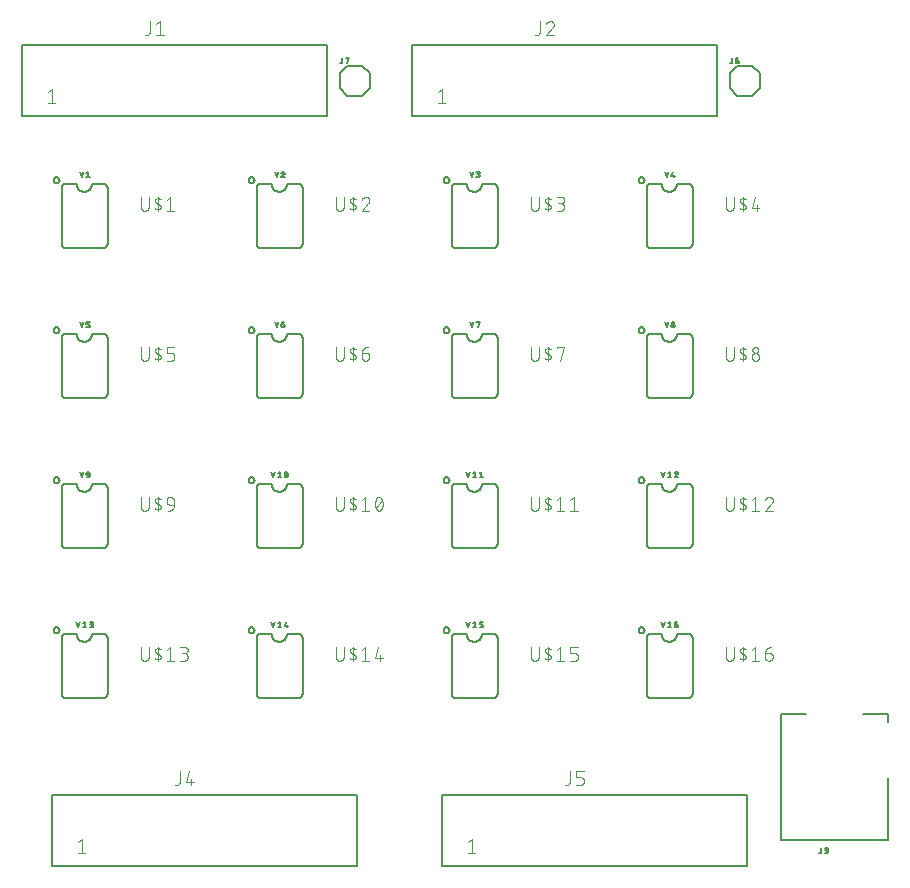
<source format=gbr>
G04 EAGLE Gerber X2 export*
%TF.Part,Single*%
%TF.FileFunction,Legend,Top,1*%
%TF.FilePolarity,Positive*%
%TF.GenerationSoftware,Autodesk,EAGLE,8.6.3*%
%TF.CreationDate,2018-04-24T10:21:06Z*%
G75*
%MOMM*%
%FSLAX34Y34*%
%LPD*%
%AMOC8*
5,1,8,0,0,1.08239X$1,22.5*%
G01*
%ADD10C,0.127000*%
%ADD11C,0.101600*%
%ADD12C,0.203200*%


D10*
X36250Y703100D02*
X293950Y703100D01*
X293950Y643100D01*
X36250Y643100D01*
X36250Y703100D01*
D11*
X144103Y714304D02*
X144103Y723392D01*
X144102Y714304D02*
X144100Y714205D01*
X144094Y714105D01*
X144085Y714006D01*
X144072Y713908D01*
X144055Y713810D01*
X144034Y713712D01*
X144009Y713616D01*
X143981Y713521D01*
X143949Y713427D01*
X143914Y713334D01*
X143875Y713242D01*
X143832Y713152D01*
X143787Y713064D01*
X143737Y712977D01*
X143685Y712893D01*
X143629Y712810D01*
X143571Y712730D01*
X143509Y712652D01*
X143444Y712577D01*
X143376Y712504D01*
X143306Y712434D01*
X143233Y712366D01*
X143158Y712301D01*
X143080Y712239D01*
X143000Y712181D01*
X142917Y712125D01*
X142833Y712073D01*
X142746Y712023D01*
X142658Y711978D01*
X142568Y711935D01*
X142476Y711896D01*
X142383Y711861D01*
X142289Y711829D01*
X142194Y711801D01*
X142098Y711776D01*
X142000Y711755D01*
X141902Y711738D01*
X141804Y711725D01*
X141705Y711716D01*
X141605Y711710D01*
X141506Y711708D01*
X140208Y711708D01*
X149376Y720796D02*
X152622Y723392D01*
X152622Y711708D01*
X155867Y711708D02*
X149376Y711708D01*
X60904Y666242D02*
X57658Y663646D01*
X60904Y666242D02*
X60904Y654558D01*
X64149Y654558D02*
X57658Y654558D01*
D10*
X366450Y703100D02*
X624150Y703100D01*
X624150Y643100D01*
X366450Y643100D01*
X366450Y703100D01*
D11*
X474303Y714304D02*
X474303Y723392D01*
X474302Y714304D02*
X474300Y714205D01*
X474294Y714105D01*
X474285Y714006D01*
X474272Y713908D01*
X474255Y713810D01*
X474234Y713712D01*
X474209Y713616D01*
X474181Y713521D01*
X474149Y713427D01*
X474114Y713334D01*
X474075Y713242D01*
X474032Y713152D01*
X473987Y713064D01*
X473937Y712977D01*
X473885Y712893D01*
X473829Y712810D01*
X473771Y712730D01*
X473709Y712652D01*
X473644Y712577D01*
X473576Y712504D01*
X473506Y712434D01*
X473433Y712366D01*
X473358Y712301D01*
X473280Y712239D01*
X473200Y712181D01*
X473117Y712125D01*
X473033Y712073D01*
X472946Y712023D01*
X472858Y711978D01*
X472768Y711935D01*
X472676Y711896D01*
X472583Y711861D01*
X472489Y711829D01*
X472394Y711801D01*
X472298Y711776D01*
X472200Y711755D01*
X472102Y711738D01*
X472004Y711725D01*
X471905Y711716D01*
X471805Y711710D01*
X471706Y711708D01*
X470408Y711708D01*
X483146Y723392D02*
X483253Y723390D01*
X483359Y723384D01*
X483465Y723374D01*
X483571Y723361D01*
X483677Y723343D01*
X483781Y723322D01*
X483885Y723297D01*
X483988Y723268D01*
X484089Y723236D01*
X484189Y723199D01*
X484288Y723159D01*
X484386Y723116D01*
X484482Y723069D01*
X484576Y723018D01*
X484668Y722964D01*
X484758Y722907D01*
X484846Y722847D01*
X484931Y722783D01*
X485014Y722716D01*
X485095Y722646D01*
X485173Y722574D01*
X485249Y722498D01*
X485321Y722420D01*
X485391Y722339D01*
X485458Y722256D01*
X485522Y722171D01*
X485582Y722083D01*
X485639Y721993D01*
X485693Y721901D01*
X485744Y721807D01*
X485791Y721711D01*
X485834Y721613D01*
X485874Y721514D01*
X485911Y721414D01*
X485943Y721313D01*
X485972Y721210D01*
X485997Y721106D01*
X486018Y721002D01*
X486036Y720896D01*
X486049Y720790D01*
X486059Y720684D01*
X486065Y720578D01*
X486067Y720471D01*
X483146Y723392D02*
X483025Y723390D01*
X482904Y723384D01*
X482784Y723374D01*
X482663Y723361D01*
X482544Y723343D01*
X482424Y723322D01*
X482306Y723297D01*
X482189Y723268D01*
X482072Y723235D01*
X481957Y723199D01*
X481843Y723158D01*
X481730Y723115D01*
X481618Y723067D01*
X481509Y723016D01*
X481401Y722961D01*
X481294Y722903D01*
X481190Y722842D01*
X481088Y722777D01*
X480988Y722709D01*
X480890Y722638D01*
X480794Y722564D01*
X480701Y722487D01*
X480611Y722406D01*
X480523Y722323D01*
X480438Y722237D01*
X480355Y722148D01*
X480276Y722057D01*
X480199Y721963D01*
X480126Y721867D01*
X480056Y721769D01*
X479989Y721668D01*
X479925Y721565D01*
X479865Y721460D01*
X479808Y721353D01*
X479754Y721245D01*
X479704Y721135D01*
X479658Y721023D01*
X479615Y720910D01*
X479576Y720795D01*
X485094Y718199D02*
X485173Y718276D01*
X485249Y718357D01*
X485322Y718440D01*
X485392Y718525D01*
X485459Y718613D01*
X485523Y718703D01*
X485583Y718795D01*
X485640Y718890D01*
X485694Y718986D01*
X485745Y719084D01*
X485792Y719184D01*
X485836Y719286D01*
X485876Y719389D01*
X485912Y719493D01*
X485944Y719599D01*
X485973Y719705D01*
X485998Y719813D01*
X486020Y719921D01*
X486037Y720031D01*
X486051Y720140D01*
X486060Y720250D01*
X486066Y720361D01*
X486068Y720471D01*
X485094Y718199D02*
X479576Y711708D01*
X486067Y711708D01*
X391104Y666242D02*
X387858Y663646D01*
X391104Y666242D02*
X391104Y654558D01*
X394349Y654558D02*
X387858Y654558D01*
D12*
X747900Y137000D02*
X768900Y137000D01*
X768900Y83000D02*
X768900Y30000D01*
X768900Y130000D02*
X768900Y137000D01*
X678900Y137000D02*
X678900Y30000D01*
X678900Y137000D02*
X699900Y137000D01*
X678900Y30000D02*
X768900Y30000D01*
D10*
X712428Y23749D02*
X712428Y19995D01*
X712427Y19995D02*
X712425Y19930D01*
X712419Y19866D01*
X712409Y19802D01*
X712396Y19738D01*
X712378Y19676D01*
X712357Y19615D01*
X712333Y19555D01*
X712304Y19497D01*
X712272Y19440D01*
X712237Y19386D01*
X712199Y19334D01*
X712157Y19284D01*
X712113Y19237D01*
X712066Y19193D01*
X712016Y19151D01*
X711964Y19113D01*
X711910Y19078D01*
X711853Y19046D01*
X711795Y19017D01*
X711735Y18993D01*
X711674Y18972D01*
X711612Y18954D01*
X711548Y18941D01*
X711484Y18931D01*
X711420Y18925D01*
X711355Y18923D01*
X710819Y18923D01*
X715376Y18923D02*
X716716Y18923D01*
X716787Y18925D01*
X716859Y18931D01*
X716929Y18940D01*
X716999Y18953D01*
X717069Y18970D01*
X717137Y18991D01*
X717204Y19015D01*
X717270Y19043D01*
X717334Y19074D01*
X717397Y19109D01*
X717457Y19147D01*
X717516Y19188D01*
X717572Y19232D01*
X717626Y19279D01*
X717677Y19328D01*
X717725Y19381D01*
X717771Y19436D01*
X717813Y19493D01*
X717853Y19553D01*
X717889Y19614D01*
X717922Y19678D01*
X717951Y19743D01*
X717977Y19809D01*
X718000Y19877D01*
X718019Y19946D01*
X718034Y20016D01*
X718045Y20086D01*
X718053Y20157D01*
X718057Y20228D01*
X718057Y20300D01*
X718053Y20371D01*
X718045Y20442D01*
X718034Y20512D01*
X718019Y20582D01*
X718000Y20651D01*
X717977Y20719D01*
X717951Y20785D01*
X717922Y20850D01*
X717889Y20914D01*
X717853Y20975D01*
X717813Y21035D01*
X717771Y21092D01*
X717725Y21147D01*
X717677Y21200D01*
X717626Y21249D01*
X717572Y21296D01*
X717516Y21340D01*
X717457Y21381D01*
X717397Y21419D01*
X717334Y21454D01*
X717270Y21485D01*
X717204Y21513D01*
X717137Y21537D01*
X717069Y21558D01*
X716999Y21575D01*
X716929Y21588D01*
X716859Y21597D01*
X716787Y21603D01*
X716716Y21605D01*
X716984Y23749D02*
X715376Y23749D01*
X716984Y23749D02*
X717049Y23747D01*
X717113Y23741D01*
X717177Y23731D01*
X717241Y23718D01*
X717303Y23700D01*
X717364Y23679D01*
X717424Y23655D01*
X717482Y23626D01*
X717539Y23594D01*
X717593Y23559D01*
X717645Y23521D01*
X717695Y23479D01*
X717742Y23435D01*
X717786Y23388D01*
X717828Y23338D01*
X717866Y23286D01*
X717901Y23232D01*
X717933Y23175D01*
X717962Y23117D01*
X717986Y23057D01*
X718007Y22996D01*
X718025Y22934D01*
X718038Y22870D01*
X718048Y22806D01*
X718054Y22742D01*
X718056Y22677D01*
X718054Y22612D01*
X718048Y22548D01*
X718038Y22484D01*
X718025Y22420D01*
X718007Y22358D01*
X717986Y22297D01*
X717962Y22237D01*
X717933Y22179D01*
X717901Y22122D01*
X717866Y22068D01*
X717828Y22016D01*
X717786Y21966D01*
X717742Y21919D01*
X717695Y21875D01*
X717645Y21833D01*
X717593Y21795D01*
X717539Y21760D01*
X717482Y21728D01*
X717424Y21699D01*
X717364Y21675D01*
X717303Y21654D01*
X717241Y21636D01*
X717177Y21623D01*
X717113Y21613D01*
X717049Y21607D01*
X716984Y21605D01*
X716984Y21604D02*
X715912Y21604D01*
X319350Y68100D02*
X61650Y68100D01*
X319350Y68100D02*
X319350Y8100D01*
X61650Y8100D01*
X61650Y68100D01*
D11*
X169503Y79304D02*
X169503Y88392D01*
X169502Y79304D02*
X169500Y79205D01*
X169494Y79105D01*
X169485Y79006D01*
X169472Y78908D01*
X169455Y78810D01*
X169434Y78712D01*
X169409Y78616D01*
X169381Y78521D01*
X169349Y78427D01*
X169314Y78334D01*
X169275Y78242D01*
X169232Y78152D01*
X169187Y78064D01*
X169137Y77977D01*
X169085Y77893D01*
X169029Y77810D01*
X168971Y77730D01*
X168909Y77652D01*
X168844Y77577D01*
X168776Y77504D01*
X168706Y77434D01*
X168633Y77366D01*
X168558Y77301D01*
X168480Y77239D01*
X168400Y77181D01*
X168317Y77125D01*
X168233Y77073D01*
X168146Y77023D01*
X168058Y76978D01*
X167968Y76935D01*
X167876Y76896D01*
X167783Y76861D01*
X167689Y76829D01*
X167594Y76801D01*
X167498Y76776D01*
X167400Y76755D01*
X167302Y76738D01*
X167204Y76725D01*
X167105Y76716D01*
X167005Y76710D01*
X166906Y76708D01*
X165608Y76708D01*
X174776Y79304D02*
X177373Y88392D01*
X174776Y79304D02*
X181267Y79304D01*
X179320Y81901D02*
X179320Y76708D01*
X86304Y31242D02*
X83058Y28646D01*
X86304Y31242D02*
X86304Y19558D01*
X89549Y19558D02*
X83058Y19558D01*
D10*
X391850Y68100D02*
X649550Y68100D01*
X649550Y8100D01*
X391850Y8100D01*
X391850Y68100D01*
D11*
X499703Y79304D02*
X499703Y88392D01*
X499702Y79304D02*
X499700Y79205D01*
X499694Y79105D01*
X499685Y79006D01*
X499672Y78908D01*
X499655Y78810D01*
X499634Y78712D01*
X499609Y78616D01*
X499581Y78521D01*
X499549Y78427D01*
X499514Y78334D01*
X499475Y78242D01*
X499432Y78152D01*
X499387Y78064D01*
X499337Y77977D01*
X499285Y77893D01*
X499229Y77810D01*
X499171Y77730D01*
X499109Y77652D01*
X499044Y77577D01*
X498976Y77504D01*
X498906Y77434D01*
X498833Y77366D01*
X498758Y77301D01*
X498680Y77239D01*
X498600Y77181D01*
X498517Y77125D01*
X498433Y77073D01*
X498346Y77023D01*
X498258Y76978D01*
X498168Y76935D01*
X498076Y76896D01*
X497983Y76861D01*
X497889Y76829D01*
X497794Y76801D01*
X497698Y76776D01*
X497600Y76755D01*
X497502Y76738D01*
X497404Y76725D01*
X497305Y76716D01*
X497205Y76710D01*
X497106Y76708D01*
X495808Y76708D01*
X504976Y76708D02*
X508871Y76708D01*
X508970Y76710D01*
X509070Y76716D01*
X509169Y76725D01*
X509267Y76738D01*
X509365Y76755D01*
X509463Y76776D01*
X509559Y76801D01*
X509654Y76829D01*
X509748Y76861D01*
X509841Y76896D01*
X509933Y76935D01*
X510023Y76978D01*
X510111Y77023D01*
X510198Y77073D01*
X510282Y77125D01*
X510365Y77181D01*
X510445Y77239D01*
X510523Y77301D01*
X510598Y77366D01*
X510671Y77434D01*
X510741Y77504D01*
X510809Y77577D01*
X510874Y77652D01*
X510936Y77730D01*
X510994Y77810D01*
X511050Y77893D01*
X511102Y77977D01*
X511152Y78064D01*
X511197Y78152D01*
X511240Y78242D01*
X511279Y78334D01*
X511314Y78427D01*
X511346Y78521D01*
X511374Y78616D01*
X511399Y78712D01*
X511420Y78810D01*
X511437Y78908D01*
X511450Y79006D01*
X511459Y79105D01*
X511465Y79205D01*
X511467Y79304D01*
X511467Y80603D01*
X511465Y80702D01*
X511459Y80802D01*
X511450Y80901D01*
X511437Y80999D01*
X511420Y81097D01*
X511399Y81195D01*
X511374Y81291D01*
X511346Y81386D01*
X511314Y81480D01*
X511279Y81573D01*
X511240Y81665D01*
X511197Y81755D01*
X511152Y81843D01*
X511102Y81930D01*
X511050Y82014D01*
X510994Y82097D01*
X510936Y82177D01*
X510874Y82255D01*
X510809Y82330D01*
X510741Y82403D01*
X510671Y82473D01*
X510598Y82541D01*
X510523Y82606D01*
X510445Y82668D01*
X510365Y82726D01*
X510282Y82782D01*
X510198Y82834D01*
X510111Y82884D01*
X510023Y82929D01*
X509933Y82972D01*
X509841Y83011D01*
X509748Y83046D01*
X509654Y83078D01*
X509559Y83106D01*
X509463Y83131D01*
X509365Y83152D01*
X509267Y83169D01*
X509169Y83182D01*
X509070Y83191D01*
X508970Y83197D01*
X508871Y83199D01*
X504976Y83199D01*
X504976Y88392D01*
X511467Y88392D01*
X416504Y31242D02*
X413258Y28646D01*
X416504Y31242D02*
X416504Y19558D01*
X419749Y19558D02*
X413258Y19558D01*
D12*
X660400Y679450D02*
X654050Y685800D01*
X641350Y685800D01*
X635000Y679450D01*
X635000Y666750D01*
X641350Y660400D01*
X654050Y660400D01*
X660400Y666750D01*
X660400Y679450D01*
D10*
X637244Y688777D02*
X637244Y692531D01*
X637243Y688777D02*
X637241Y688712D01*
X637235Y688648D01*
X637225Y688584D01*
X637212Y688520D01*
X637194Y688458D01*
X637173Y688397D01*
X637149Y688337D01*
X637120Y688279D01*
X637088Y688222D01*
X637053Y688168D01*
X637015Y688116D01*
X636973Y688066D01*
X636929Y688019D01*
X636882Y687975D01*
X636832Y687933D01*
X636780Y687895D01*
X636726Y687860D01*
X636669Y687828D01*
X636611Y687799D01*
X636551Y687775D01*
X636490Y687754D01*
X636428Y687736D01*
X636364Y687723D01*
X636300Y687713D01*
X636236Y687707D01*
X636171Y687705D01*
X635635Y687705D01*
X640192Y690386D02*
X641800Y690386D01*
X641865Y690384D01*
X641929Y690378D01*
X641993Y690368D01*
X642057Y690355D01*
X642119Y690337D01*
X642180Y690316D01*
X642240Y690292D01*
X642298Y690263D01*
X642355Y690231D01*
X642409Y690196D01*
X642461Y690158D01*
X642511Y690116D01*
X642558Y690072D01*
X642602Y690025D01*
X642644Y689975D01*
X642682Y689923D01*
X642717Y689869D01*
X642749Y689812D01*
X642778Y689754D01*
X642802Y689694D01*
X642823Y689633D01*
X642841Y689571D01*
X642854Y689507D01*
X642864Y689443D01*
X642870Y689379D01*
X642872Y689314D01*
X642873Y689314D02*
X642873Y689046D01*
X642871Y688975D01*
X642865Y688903D01*
X642856Y688833D01*
X642843Y688763D01*
X642826Y688693D01*
X642805Y688625D01*
X642781Y688558D01*
X642753Y688492D01*
X642722Y688428D01*
X642687Y688365D01*
X642649Y688305D01*
X642608Y688246D01*
X642564Y688190D01*
X642517Y688136D01*
X642468Y688085D01*
X642415Y688037D01*
X642360Y687991D01*
X642303Y687949D01*
X642243Y687909D01*
X642182Y687873D01*
X642118Y687840D01*
X642053Y687811D01*
X641987Y687785D01*
X641919Y687762D01*
X641850Y687743D01*
X641780Y687728D01*
X641710Y687717D01*
X641639Y687709D01*
X641568Y687705D01*
X641496Y687705D01*
X641425Y687709D01*
X641354Y687717D01*
X641284Y687728D01*
X641214Y687743D01*
X641145Y687762D01*
X641077Y687785D01*
X641011Y687811D01*
X640946Y687840D01*
X640882Y687873D01*
X640821Y687909D01*
X640761Y687949D01*
X640704Y687991D01*
X640649Y688037D01*
X640596Y688085D01*
X640547Y688136D01*
X640500Y688190D01*
X640456Y688246D01*
X640415Y688305D01*
X640377Y688365D01*
X640342Y688428D01*
X640311Y688492D01*
X640283Y688558D01*
X640259Y688625D01*
X640238Y688693D01*
X640221Y688763D01*
X640208Y688833D01*
X640199Y688903D01*
X640193Y688975D01*
X640191Y689046D01*
X640192Y689046D02*
X640192Y690386D01*
X640194Y690477D01*
X640200Y690568D01*
X640209Y690658D01*
X640223Y690749D01*
X640240Y690838D01*
X640261Y690926D01*
X640286Y691014D01*
X640315Y691101D01*
X640347Y691186D01*
X640382Y691270D01*
X640422Y691352D01*
X640464Y691432D01*
X640510Y691511D01*
X640560Y691587D01*
X640612Y691661D01*
X640668Y691734D01*
X640727Y691803D01*
X640788Y691870D01*
X640853Y691935D01*
X640920Y691996D01*
X640989Y692055D01*
X641061Y692111D01*
X641136Y692163D01*
X641212Y692213D01*
X641291Y692259D01*
X641371Y692301D01*
X641453Y692341D01*
X641537Y692376D01*
X641622Y692408D01*
X641709Y692437D01*
X641796Y692462D01*
X641885Y692483D01*
X641974Y692500D01*
X642065Y692514D01*
X642155Y692523D01*
X642246Y692529D01*
X642337Y692531D01*
D12*
X330200Y679450D02*
X323850Y685800D01*
X311150Y685800D01*
X304800Y679450D01*
X304800Y666750D01*
X311150Y660400D01*
X323850Y660400D01*
X330200Y666750D01*
X330200Y679450D01*
D10*
X307044Y688777D02*
X307044Y692531D01*
X307043Y688777D02*
X307041Y688712D01*
X307035Y688648D01*
X307025Y688584D01*
X307012Y688520D01*
X306994Y688458D01*
X306973Y688397D01*
X306949Y688337D01*
X306920Y688279D01*
X306888Y688222D01*
X306853Y688168D01*
X306815Y688116D01*
X306773Y688066D01*
X306729Y688019D01*
X306682Y687975D01*
X306632Y687933D01*
X306580Y687895D01*
X306526Y687860D01*
X306469Y687828D01*
X306411Y687799D01*
X306351Y687775D01*
X306290Y687754D01*
X306228Y687736D01*
X306164Y687723D01*
X306100Y687713D01*
X306036Y687707D01*
X305971Y687705D01*
X305435Y687705D01*
X309992Y691995D02*
X309992Y692531D01*
X312673Y692531D01*
X311332Y687705D01*
D11*
X136558Y574642D02*
X136558Y566204D01*
X136560Y566091D01*
X136566Y565978D01*
X136576Y565865D01*
X136590Y565752D01*
X136607Y565640D01*
X136629Y565529D01*
X136654Y565419D01*
X136684Y565309D01*
X136717Y565201D01*
X136754Y565094D01*
X136794Y564988D01*
X136839Y564884D01*
X136887Y564781D01*
X136938Y564680D01*
X136993Y564581D01*
X137051Y564484D01*
X137113Y564389D01*
X137178Y564296D01*
X137246Y564206D01*
X137317Y564118D01*
X137392Y564032D01*
X137469Y563949D01*
X137549Y563869D01*
X137632Y563792D01*
X137718Y563717D01*
X137806Y563646D01*
X137896Y563578D01*
X137989Y563513D01*
X138084Y563451D01*
X138181Y563393D01*
X138280Y563338D01*
X138381Y563287D01*
X138484Y563239D01*
X138588Y563194D01*
X138694Y563154D01*
X138801Y563117D01*
X138909Y563084D01*
X139019Y563054D01*
X139129Y563029D01*
X139240Y563007D01*
X139352Y562990D01*
X139465Y562976D01*
X139578Y562966D01*
X139691Y562960D01*
X139804Y562958D01*
X139917Y562960D01*
X140030Y562966D01*
X140143Y562976D01*
X140256Y562990D01*
X140368Y563007D01*
X140479Y563029D01*
X140589Y563054D01*
X140699Y563084D01*
X140807Y563117D01*
X140914Y563154D01*
X141020Y563194D01*
X141124Y563239D01*
X141227Y563287D01*
X141328Y563338D01*
X141427Y563393D01*
X141524Y563451D01*
X141619Y563513D01*
X141712Y563578D01*
X141802Y563646D01*
X141890Y563717D01*
X141976Y563792D01*
X142059Y563869D01*
X142139Y563949D01*
X142216Y564032D01*
X142291Y564118D01*
X142362Y564206D01*
X142430Y564296D01*
X142495Y564389D01*
X142557Y564484D01*
X142615Y564581D01*
X142670Y564680D01*
X142721Y564781D01*
X142769Y564884D01*
X142814Y564988D01*
X142854Y565094D01*
X142891Y565201D01*
X142924Y565309D01*
X142954Y565419D01*
X142979Y565529D01*
X143001Y565640D01*
X143018Y565752D01*
X143032Y565865D01*
X143042Y565978D01*
X143048Y566091D01*
X143050Y566204D01*
X143049Y566204D02*
X143049Y574642D01*
X150853Y574642D02*
X150853Y562958D01*
X150853Y568800D02*
X149230Y569774D01*
X149229Y569773D02*
X149156Y569820D01*
X149085Y569869D01*
X149015Y569922D01*
X148949Y569978D01*
X148885Y570037D01*
X148823Y570098D01*
X148765Y570162D01*
X148709Y570229D01*
X148657Y570298D01*
X148607Y570370D01*
X148561Y570444D01*
X148518Y570519D01*
X148479Y570597D01*
X148443Y570676D01*
X148411Y570757D01*
X148382Y570839D01*
X148357Y570922D01*
X148336Y571006D01*
X148319Y571091D01*
X148305Y571177D01*
X148296Y571263D01*
X148290Y571350D01*
X148288Y571437D01*
X148290Y571524D01*
X148296Y571611D01*
X148306Y571697D01*
X148319Y571783D01*
X148337Y571868D01*
X148358Y571952D01*
X148383Y572035D01*
X148412Y572118D01*
X148444Y572198D01*
X148480Y572277D01*
X148519Y572355D01*
X148562Y572430D01*
X148609Y572504D01*
X148658Y572575D01*
X148711Y572645D01*
X148766Y572711D01*
X148825Y572775D01*
X148886Y572837D01*
X148951Y572896D01*
X149017Y572951D01*
X149086Y573004D01*
X149158Y573054D01*
X149231Y573100D01*
X149307Y573143D01*
X149384Y573182D01*
X149463Y573218D01*
X149544Y573251D01*
X149626Y573279D01*
X149709Y573305D01*
X149793Y573326D01*
X149879Y573343D01*
X149879Y573344D02*
X150019Y573368D01*
X150161Y573388D01*
X150302Y573404D01*
X150444Y573415D01*
X150587Y573423D01*
X150729Y573427D01*
X150872Y573428D01*
X151015Y573424D01*
X151157Y573416D01*
X151299Y573404D01*
X151441Y573388D01*
X151582Y573369D01*
X151723Y573345D01*
X151863Y573318D01*
X152002Y573286D01*
X152140Y573251D01*
X152278Y573212D01*
X152414Y573169D01*
X152548Y573123D01*
X152682Y573072D01*
X152814Y573019D01*
X152944Y572961D01*
X153073Y572900D01*
X153200Y572835D01*
X153326Y572767D01*
X153449Y572695D01*
X150853Y568800D02*
X152475Y567826D01*
X152476Y567827D02*
X152549Y567780D01*
X152620Y567731D01*
X152690Y567678D01*
X152756Y567622D01*
X152820Y567563D01*
X152882Y567502D01*
X152940Y567438D01*
X152996Y567371D01*
X153048Y567302D01*
X153098Y567230D01*
X153144Y567156D01*
X153187Y567081D01*
X153226Y567003D01*
X153262Y566924D01*
X153294Y566843D01*
X153323Y566761D01*
X153348Y566678D01*
X153369Y566594D01*
X153386Y566509D01*
X153400Y566423D01*
X153409Y566337D01*
X153415Y566250D01*
X153417Y566163D01*
X153415Y566076D01*
X153409Y565989D01*
X153399Y565903D01*
X153386Y565817D01*
X153368Y565732D01*
X153347Y565648D01*
X153322Y565565D01*
X153293Y565482D01*
X153261Y565402D01*
X153225Y565323D01*
X153186Y565245D01*
X153143Y565170D01*
X153096Y565096D01*
X153047Y565025D01*
X152994Y564955D01*
X152939Y564889D01*
X152880Y564825D01*
X152819Y564763D01*
X152754Y564704D01*
X152688Y564649D01*
X152619Y564596D01*
X152547Y564546D01*
X152474Y564500D01*
X152398Y564457D01*
X152321Y564418D01*
X152242Y564382D01*
X152161Y564349D01*
X152079Y564321D01*
X151996Y564295D01*
X151912Y564274D01*
X151827Y564257D01*
X151826Y564256D02*
X151686Y564232D01*
X151544Y564212D01*
X151403Y564196D01*
X151261Y564185D01*
X151118Y564177D01*
X150976Y564173D01*
X150833Y564172D01*
X150690Y564176D01*
X150548Y564184D01*
X150406Y564196D01*
X150264Y564212D01*
X150123Y564231D01*
X149982Y564255D01*
X149842Y564282D01*
X149703Y564314D01*
X149565Y564349D01*
X149427Y564388D01*
X149291Y564431D01*
X149157Y564477D01*
X149023Y564528D01*
X148891Y564581D01*
X148761Y564639D01*
X148632Y564700D01*
X148505Y564765D01*
X148379Y564833D01*
X148256Y564905D01*
X158275Y572046D02*
X161521Y574642D01*
X161521Y562958D01*
X164766Y562958D02*
X158275Y562958D01*
D12*
X108363Y582168D02*
X108363Y535432D01*
X73247Y531622D02*
X73134Y531606D01*
X73020Y531595D01*
X72906Y531588D01*
X72792Y531584D01*
X72677Y531585D01*
X72563Y531589D01*
X72449Y531597D01*
X72335Y531609D01*
X72222Y531625D01*
X72110Y531645D01*
X71998Y531669D01*
X71887Y531696D01*
X71777Y531728D01*
X71668Y531763D01*
X71560Y531801D01*
X71454Y531844D01*
X71350Y531890D01*
X71246Y531939D01*
X71145Y531992D01*
X71046Y532048D01*
X70948Y532108D01*
X70853Y532171D01*
X70760Y532238D01*
X70669Y532307D01*
X70581Y532379D01*
X70495Y532455D01*
X70411Y532533D01*
X70331Y532614D01*
X70253Y532698D01*
X70178Y532785D01*
X70107Y532874D01*
X70038Y532965D01*
X69972Y533059D01*
X69910Y533154D01*
X69851Y533252D01*
X69795Y533352D01*
X69743Y533454D01*
X69694Y533557D01*
X69649Y533662D01*
X69608Y533769D01*
X69570Y533877D01*
X69535Y533986D01*
X69505Y534096D01*
X69478Y534207D01*
X69456Y534319D01*
X69437Y534432D01*
X108363Y582168D02*
X108346Y582298D01*
X108325Y582427D01*
X108300Y582556D01*
X108272Y582684D01*
X108239Y582811D01*
X108203Y582937D01*
X108162Y583062D01*
X108118Y583185D01*
X108071Y583307D01*
X108019Y583428D01*
X107965Y583547D01*
X107906Y583664D01*
X107844Y583779D01*
X107779Y583893D01*
X107710Y584005D01*
X107637Y584114D01*
X107562Y584221D01*
X107483Y584326D01*
X107401Y584428D01*
X107316Y584528D01*
X107229Y584625D01*
X107138Y584720D01*
X107044Y584812D01*
X106948Y584901D01*
X106849Y584987D01*
X106748Y585069D01*
X106644Y585149D01*
X106537Y585226D01*
X106429Y585299D01*
X106318Y585369D01*
X106205Y585436D01*
X106090Y585499D01*
X105974Y585559D01*
X105855Y585615D01*
X105735Y585668D01*
X105614Y585717D01*
X105491Y585762D01*
X105366Y585804D01*
X105241Y585842D01*
X105114Y585875D01*
X104987Y585906D01*
X104858Y585932D01*
X104729Y585954D01*
X104599Y585973D01*
X104469Y585987D01*
X104338Y585998D01*
X104207Y586004D01*
X104076Y586007D01*
X103945Y586006D01*
X103814Y586000D01*
X103684Y585991D01*
X103553Y585978D01*
X108363Y535432D02*
X108361Y535310D01*
X108355Y535188D01*
X108345Y535066D01*
X108332Y534945D01*
X108314Y534824D01*
X108293Y534704D01*
X108268Y534584D01*
X108239Y534465D01*
X108206Y534348D01*
X108169Y534231D01*
X108129Y534116D01*
X108085Y534002D01*
X108037Y533890D01*
X107986Y533779D01*
X107931Y533670D01*
X107873Y533562D01*
X107811Y533457D01*
X107746Y533353D01*
X107678Y533252D01*
X107607Y533153D01*
X107532Y533056D01*
X107454Y532962D01*
X107374Y532870D01*
X107290Y532781D01*
X107204Y532695D01*
X107115Y532611D01*
X107023Y532531D01*
X106929Y532453D01*
X106832Y532378D01*
X106733Y532307D01*
X106632Y532239D01*
X106528Y532174D01*
X106423Y532112D01*
X106315Y532054D01*
X106206Y531999D01*
X106095Y531948D01*
X105983Y531900D01*
X105869Y531856D01*
X105754Y531816D01*
X105637Y531779D01*
X105520Y531746D01*
X105401Y531717D01*
X105281Y531692D01*
X105161Y531671D01*
X105040Y531653D01*
X104919Y531640D01*
X104797Y531630D01*
X104675Y531624D01*
X104553Y531622D01*
X69437Y582167D02*
X69422Y582281D01*
X69410Y582395D01*
X69403Y582509D01*
X69399Y582623D01*
X69400Y582737D01*
X69404Y582852D01*
X69412Y582966D01*
X69424Y583079D01*
X69440Y583192D01*
X69460Y583305D01*
X69484Y583417D01*
X69511Y583528D01*
X69542Y583638D01*
X69577Y583747D01*
X69616Y583854D01*
X69658Y583961D01*
X69704Y584065D01*
X69754Y584168D01*
X69807Y584270D01*
X69863Y584369D01*
X69923Y584467D01*
X69986Y584562D01*
X70052Y584655D01*
X70122Y584746D01*
X70194Y584834D01*
X70270Y584920D01*
X70348Y585003D01*
X70429Y585084D01*
X70513Y585162D01*
X70599Y585236D01*
X70688Y585308D01*
X70780Y585377D01*
X70873Y585443D01*
X70969Y585505D01*
X71067Y585564D01*
X71167Y585620D01*
X71269Y585672D01*
X71372Y585720D01*
X71477Y585766D01*
X71584Y585807D01*
X71692Y585845D01*
X71801Y585879D01*
X71911Y585909D01*
X72022Y585936D01*
X72134Y585959D01*
X72247Y585978D01*
X69437Y582168D02*
X69437Y534432D01*
X73247Y531622D02*
X104553Y531622D01*
X94996Y585470D02*
X94994Y585312D01*
X94988Y585153D01*
X94978Y584995D01*
X94964Y584838D01*
X94947Y584680D01*
X94925Y584524D01*
X94900Y584367D01*
X94870Y584212D01*
X94837Y584057D01*
X94800Y583903D01*
X94759Y583750D01*
X94714Y583598D01*
X94665Y583448D01*
X94613Y583298D01*
X94557Y583150D01*
X94497Y583003D01*
X94434Y582858D01*
X94367Y582715D01*
X94297Y582573D01*
X94223Y582433D01*
X94145Y582295D01*
X94064Y582159D01*
X93980Y582025D01*
X93893Y581893D01*
X93802Y581763D01*
X93708Y581636D01*
X93611Y581511D01*
X93510Y581388D01*
X93407Y581268D01*
X93301Y581151D01*
X93192Y581036D01*
X93080Y580924D01*
X92965Y580815D01*
X92848Y580709D01*
X92728Y580606D01*
X92605Y580505D01*
X92480Y580408D01*
X92353Y580314D01*
X92223Y580223D01*
X92091Y580136D01*
X91957Y580052D01*
X91821Y579971D01*
X91683Y579893D01*
X91543Y579819D01*
X91401Y579749D01*
X91258Y579682D01*
X91113Y579619D01*
X90966Y579559D01*
X90818Y579503D01*
X90668Y579451D01*
X90518Y579402D01*
X90366Y579357D01*
X90213Y579316D01*
X90059Y579279D01*
X89904Y579246D01*
X89749Y579216D01*
X89592Y579191D01*
X89436Y579169D01*
X89278Y579152D01*
X89121Y579138D01*
X88963Y579128D01*
X88804Y579122D01*
X88646Y579120D01*
X88488Y579122D01*
X88329Y579128D01*
X88171Y579138D01*
X88014Y579152D01*
X87856Y579169D01*
X87700Y579191D01*
X87543Y579216D01*
X87388Y579246D01*
X87233Y579279D01*
X87079Y579316D01*
X86926Y579357D01*
X86774Y579402D01*
X86624Y579451D01*
X86474Y579503D01*
X86326Y579559D01*
X86179Y579619D01*
X86034Y579682D01*
X85891Y579749D01*
X85749Y579819D01*
X85609Y579893D01*
X85471Y579971D01*
X85335Y580052D01*
X85201Y580136D01*
X85069Y580223D01*
X84939Y580314D01*
X84812Y580408D01*
X84687Y580505D01*
X84564Y580606D01*
X84444Y580709D01*
X84327Y580815D01*
X84212Y580924D01*
X84100Y581036D01*
X83991Y581151D01*
X83885Y581268D01*
X83782Y581388D01*
X83681Y581511D01*
X83584Y581636D01*
X83490Y581763D01*
X83399Y581893D01*
X83312Y582025D01*
X83228Y582159D01*
X83147Y582295D01*
X83069Y582433D01*
X82995Y582573D01*
X82925Y582715D01*
X82858Y582858D01*
X82795Y583003D01*
X82735Y583150D01*
X82679Y583298D01*
X82627Y583448D01*
X82578Y583598D01*
X82533Y583750D01*
X82492Y583903D01*
X82455Y584057D01*
X82422Y584212D01*
X82392Y584367D01*
X82367Y584524D01*
X82345Y584680D01*
X82328Y584838D01*
X82314Y584995D01*
X82304Y585153D01*
X82298Y585312D01*
X82296Y585470D01*
X94996Y585978D02*
X103426Y585978D01*
X82296Y585978D02*
X72247Y585978D01*
D10*
X86291Y591185D02*
X84682Y596011D01*
X87900Y596011D02*
X86291Y591185D01*
X90437Y594939D02*
X91777Y596011D01*
X91777Y591185D01*
X90437Y591185D02*
X93118Y591185D01*
D12*
X62548Y588963D02*
X62550Y589063D01*
X62556Y589164D01*
X62566Y589263D01*
X62580Y589363D01*
X62597Y589462D01*
X62619Y589560D01*
X62645Y589657D01*
X62674Y589753D01*
X62707Y589847D01*
X62744Y589941D01*
X62784Y590033D01*
X62828Y590123D01*
X62876Y590211D01*
X62927Y590298D01*
X62981Y590382D01*
X63039Y590464D01*
X63100Y590544D01*
X63164Y590621D01*
X63231Y590696D01*
X63301Y590768D01*
X63374Y590837D01*
X63449Y590903D01*
X63527Y590967D01*
X63607Y591027D01*
X63690Y591084D01*
X63775Y591137D01*
X63862Y591187D01*
X63951Y591234D01*
X64041Y591277D01*
X64133Y591317D01*
X64227Y591353D01*
X64322Y591385D01*
X64418Y591413D01*
X64516Y591438D01*
X64614Y591458D01*
X64713Y591475D01*
X64813Y591488D01*
X64912Y591497D01*
X65013Y591502D01*
X65113Y591503D01*
X65213Y591500D01*
X65314Y591493D01*
X65413Y591482D01*
X65513Y591467D01*
X65611Y591449D01*
X65709Y591426D01*
X65806Y591399D01*
X65901Y591369D01*
X65996Y591335D01*
X66089Y591297D01*
X66180Y591256D01*
X66270Y591211D01*
X66358Y591163D01*
X66444Y591111D01*
X66528Y591056D01*
X66609Y590997D01*
X66688Y590935D01*
X66765Y590871D01*
X66839Y590803D01*
X66910Y590732D01*
X66979Y590659D01*
X67044Y590583D01*
X67107Y590504D01*
X67166Y590423D01*
X67222Y590340D01*
X67275Y590255D01*
X67324Y590167D01*
X67370Y590078D01*
X67412Y589987D01*
X67451Y589894D01*
X67486Y589800D01*
X67517Y589705D01*
X67545Y589608D01*
X67568Y589511D01*
X67588Y589412D01*
X67604Y589313D01*
X67616Y589214D01*
X67624Y589113D01*
X67628Y589013D01*
X67628Y588913D01*
X67624Y588813D01*
X67616Y588712D01*
X67604Y588613D01*
X67588Y588514D01*
X67568Y588415D01*
X67545Y588318D01*
X67517Y588221D01*
X67486Y588126D01*
X67451Y588032D01*
X67412Y587939D01*
X67370Y587848D01*
X67324Y587759D01*
X67275Y587671D01*
X67222Y587586D01*
X67166Y587503D01*
X67107Y587422D01*
X67044Y587343D01*
X66979Y587267D01*
X66910Y587194D01*
X66839Y587123D01*
X66765Y587055D01*
X66688Y586991D01*
X66609Y586929D01*
X66528Y586870D01*
X66444Y586815D01*
X66358Y586763D01*
X66270Y586715D01*
X66180Y586670D01*
X66089Y586629D01*
X65996Y586591D01*
X65901Y586557D01*
X65806Y586527D01*
X65709Y586500D01*
X65611Y586477D01*
X65513Y586459D01*
X65413Y586444D01*
X65314Y586433D01*
X65213Y586426D01*
X65113Y586423D01*
X65013Y586424D01*
X64912Y586429D01*
X64813Y586438D01*
X64713Y586451D01*
X64614Y586468D01*
X64516Y586488D01*
X64418Y586513D01*
X64322Y586541D01*
X64227Y586573D01*
X64133Y586609D01*
X64041Y586649D01*
X63951Y586692D01*
X63862Y586739D01*
X63775Y586789D01*
X63690Y586842D01*
X63607Y586899D01*
X63527Y586959D01*
X63449Y587023D01*
X63374Y587089D01*
X63301Y587158D01*
X63231Y587230D01*
X63164Y587305D01*
X63100Y587382D01*
X63039Y587462D01*
X62981Y587544D01*
X62927Y587628D01*
X62876Y587715D01*
X62828Y587803D01*
X62784Y587893D01*
X62744Y587985D01*
X62707Y588079D01*
X62674Y588173D01*
X62645Y588269D01*
X62619Y588366D01*
X62597Y588464D01*
X62580Y588563D01*
X62566Y588663D01*
X62556Y588762D01*
X62550Y588863D01*
X62548Y588963D01*
D11*
X301658Y574642D02*
X301658Y566204D01*
X301660Y566091D01*
X301666Y565978D01*
X301676Y565865D01*
X301690Y565752D01*
X301707Y565640D01*
X301729Y565529D01*
X301754Y565419D01*
X301784Y565309D01*
X301817Y565201D01*
X301854Y565094D01*
X301894Y564988D01*
X301939Y564884D01*
X301987Y564781D01*
X302038Y564680D01*
X302093Y564581D01*
X302151Y564484D01*
X302213Y564389D01*
X302278Y564296D01*
X302346Y564206D01*
X302417Y564118D01*
X302492Y564032D01*
X302569Y563949D01*
X302649Y563869D01*
X302732Y563792D01*
X302818Y563717D01*
X302906Y563646D01*
X302996Y563578D01*
X303089Y563513D01*
X303184Y563451D01*
X303281Y563393D01*
X303380Y563338D01*
X303481Y563287D01*
X303584Y563239D01*
X303688Y563194D01*
X303794Y563154D01*
X303901Y563117D01*
X304009Y563084D01*
X304119Y563054D01*
X304229Y563029D01*
X304340Y563007D01*
X304452Y562990D01*
X304565Y562976D01*
X304678Y562966D01*
X304791Y562960D01*
X304904Y562958D01*
X305017Y562960D01*
X305130Y562966D01*
X305243Y562976D01*
X305356Y562990D01*
X305468Y563007D01*
X305579Y563029D01*
X305689Y563054D01*
X305799Y563084D01*
X305907Y563117D01*
X306014Y563154D01*
X306120Y563194D01*
X306224Y563239D01*
X306327Y563287D01*
X306428Y563338D01*
X306527Y563393D01*
X306624Y563451D01*
X306719Y563513D01*
X306812Y563578D01*
X306902Y563646D01*
X306990Y563717D01*
X307076Y563792D01*
X307159Y563869D01*
X307239Y563949D01*
X307316Y564032D01*
X307391Y564118D01*
X307462Y564206D01*
X307530Y564296D01*
X307595Y564389D01*
X307657Y564484D01*
X307715Y564581D01*
X307770Y564680D01*
X307821Y564781D01*
X307869Y564884D01*
X307914Y564988D01*
X307954Y565094D01*
X307991Y565201D01*
X308024Y565309D01*
X308054Y565419D01*
X308079Y565529D01*
X308101Y565640D01*
X308118Y565752D01*
X308132Y565865D01*
X308142Y565978D01*
X308148Y566091D01*
X308150Y566204D01*
X308149Y566204D02*
X308149Y574642D01*
X315953Y574642D02*
X315953Y562958D01*
X315953Y568800D02*
X314330Y569774D01*
X314329Y569773D02*
X314256Y569820D01*
X314185Y569869D01*
X314115Y569922D01*
X314049Y569978D01*
X313985Y570037D01*
X313923Y570098D01*
X313865Y570162D01*
X313809Y570229D01*
X313757Y570298D01*
X313707Y570370D01*
X313661Y570444D01*
X313618Y570519D01*
X313579Y570597D01*
X313543Y570676D01*
X313511Y570757D01*
X313482Y570839D01*
X313457Y570922D01*
X313436Y571006D01*
X313419Y571091D01*
X313405Y571177D01*
X313396Y571263D01*
X313390Y571350D01*
X313388Y571437D01*
X313390Y571524D01*
X313396Y571611D01*
X313406Y571697D01*
X313419Y571783D01*
X313437Y571868D01*
X313458Y571952D01*
X313483Y572035D01*
X313512Y572118D01*
X313544Y572198D01*
X313580Y572277D01*
X313619Y572355D01*
X313662Y572430D01*
X313709Y572504D01*
X313758Y572575D01*
X313811Y572645D01*
X313866Y572711D01*
X313925Y572775D01*
X313986Y572837D01*
X314051Y572896D01*
X314117Y572951D01*
X314186Y573004D01*
X314258Y573054D01*
X314331Y573100D01*
X314407Y573143D01*
X314484Y573182D01*
X314563Y573218D01*
X314644Y573251D01*
X314726Y573279D01*
X314809Y573305D01*
X314893Y573326D01*
X314979Y573343D01*
X314979Y573344D02*
X315119Y573368D01*
X315261Y573388D01*
X315402Y573404D01*
X315544Y573415D01*
X315687Y573423D01*
X315829Y573427D01*
X315972Y573428D01*
X316115Y573424D01*
X316257Y573416D01*
X316399Y573404D01*
X316541Y573388D01*
X316682Y573369D01*
X316823Y573345D01*
X316963Y573318D01*
X317102Y573286D01*
X317240Y573251D01*
X317378Y573212D01*
X317514Y573169D01*
X317648Y573123D01*
X317782Y573072D01*
X317914Y573019D01*
X318044Y572961D01*
X318173Y572900D01*
X318300Y572835D01*
X318426Y572767D01*
X318549Y572695D01*
X315953Y568800D02*
X317575Y567826D01*
X317576Y567827D02*
X317649Y567780D01*
X317720Y567731D01*
X317790Y567678D01*
X317856Y567622D01*
X317920Y567563D01*
X317982Y567502D01*
X318040Y567438D01*
X318096Y567371D01*
X318148Y567302D01*
X318198Y567230D01*
X318244Y567156D01*
X318287Y567081D01*
X318326Y567003D01*
X318362Y566924D01*
X318394Y566843D01*
X318423Y566761D01*
X318448Y566678D01*
X318469Y566594D01*
X318486Y566509D01*
X318500Y566423D01*
X318509Y566337D01*
X318515Y566250D01*
X318517Y566163D01*
X318515Y566076D01*
X318509Y565989D01*
X318499Y565903D01*
X318486Y565817D01*
X318468Y565732D01*
X318447Y565648D01*
X318422Y565565D01*
X318393Y565482D01*
X318361Y565402D01*
X318325Y565323D01*
X318286Y565245D01*
X318243Y565170D01*
X318196Y565096D01*
X318147Y565025D01*
X318094Y564955D01*
X318039Y564889D01*
X317980Y564825D01*
X317919Y564763D01*
X317854Y564704D01*
X317788Y564649D01*
X317719Y564596D01*
X317647Y564546D01*
X317574Y564500D01*
X317498Y564457D01*
X317421Y564418D01*
X317342Y564382D01*
X317261Y564349D01*
X317179Y564321D01*
X317096Y564295D01*
X317012Y564274D01*
X316927Y564257D01*
X316926Y564256D02*
X316786Y564232D01*
X316644Y564212D01*
X316503Y564196D01*
X316361Y564185D01*
X316218Y564177D01*
X316076Y564173D01*
X315933Y564172D01*
X315790Y564176D01*
X315648Y564184D01*
X315506Y564196D01*
X315364Y564212D01*
X315223Y564231D01*
X315082Y564255D01*
X314942Y564282D01*
X314803Y564314D01*
X314665Y564349D01*
X314527Y564388D01*
X314391Y564431D01*
X314257Y564477D01*
X314123Y564528D01*
X313991Y564581D01*
X313861Y564639D01*
X313732Y564700D01*
X313605Y564765D01*
X313479Y564833D01*
X313356Y564905D01*
X326945Y574642D02*
X327052Y574640D01*
X327158Y574634D01*
X327264Y574624D01*
X327370Y574611D01*
X327476Y574593D01*
X327580Y574572D01*
X327684Y574547D01*
X327787Y574518D01*
X327888Y574486D01*
X327988Y574449D01*
X328087Y574409D01*
X328185Y574366D01*
X328281Y574319D01*
X328375Y574268D01*
X328467Y574214D01*
X328557Y574157D01*
X328645Y574097D01*
X328730Y574033D01*
X328813Y573966D01*
X328894Y573896D01*
X328972Y573824D01*
X329048Y573748D01*
X329120Y573670D01*
X329190Y573589D01*
X329257Y573506D01*
X329321Y573421D01*
X329381Y573333D01*
X329438Y573243D01*
X329492Y573151D01*
X329543Y573057D01*
X329590Y572961D01*
X329633Y572863D01*
X329673Y572764D01*
X329710Y572664D01*
X329742Y572563D01*
X329771Y572460D01*
X329796Y572356D01*
X329817Y572252D01*
X329835Y572146D01*
X329848Y572040D01*
X329858Y571934D01*
X329864Y571828D01*
X329866Y571721D01*
X326945Y574642D02*
X326824Y574640D01*
X326703Y574634D01*
X326583Y574624D01*
X326462Y574611D01*
X326343Y574593D01*
X326223Y574572D01*
X326105Y574547D01*
X325988Y574518D01*
X325871Y574485D01*
X325756Y574449D01*
X325642Y574408D01*
X325529Y574365D01*
X325417Y574317D01*
X325308Y574266D01*
X325200Y574211D01*
X325093Y574153D01*
X324989Y574092D01*
X324887Y574027D01*
X324787Y573959D01*
X324689Y573888D01*
X324593Y573814D01*
X324500Y573737D01*
X324410Y573656D01*
X324322Y573573D01*
X324237Y573487D01*
X324154Y573398D01*
X324075Y573307D01*
X323998Y573213D01*
X323925Y573117D01*
X323855Y573019D01*
X323788Y572918D01*
X323724Y572815D01*
X323664Y572710D01*
X323607Y572603D01*
X323553Y572495D01*
X323503Y572385D01*
X323457Y572273D01*
X323414Y572160D01*
X323375Y572045D01*
X328893Y569449D02*
X328972Y569526D01*
X329048Y569607D01*
X329121Y569690D01*
X329191Y569775D01*
X329258Y569863D01*
X329322Y569953D01*
X329382Y570045D01*
X329439Y570140D01*
X329493Y570236D01*
X329544Y570334D01*
X329591Y570434D01*
X329635Y570536D01*
X329675Y570639D01*
X329711Y570743D01*
X329743Y570849D01*
X329772Y570955D01*
X329797Y571063D01*
X329819Y571171D01*
X329836Y571281D01*
X329850Y571390D01*
X329859Y571500D01*
X329865Y571611D01*
X329867Y571721D01*
X328892Y569449D02*
X323375Y562958D01*
X329866Y562958D01*
D12*
X273463Y582168D02*
X273463Y535432D01*
X238347Y531622D02*
X238234Y531606D01*
X238120Y531595D01*
X238006Y531588D01*
X237892Y531584D01*
X237777Y531585D01*
X237663Y531589D01*
X237549Y531597D01*
X237435Y531609D01*
X237322Y531625D01*
X237210Y531645D01*
X237098Y531669D01*
X236987Y531696D01*
X236877Y531728D01*
X236768Y531763D01*
X236660Y531801D01*
X236554Y531844D01*
X236450Y531890D01*
X236346Y531939D01*
X236245Y531992D01*
X236146Y532048D01*
X236048Y532108D01*
X235953Y532171D01*
X235860Y532238D01*
X235769Y532307D01*
X235681Y532379D01*
X235595Y532455D01*
X235511Y532533D01*
X235431Y532614D01*
X235353Y532698D01*
X235278Y532785D01*
X235207Y532874D01*
X235138Y532965D01*
X235072Y533059D01*
X235010Y533154D01*
X234951Y533252D01*
X234895Y533352D01*
X234843Y533454D01*
X234794Y533557D01*
X234749Y533662D01*
X234708Y533769D01*
X234670Y533877D01*
X234635Y533986D01*
X234605Y534096D01*
X234578Y534207D01*
X234556Y534319D01*
X234537Y534432D01*
X273463Y582168D02*
X273446Y582298D01*
X273425Y582427D01*
X273400Y582556D01*
X273372Y582684D01*
X273339Y582811D01*
X273303Y582937D01*
X273262Y583062D01*
X273218Y583185D01*
X273171Y583307D01*
X273119Y583428D01*
X273065Y583547D01*
X273006Y583664D01*
X272944Y583779D01*
X272879Y583893D01*
X272810Y584005D01*
X272737Y584114D01*
X272662Y584221D01*
X272583Y584326D01*
X272501Y584428D01*
X272416Y584528D01*
X272329Y584625D01*
X272238Y584720D01*
X272144Y584812D01*
X272048Y584901D01*
X271949Y584987D01*
X271848Y585069D01*
X271744Y585149D01*
X271637Y585226D01*
X271529Y585299D01*
X271418Y585369D01*
X271305Y585436D01*
X271190Y585499D01*
X271074Y585559D01*
X270955Y585615D01*
X270835Y585668D01*
X270714Y585717D01*
X270591Y585762D01*
X270466Y585804D01*
X270341Y585842D01*
X270214Y585875D01*
X270087Y585906D01*
X269958Y585932D01*
X269829Y585954D01*
X269699Y585973D01*
X269569Y585987D01*
X269438Y585998D01*
X269307Y586004D01*
X269176Y586007D01*
X269045Y586006D01*
X268914Y586000D01*
X268784Y585991D01*
X268653Y585978D01*
X273463Y535432D02*
X273461Y535310D01*
X273455Y535188D01*
X273445Y535066D01*
X273432Y534945D01*
X273414Y534824D01*
X273393Y534704D01*
X273368Y534584D01*
X273339Y534465D01*
X273306Y534348D01*
X273269Y534231D01*
X273229Y534116D01*
X273185Y534002D01*
X273137Y533890D01*
X273086Y533779D01*
X273031Y533670D01*
X272973Y533562D01*
X272911Y533457D01*
X272846Y533353D01*
X272778Y533252D01*
X272707Y533153D01*
X272632Y533056D01*
X272554Y532962D01*
X272474Y532870D01*
X272390Y532781D01*
X272304Y532695D01*
X272215Y532611D01*
X272123Y532531D01*
X272029Y532453D01*
X271932Y532378D01*
X271833Y532307D01*
X271732Y532239D01*
X271628Y532174D01*
X271523Y532112D01*
X271415Y532054D01*
X271306Y531999D01*
X271195Y531948D01*
X271083Y531900D01*
X270969Y531856D01*
X270854Y531816D01*
X270737Y531779D01*
X270620Y531746D01*
X270501Y531717D01*
X270381Y531692D01*
X270261Y531671D01*
X270140Y531653D01*
X270019Y531640D01*
X269897Y531630D01*
X269775Y531624D01*
X269653Y531622D01*
X234537Y582167D02*
X234522Y582281D01*
X234510Y582395D01*
X234503Y582509D01*
X234499Y582623D01*
X234500Y582737D01*
X234504Y582852D01*
X234512Y582966D01*
X234524Y583079D01*
X234540Y583192D01*
X234560Y583305D01*
X234584Y583417D01*
X234611Y583528D01*
X234642Y583638D01*
X234677Y583747D01*
X234716Y583854D01*
X234758Y583961D01*
X234804Y584065D01*
X234854Y584168D01*
X234907Y584270D01*
X234963Y584369D01*
X235023Y584467D01*
X235086Y584562D01*
X235152Y584655D01*
X235222Y584746D01*
X235294Y584834D01*
X235370Y584920D01*
X235448Y585003D01*
X235529Y585084D01*
X235613Y585162D01*
X235699Y585236D01*
X235788Y585308D01*
X235880Y585377D01*
X235973Y585443D01*
X236069Y585505D01*
X236167Y585564D01*
X236267Y585620D01*
X236369Y585672D01*
X236472Y585720D01*
X236577Y585766D01*
X236684Y585807D01*
X236792Y585845D01*
X236901Y585879D01*
X237011Y585909D01*
X237122Y585936D01*
X237234Y585959D01*
X237347Y585978D01*
X234537Y582168D02*
X234537Y534432D01*
X238347Y531622D02*
X269653Y531622D01*
X260096Y585470D02*
X260094Y585312D01*
X260088Y585153D01*
X260078Y584995D01*
X260064Y584838D01*
X260047Y584680D01*
X260025Y584524D01*
X260000Y584367D01*
X259970Y584212D01*
X259937Y584057D01*
X259900Y583903D01*
X259859Y583750D01*
X259814Y583598D01*
X259765Y583448D01*
X259713Y583298D01*
X259657Y583150D01*
X259597Y583003D01*
X259534Y582858D01*
X259467Y582715D01*
X259397Y582573D01*
X259323Y582433D01*
X259245Y582295D01*
X259164Y582159D01*
X259080Y582025D01*
X258993Y581893D01*
X258902Y581763D01*
X258808Y581636D01*
X258711Y581511D01*
X258610Y581388D01*
X258507Y581268D01*
X258401Y581151D01*
X258292Y581036D01*
X258180Y580924D01*
X258065Y580815D01*
X257948Y580709D01*
X257828Y580606D01*
X257705Y580505D01*
X257580Y580408D01*
X257453Y580314D01*
X257323Y580223D01*
X257191Y580136D01*
X257057Y580052D01*
X256921Y579971D01*
X256783Y579893D01*
X256643Y579819D01*
X256501Y579749D01*
X256358Y579682D01*
X256213Y579619D01*
X256066Y579559D01*
X255918Y579503D01*
X255768Y579451D01*
X255618Y579402D01*
X255466Y579357D01*
X255313Y579316D01*
X255159Y579279D01*
X255004Y579246D01*
X254849Y579216D01*
X254692Y579191D01*
X254536Y579169D01*
X254378Y579152D01*
X254221Y579138D01*
X254063Y579128D01*
X253904Y579122D01*
X253746Y579120D01*
X253588Y579122D01*
X253429Y579128D01*
X253271Y579138D01*
X253114Y579152D01*
X252956Y579169D01*
X252800Y579191D01*
X252643Y579216D01*
X252488Y579246D01*
X252333Y579279D01*
X252179Y579316D01*
X252026Y579357D01*
X251874Y579402D01*
X251724Y579451D01*
X251574Y579503D01*
X251426Y579559D01*
X251279Y579619D01*
X251134Y579682D01*
X250991Y579749D01*
X250849Y579819D01*
X250709Y579893D01*
X250571Y579971D01*
X250435Y580052D01*
X250301Y580136D01*
X250169Y580223D01*
X250039Y580314D01*
X249912Y580408D01*
X249787Y580505D01*
X249664Y580606D01*
X249544Y580709D01*
X249427Y580815D01*
X249312Y580924D01*
X249200Y581036D01*
X249091Y581151D01*
X248985Y581268D01*
X248882Y581388D01*
X248781Y581511D01*
X248684Y581636D01*
X248590Y581763D01*
X248499Y581893D01*
X248412Y582025D01*
X248328Y582159D01*
X248247Y582295D01*
X248169Y582433D01*
X248095Y582573D01*
X248025Y582715D01*
X247958Y582858D01*
X247895Y583003D01*
X247835Y583150D01*
X247779Y583298D01*
X247727Y583448D01*
X247678Y583598D01*
X247633Y583750D01*
X247592Y583903D01*
X247555Y584057D01*
X247522Y584212D01*
X247492Y584367D01*
X247467Y584524D01*
X247445Y584680D01*
X247428Y584838D01*
X247414Y584995D01*
X247404Y585153D01*
X247398Y585312D01*
X247396Y585470D01*
X260096Y585978D02*
X268526Y585978D01*
X247396Y585978D02*
X237347Y585978D01*
D10*
X251391Y591185D02*
X249782Y596011D01*
X253000Y596011D02*
X251391Y591185D01*
X257011Y596011D02*
X257079Y596009D01*
X257146Y596003D01*
X257213Y595994D01*
X257280Y595981D01*
X257345Y595964D01*
X257410Y595943D01*
X257473Y595919D01*
X257535Y595891D01*
X257595Y595860D01*
X257653Y595826D01*
X257709Y595788D01*
X257764Y595748D01*
X257815Y595704D01*
X257864Y595657D01*
X257911Y595608D01*
X257955Y595557D01*
X257995Y595502D01*
X258033Y595446D01*
X258067Y595388D01*
X258098Y595328D01*
X258126Y595266D01*
X258150Y595203D01*
X258171Y595138D01*
X258188Y595073D01*
X258201Y595006D01*
X258210Y594939D01*
X258216Y594872D01*
X258218Y594804D01*
X257011Y596011D02*
X256933Y596009D01*
X256855Y596003D01*
X256778Y595993D01*
X256701Y595980D01*
X256625Y595962D01*
X256550Y595941D01*
X256476Y595916D01*
X256404Y595887D01*
X256333Y595855D01*
X256264Y595819D01*
X256196Y595780D01*
X256131Y595737D01*
X256068Y595691D01*
X256007Y595642D01*
X255949Y595590D01*
X255894Y595535D01*
X255841Y595478D01*
X255792Y595418D01*
X255745Y595355D01*
X255702Y595291D01*
X255662Y595224D01*
X255625Y595155D01*
X255592Y595084D01*
X255562Y595012D01*
X255536Y594939D01*
X257816Y593866D02*
X257865Y593915D01*
X257912Y593967D01*
X257955Y594022D01*
X257996Y594079D01*
X258034Y594138D01*
X258068Y594199D01*
X258099Y594262D01*
X258127Y594326D01*
X258151Y594392D01*
X258171Y594458D01*
X258188Y594526D01*
X258201Y594595D01*
X258210Y594664D01*
X258216Y594734D01*
X258218Y594804D01*
X257816Y593866D02*
X255537Y591185D01*
X258218Y591185D01*
D12*
X227648Y588963D02*
X227650Y589063D01*
X227656Y589164D01*
X227666Y589263D01*
X227680Y589363D01*
X227697Y589462D01*
X227719Y589560D01*
X227745Y589657D01*
X227774Y589753D01*
X227807Y589847D01*
X227844Y589941D01*
X227884Y590033D01*
X227928Y590123D01*
X227976Y590211D01*
X228027Y590298D01*
X228081Y590382D01*
X228139Y590464D01*
X228200Y590544D01*
X228264Y590621D01*
X228331Y590696D01*
X228401Y590768D01*
X228474Y590837D01*
X228549Y590903D01*
X228627Y590967D01*
X228707Y591027D01*
X228790Y591084D01*
X228875Y591137D01*
X228962Y591187D01*
X229051Y591234D01*
X229141Y591277D01*
X229233Y591317D01*
X229327Y591353D01*
X229422Y591385D01*
X229518Y591413D01*
X229616Y591438D01*
X229714Y591458D01*
X229813Y591475D01*
X229913Y591488D01*
X230012Y591497D01*
X230113Y591502D01*
X230213Y591503D01*
X230313Y591500D01*
X230414Y591493D01*
X230513Y591482D01*
X230613Y591467D01*
X230711Y591449D01*
X230809Y591426D01*
X230906Y591399D01*
X231001Y591369D01*
X231096Y591335D01*
X231189Y591297D01*
X231280Y591256D01*
X231370Y591211D01*
X231458Y591163D01*
X231544Y591111D01*
X231628Y591056D01*
X231709Y590997D01*
X231788Y590935D01*
X231865Y590871D01*
X231939Y590803D01*
X232010Y590732D01*
X232079Y590659D01*
X232144Y590583D01*
X232207Y590504D01*
X232266Y590423D01*
X232322Y590340D01*
X232375Y590255D01*
X232424Y590167D01*
X232470Y590078D01*
X232512Y589987D01*
X232551Y589894D01*
X232586Y589800D01*
X232617Y589705D01*
X232645Y589608D01*
X232668Y589511D01*
X232688Y589412D01*
X232704Y589313D01*
X232716Y589214D01*
X232724Y589113D01*
X232728Y589013D01*
X232728Y588913D01*
X232724Y588813D01*
X232716Y588712D01*
X232704Y588613D01*
X232688Y588514D01*
X232668Y588415D01*
X232645Y588318D01*
X232617Y588221D01*
X232586Y588126D01*
X232551Y588032D01*
X232512Y587939D01*
X232470Y587848D01*
X232424Y587759D01*
X232375Y587671D01*
X232322Y587586D01*
X232266Y587503D01*
X232207Y587422D01*
X232144Y587343D01*
X232079Y587267D01*
X232010Y587194D01*
X231939Y587123D01*
X231865Y587055D01*
X231788Y586991D01*
X231709Y586929D01*
X231628Y586870D01*
X231544Y586815D01*
X231458Y586763D01*
X231370Y586715D01*
X231280Y586670D01*
X231189Y586629D01*
X231096Y586591D01*
X231001Y586557D01*
X230906Y586527D01*
X230809Y586500D01*
X230711Y586477D01*
X230613Y586459D01*
X230513Y586444D01*
X230414Y586433D01*
X230313Y586426D01*
X230213Y586423D01*
X230113Y586424D01*
X230012Y586429D01*
X229913Y586438D01*
X229813Y586451D01*
X229714Y586468D01*
X229616Y586488D01*
X229518Y586513D01*
X229422Y586541D01*
X229327Y586573D01*
X229233Y586609D01*
X229141Y586649D01*
X229051Y586692D01*
X228962Y586739D01*
X228875Y586789D01*
X228790Y586842D01*
X228707Y586899D01*
X228627Y586959D01*
X228549Y587023D01*
X228474Y587089D01*
X228401Y587158D01*
X228331Y587230D01*
X228264Y587305D01*
X228200Y587382D01*
X228139Y587462D01*
X228081Y587544D01*
X228027Y587628D01*
X227976Y587715D01*
X227928Y587803D01*
X227884Y587893D01*
X227844Y587985D01*
X227807Y588079D01*
X227774Y588173D01*
X227745Y588269D01*
X227719Y588366D01*
X227697Y588464D01*
X227680Y588563D01*
X227666Y588663D01*
X227656Y588762D01*
X227650Y588863D01*
X227648Y588963D01*
D11*
X466758Y574642D02*
X466758Y566204D01*
X466760Y566091D01*
X466766Y565978D01*
X466776Y565865D01*
X466790Y565752D01*
X466807Y565640D01*
X466829Y565529D01*
X466854Y565419D01*
X466884Y565309D01*
X466917Y565201D01*
X466954Y565094D01*
X466994Y564988D01*
X467039Y564884D01*
X467087Y564781D01*
X467138Y564680D01*
X467193Y564581D01*
X467251Y564484D01*
X467313Y564389D01*
X467378Y564296D01*
X467446Y564206D01*
X467517Y564118D01*
X467592Y564032D01*
X467669Y563949D01*
X467749Y563869D01*
X467832Y563792D01*
X467918Y563717D01*
X468006Y563646D01*
X468096Y563578D01*
X468189Y563513D01*
X468284Y563451D01*
X468381Y563393D01*
X468480Y563338D01*
X468581Y563287D01*
X468684Y563239D01*
X468788Y563194D01*
X468894Y563154D01*
X469001Y563117D01*
X469109Y563084D01*
X469219Y563054D01*
X469329Y563029D01*
X469440Y563007D01*
X469552Y562990D01*
X469665Y562976D01*
X469778Y562966D01*
X469891Y562960D01*
X470004Y562958D01*
X470117Y562960D01*
X470230Y562966D01*
X470343Y562976D01*
X470456Y562990D01*
X470568Y563007D01*
X470679Y563029D01*
X470789Y563054D01*
X470899Y563084D01*
X471007Y563117D01*
X471114Y563154D01*
X471220Y563194D01*
X471324Y563239D01*
X471427Y563287D01*
X471528Y563338D01*
X471627Y563393D01*
X471724Y563451D01*
X471819Y563513D01*
X471912Y563578D01*
X472002Y563646D01*
X472090Y563717D01*
X472176Y563792D01*
X472259Y563869D01*
X472339Y563949D01*
X472416Y564032D01*
X472491Y564118D01*
X472562Y564206D01*
X472630Y564296D01*
X472695Y564389D01*
X472757Y564484D01*
X472815Y564581D01*
X472870Y564680D01*
X472921Y564781D01*
X472969Y564884D01*
X473014Y564988D01*
X473054Y565094D01*
X473091Y565201D01*
X473124Y565309D01*
X473154Y565419D01*
X473179Y565529D01*
X473201Y565640D01*
X473218Y565752D01*
X473232Y565865D01*
X473242Y565978D01*
X473248Y566091D01*
X473250Y566204D01*
X473249Y566204D02*
X473249Y574642D01*
X481053Y574642D02*
X481053Y562958D01*
X481053Y568800D02*
X479430Y569774D01*
X479429Y569773D02*
X479356Y569820D01*
X479285Y569869D01*
X479215Y569922D01*
X479149Y569978D01*
X479085Y570037D01*
X479023Y570098D01*
X478965Y570162D01*
X478909Y570229D01*
X478857Y570298D01*
X478807Y570370D01*
X478761Y570444D01*
X478718Y570519D01*
X478679Y570597D01*
X478643Y570676D01*
X478611Y570757D01*
X478582Y570839D01*
X478557Y570922D01*
X478536Y571006D01*
X478519Y571091D01*
X478505Y571177D01*
X478496Y571263D01*
X478490Y571350D01*
X478488Y571437D01*
X478490Y571524D01*
X478496Y571611D01*
X478506Y571697D01*
X478519Y571783D01*
X478537Y571868D01*
X478558Y571952D01*
X478583Y572035D01*
X478612Y572118D01*
X478644Y572198D01*
X478680Y572277D01*
X478719Y572355D01*
X478762Y572430D01*
X478809Y572504D01*
X478858Y572575D01*
X478911Y572645D01*
X478966Y572711D01*
X479025Y572775D01*
X479086Y572837D01*
X479151Y572896D01*
X479217Y572951D01*
X479286Y573004D01*
X479358Y573054D01*
X479431Y573100D01*
X479507Y573143D01*
X479584Y573182D01*
X479663Y573218D01*
X479744Y573251D01*
X479826Y573279D01*
X479909Y573305D01*
X479993Y573326D01*
X480079Y573343D01*
X480079Y573344D02*
X480219Y573368D01*
X480361Y573388D01*
X480502Y573404D01*
X480644Y573415D01*
X480787Y573423D01*
X480929Y573427D01*
X481072Y573428D01*
X481215Y573424D01*
X481357Y573416D01*
X481499Y573404D01*
X481641Y573388D01*
X481782Y573369D01*
X481923Y573345D01*
X482063Y573318D01*
X482202Y573286D01*
X482340Y573251D01*
X482478Y573212D01*
X482614Y573169D01*
X482748Y573123D01*
X482882Y573072D01*
X483014Y573019D01*
X483144Y572961D01*
X483273Y572900D01*
X483400Y572835D01*
X483526Y572767D01*
X483649Y572695D01*
X481053Y568800D02*
X482675Y567826D01*
X482676Y567827D02*
X482749Y567780D01*
X482820Y567731D01*
X482890Y567678D01*
X482956Y567622D01*
X483020Y567563D01*
X483082Y567502D01*
X483140Y567438D01*
X483196Y567371D01*
X483248Y567302D01*
X483298Y567230D01*
X483344Y567156D01*
X483387Y567081D01*
X483426Y567003D01*
X483462Y566924D01*
X483494Y566843D01*
X483523Y566761D01*
X483548Y566678D01*
X483569Y566594D01*
X483586Y566509D01*
X483600Y566423D01*
X483609Y566337D01*
X483615Y566250D01*
X483617Y566163D01*
X483615Y566076D01*
X483609Y565989D01*
X483599Y565903D01*
X483586Y565817D01*
X483568Y565732D01*
X483547Y565648D01*
X483522Y565565D01*
X483493Y565482D01*
X483461Y565402D01*
X483425Y565323D01*
X483386Y565245D01*
X483343Y565170D01*
X483296Y565096D01*
X483247Y565025D01*
X483194Y564955D01*
X483139Y564889D01*
X483080Y564825D01*
X483019Y564763D01*
X482954Y564704D01*
X482888Y564649D01*
X482819Y564596D01*
X482747Y564546D01*
X482674Y564500D01*
X482598Y564457D01*
X482521Y564418D01*
X482442Y564382D01*
X482361Y564349D01*
X482279Y564321D01*
X482196Y564295D01*
X482112Y564274D01*
X482027Y564257D01*
X482026Y564256D02*
X481886Y564232D01*
X481744Y564212D01*
X481603Y564196D01*
X481461Y564185D01*
X481318Y564177D01*
X481176Y564173D01*
X481033Y564172D01*
X480890Y564176D01*
X480748Y564184D01*
X480606Y564196D01*
X480464Y564212D01*
X480323Y564231D01*
X480182Y564255D01*
X480042Y564282D01*
X479903Y564314D01*
X479765Y564349D01*
X479627Y564388D01*
X479491Y564431D01*
X479357Y564477D01*
X479223Y564528D01*
X479091Y564581D01*
X478961Y564639D01*
X478832Y564700D01*
X478705Y564765D01*
X478579Y564833D01*
X478456Y564905D01*
X488475Y562958D02*
X491721Y562958D01*
X491834Y562960D01*
X491947Y562966D01*
X492060Y562976D01*
X492173Y562990D01*
X492285Y563007D01*
X492396Y563029D01*
X492506Y563054D01*
X492616Y563084D01*
X492724Y563117D01*
X492831Y563154D01*
X492937Y563194D01*
X493041Y563239D01*
X493144Y563287D01*
X493245Y563338D01*
X493344Y563393D01*
X493441Y563451D01*
X493536Y563513D01*
X493629Y563578D01*
X493719Y563646D01*
X493807Y563717D01*
X493893Y563792D01*
X493976Y563869D01*
X494056Y563949D01*
X494133Y564032D01*
X494208Y564118D01*
X494279Y564206D01*
X494347Y564296D01*
X494412Y564389D01*
X494474Y564484D01*
X494532Y564581D01*
X494587Y564680D01*
X494638Y564781D01*
X494686Y564884D01*
X494731Y564988D01*
X494771Y565094D01*
X494808Y565201D01*
X494841Y565309D01*
X494871Y565419D01*
X494896Y565529D01*
X494918Y565640D01*
X494935Y565752D01*
X494949Y565865D01*
X494959Y565978D01*
X494965Y566091D01*
X494967Y566204D01*
X494965Y566317D01*
X494959Y566430D01*
X494949Y566543D01*
X494935Y566656D01*
X494918Y566768D01*
X494896Y566879D01*
X494871Y566989D01*
X494841Y567099D01*
X494808Y567207D01*
X494771Y567314D01*
X494731Y567420D01*
X494686Y567524D01*
X494638Y567627D01*
X494587Y567728D01*
X494532Y567827D01*
X494474Y567924D01*
X494412Y568019D01*
X494347Y568112D01*
X494279Y568202D01*
X494208Y568290D01*
X494133Y568376D01*
X494056Y568459D01*
X493976Y568539D01*
X493893Y568616D01*
X493807Y568691D01*
X493719Y568762D01*
X493629Y568830D01*
X493536Y568895D01*
X493441Y568957D01*
X493344Y569015D01*
X493245Y569070D01*
X493144Y569121D01*
X493041Y569169D01*
X492937Y569214D01*
X492831Y569254D01*
X492724Y569291D01*
X492616Y569324D01*
X492506Y569354D01*
X492396Y569379D01*
X492285Y569401D01*
X492173Y569418D01*
X492060Y569432D01*
X491947Y569442D01*
X491834Y569448D01*
X491721Y569450D01*
X492370Y574642D02*
X488475Y574642D01*
X492370Y574642D02*
X492471Y574640D01*
X492571Y574634D01*
X492671Y574624D01*
X492771Y574611D01*
X492870Y574593D01*
X492969Y574572D01*
X493066Y574547D01*
X493163Y574518D01*
X493258Y574485D01*
X493352Y574449D01*
X493444Y574409D01*
X493535Y574366D01*
X493624Y574319D01*
X493711Y574269D01*
X493797Y574215D01*
X493880Y574158D01*
X493960Y574098D01*
X494039Y574035D01*
X494115Y573968D01*
X494188Y573899D01*
X494258Y573827D01*
X494326Y573753D01*
X494391Y573676D01*
X494452Y573596D01*
X494511Y573514D01*
X494566Y573430D01*
X494618Y573344D01*
X494667Y573256D01*
X494712Y573166D01*
X494754Y573074D01*
X494792Y572981D01*
X494826Y572886D01*
X494857Y572791D01*
X494884Y572694D01*
X494907Y572596D01*
X494927Y572497D01*
X494942Y572397D01*
X494954Y572297D01*
X494962Y572197D01*
X494966Y572096D01*
X494966Y571996D01*
X494962Y571895D01*
X494954Y571795D01*
X494942Y571695D01*
X494927Y571595D01*
X494907Y571496D01*
X494884Y571398D01*
X494857Y571301D01*
X494826Y571206D01*
X494792Y571111D01*
X494754Y571018D01*
X494712Y570926D01*
X494667Y570836D01*
X494618Y570748D01*
X494566Y570662D01*
X494511Y570578D01*
X494452Y570496D01*
X494391Y570416D01*
X494326Y570339D01*
X494258Y570265D01*
X494188Y570193D01*
X494115Y570124D01*
X494039Y570057D01*
X493960Y569994D01*
X493880Y569934D01*
X493797Y569877D01*
X493711Y569823D01*
X493624Y569773D01*
X493535Y569726D01*
X493444Y569683D01*
X493352Y569643D01*
X493258Y569607D01*
X493163Y569574D01*
X493066Y569545D01*
X492969Y569520D01*
X492870Y569499D01*
X492771Y569481D01*
X492671Y569468D01*
X492571Y569458D01*
X492471Y569452D01*
X492370Y569450D01*
X492370Y569449D02*
X489773Y569449D01*
D12*
X438563Y582168D02*
X438563Y535432D01*
X403447Y531622D02*
X403334Y531606D01*
X403220Y531595D01*
X403106Y531588D01*
X402992Y531584D01*
X402877Y531585D01*
X402763Y531589D01*
X402649Y531597D01*
X402535Y531609D01*
X402422Y531625D01*
X402310Y531645D01*
X402198Y531669D01*
X402087Y531696D01*
X401977Y531728D01*
X401868Y531763D01*
X401760Y531801D01*
X401654Y531844D01*
X401550Y531890D01*
X401446Y531939D01*
X401345Y531992D01*
X401246Y532048D01*
X401148Y532108D01*
X401053Y532171D01*
X400960Y532238D01*
X400869Y532307D01*
X400781Y532379D01*
X400695Y532455D01*
X400611Y532533D01*
X400531Y532614D01*
X400453Y532698D01*
X400378Y532785D01*
X400307Y532874D01*
X400238Y532965D01*
X400172Y533059D01*
X400110Y533154D01*
X400051Y533252D01*
X399995Y533352D01*
X399943Y533454D01*
X399894Y533557D01*
X399849Y533662D01*
X399808Y533769D01*
X399770Y533877D01*
X399735Y533986D01*
X399705Y534096D01*
X399678Y534207D01*
X399656Y534319D01*
X399637Y534432D01*
X438563Y582168D02*
X438546Y582298D01*
X438525Y582427D01*
X438500Y582556D01*
X438472Y582684D01*
X438439Y582811D01*
X438403Y582937D01*
X438362Y583062D01*
X438318Y583185D01*
X438271Y583307D01*
X438219Y583428D01*
X438165Y583547D01*
X438106Y583664D01*
X438044Y583779D01*
X437979Y583893D01*
X437910Y584005D01*
X437837Y584114D01*
X437762Y584221D01*
X437683Y584326D01*
X437601Y584428D01*
X437516Y584528D01*
X437429Y584625D01*
X437338Y584720D01*
X437244Y584812D01*
X437148Y584901D01*
X437049Y584987D01*
X436948Y585069D01*
X436844Y585149D01*
X436737Y585226D01*
X436629Y585299D01*
X436518Y585369D01*
X436405Y585436D01*
X436290Y585499D01*
X436174Y585559D01*
X436055Y585615D01*
X435935Y585668D01*
X435814Y585717D01*
X435691Y585762D01*
X435566Y585804D01*
X435441Y585842D01*
X435314Y585875D01*
X435187Y585906D01*
X435058Y585932D01*
X434929Y585954D01*
X434799Y585973D01*
X434669Y585987D01*
X434538Y585998D01*
X434407Y586004D01*
X434276Y586007D01*
X434145Y586006D01*
X434014Y586000D01*
X433884Y585991D01*
X433753Y585978D01*
X438563Y535432D02*
X438561Y535310D01*
X438555Y535188D01*
X438545Y535066D01*
X438532Y534945D01*
X438514Y534824D01*
X438493Y534704D01*
X438468Y534584D01*
X438439Y534465D01*
X438406Y534348D01*
X438369Y534231D01*
X438329Y534116D01*
X438285Y534002D01*
X438237Y533890D01*
X438186Y533779D01*
X438131Y533670D01*
X438073Y533562D01*
X438011Y533457D01*
X437946Y533353D01*
X437878Y533252D01*
X437807Y533153D01*
X437732Y533056D01*
X437654Y532962D01*
X437574Y532870D01*
X437490Y532781D01*
X437404Y532695D01*
X437315Y532611D01*
X437223Y532531D01*
X437129Y532453D01*
X437032Y532378D01*
X436933Y532307D01*
X436832Y532239D01*
X436728Y532174D01*
X436623Y532112D01*
X436515Y532054D01*
X436406Y531999D01*
X436295Y531948D01*
X436183Y531900D01*
X436069Y531856D01*
X435954Y531816D01*
X435837Y531779D01*
X435720Y531746D01*
X435601Y531717D01*
X435481Y531692D01*
X435361Y531671D01*
X435240Y531653D01*
X435119Y531640D01*
X434997Y531630D01*
X434875Y531624D01*
X434753Y531622D01*
X399637Y582167D02*
X399622Y582281D01*
X399610Y582395D01*
X399603Y582509D01*
X399599Y582623D01*
X399600Y582737D01*
X399604Y582852D01*
X399612Y582966D01*
X399624Y583079D01*
X399640Y583192D01*
X399660Y583305D01*
X399684Y583417D01*
X399711Y583528D01*
X399742Y583638D01*
X399777Y583747D01*
X399816Y583854D01*
X399858Y583961D01*
X399904Y584065D01*
X399954Y584168D01*
X400007Y584270D01*
X400063Y584369D01*
X400123Y584467D01*
X400186Y584562D01*
X400252Y584655D01*
X400322Y584746D01*
X400394Y584834D01*
X400470Y584920D01*
X400548Y585003D01*
X400629Y585084D01*
X400713Y585162D01*
X400799Y585236D01*
X400888Y585308D01*
X400980Y585377D01*
X401073Y585443D01*
X401169Y585505D01*
X401267Y585564D01*
X401367Y585620D01*
X401469Y585672D01*
X401572Y585720D01*
X401677Y585766D01*
X401784Y585807D01*
X401892Y585845D01*
X402001Y585879D01*
X402111Y585909D01*
X402222Y585936D01*
X402334Y585959D01*
X402447Y585978D01*
X399637Y582168D02*
X399637Y534432D01*
X403447Y531622D02*
X434753Y531622D01*
X425196Y585470D02*
X425194Y585312D01*
X425188Y585153D01*
X425178Y584995D01*
X425164Y584838D01*
X425147Y584680D01*
X425125Y584524D01*
X425100Y584367D01*
X425070Y584212D01*
X425037Y584057D01*
X425000Y583903D01*
X424959Y583750D01*
X424914Y583598D01*
X424865Y583448D01*
X424813Y583298D01*
X424757Y583150D01*
X424697Y583003D01*
X424634Y582858D01*
X424567Y582715D01*
X424497Y582573D01*
X424423Y582433D01*
X424345Y582295D01*
X424264Y582159D01*
X424180Y582025D01*
X424093Y581893D01*
X424002Y581763D01*
X423908Y581636D01*
X423811Y581511D01*
X423710Y581388D01*
X423607Y581268D01*
X423501Y581151D01*
X423392Y581036D01*
X423280Y580924D01*
X423165Y580815D01*
X423048Y580709D01*
X422928Y580606D01*
X422805Y580505D01*
X422680Y580408D01*
X422553Y580314D01*
X422423Y580223D01*
X422291Y580136D01*
X422157Y580052D01*
X422021Y579971D01*
X421883Y579893D01*
X421743Y579819D01*
X421601Y579749D01*
X421458Y579682D01*
X421313Y579619D01*
X421166Y579559D01*
X421018Y579503D01*
X420868Y579451D01*
X420718Y579402D01*
X420566Y579357D01*
X420413Y579316D01*
X420259Y579279D01*
X420104Y579246D01*
X419949Y579216D01*
X419792Y579191D01*
X419636Y579169D01*
X419478Y579152D01*
X419321Y579138D01*
X419163Y579128D01*
X419004Y579122D01*
X418846Y579120D01*
X418688Y579122D01*
X418529Y579128D01*
X418371Y579138D01*
X418214Y579152D01*
X418056Y579169D01*
X417900Y579191D01*
X417743Y579216D01*
X417588Y579246D01*
X417433Y579279D01*
X417279Y579316D01*
X417126Y579357D01*
X416974Y579402D01*
X416824Y579451D01*
X416674Y579503D01*
X416526Y579559D01*
X416379Y579619D01*
X416234Y579682D01*
X416091Y579749D01*
X415949Y579819D01*
X415809Y579893D01*
X415671Y579971D01*
X415535Y580052D01*
X415401Y580136D01*
X415269Y580223D01*
X415139Y580314D01*
X415012Y580408D01*
X414887Y580505D01*
X414764Y580606D01*
X414644Y580709D01*
X414527Y580815D01*
X414412Y580924D01*
X414300Y581036D01*
X414191Y581151D01*
X414085Y581268D01*
X413982Y581388D01*
X413881Y581511D01*
X413784Y581636D01*
X413690Y581763D01*
X413599Y581893D01*
X413512Y582025D01*
X413428Y582159D01*
X413347Y582295D01*
X413269Y582433D01*
X413195Y582573D01*
X413125Y582715D01*
X413058Y582858D01*
X412995Y583003D01*
X412935Y583150D01*
X412879Y583298D01*
X412827Y583448D01*
X412778Y583598D01*
X412733Y583750D01*
X412692Y583903D01*
X412655Y584057D01*
X412622Y584212D01*
X412592Y584367D01*
X412567Y584524D01*
X412545Y584680D01*
X412528Y584838D01*
X412514Y584995D01*
X412504Y585153D01*
X412498Y585312D01*
X412496Y585470D01*
X425196Y585978D02*
X433626Y585978D01*
X412496Y585978D02*
X402447Y585978D01*
D10*
X416491Y591185D02*
X414882Y596011D01*
X418100Y596011D02*
X416491Y591185D01*
X420637Y591185D02*
X421977Y591185D01*
X422048Y591187D01*
X422120Y591193D01*
X422190Y591202D01*
X422260Y591215D01*
X422330Y591232D01*
X422398Y591253D01*
X422465Y591277D01*
X422531Y591305D01*
X422595Y591336D01*
X422658Y591371D01*
X422718Y591409D01*
X422777Y591450D01*
X422833Y591494D01*
X422887Y591541D01*
X422938Y591590D01*
X422986Y591643D01*
X423032Y591698D01*
X423074Y591755D01*
X423114Y591815D01*
X423150Y591876D01*
X423183Y591940D01*
X423212Y592005D01*
X423238Y592071D01*
X423261Y592139D01*
X423280Y592208D01*
X423295Y592278D01*
X423306Y592348D01*
X423314Y592419D01*
X423318Y592490D01*
X423318Y592562D01*
X423314Y592633D01*
X423306Y592704D01*
X423295Y592774D01*
X423280Y592844D01*
X423261Y592913D01*
X423238Y592981D01*
X423212Y593047D01*
X423183Y593112D01*
X423150Y593176D01*
X423114Y593237D01*
X423074Y593297D01*
X423032Y593354D01*
X422986Y593409D01*
X422938Y593462D01*
X422887Y593511D01*
X422833Y593558D01*
X422777Y593602D01*
X422718Y593643D01*
X422658Y593681D01*
X422595Y593716D01*
X422531Y593747D01*
X422465Y593775D01*
X422398Y593799D01*
X422330Y593820D01*
X422260Y593837D01*
X422190Y593850D01*
X422120Y593859D01*
X422048Y593865D01*
X421977Y593867D01*
X422245Y596011D02*
X420637Y596011D01*
X422245Y596011D02*
X422310Y596009D01*
X422374Y596003D01*
X422438Y595993D01*
X422502Y595980D01*
X422564Y595962D01*
X422625Y595941D01*
X422685Y595917D01*
X422743Y595888D01*
X422800Y595856D01*
X422854Y595821D01*
X422906Y595783D01*
X422956Y595741D01*
X423003Y595697D01*
X423047Y595650D01*
X423089Y595600D01*
X423127Y595548D01*
X423162Y595494D01*
X423194Y595437D01*
X423223Y595379D01*
X423247Y595319D01*
X423268Y595258D01*
X423286Y595196D01*
X423299Y595132D01*
X423309Y595068D01*
X423315Y595004D01*
X423317Y594939D01*
X423315Y594874D01*
X423309Y594810D01*
X423299Y594746D01*
X423286Y594682D01*
X423268Y594620D01*
X423247Y594559D01*
X423223Y594499D01*
X423194Y594441D01*
X423162Y594384D01*
X423127Y594330D01*
X423089Y594278D01*
X423047Y594228D01*
X423003Y594181D01*
X422956Y594137D01*
X422906Y594095D01*
X422854Y594057D01*
X422800Y594022D01*
X422743Y593990D01*
X422685Y593961D01*
X422625Y593937D01*
X422564Y593916D01*
X422502Y593898D01*
X422438Y593885D01*
X422374Y593875D01*
X422310Y593869D01*
X422245Y593867D01*
X422245Y593866D02*
X421173Y593866D01*
D12*
X392748Y588963D02*
X392750Y589063D01*
X392756Y589164D01*
X392766Y589263D01*
X392780Y589363D01*
X392797Y589462D01*
X392819Y589560D01*
X392845Y589657D01*
X392874Y589753D01*
X392907Y589847D01*
X392944Y589941D01*
X392984Y590033D01*
X393028Y590123D01*
X393076Y590211D01*
X393127Y590298D01*
X393181Y590382D01*
X393239Y590464D01*
X393300Y590544D01*
X393364Y590621D01*
X393431Y590696D01*
X393501Y590768D01*
X393574Y590837D01*
X393649Y590903D01*
X393727Y590967D01*
X393807Y591027D01*
X393890Y591084D01*
X393975Y591137D01*
X394062Y591187D01*
X394151Y591234D01*
X394241Y591277D01*
X394333Y591317D01*
X394427Y591353D01*
X394522Y591385D01*
X394618Y591413D01*
X394716Y591438D01*
X394814Y591458D01*
X394913Y591475D01*
X395013Y591488D01*
X395112Y591497D01*
X395213Y591502D01*
X395313Y591503D01*
X395413Y591500D01*
X395514Y591493D01*
X395613Y591482D01*
X395713Y591467D01*
X395811Y591449D01*
X395909Y591426D01*
X396006Y591399D01*
X396101Y591369D01*
X396196Y591335D01*
X396289Y591297D01*
X396380Y591256D01*
X396470Y591211D01*
X396558Y591163D01*
X396644Y591111D01*
X396728Y591056D01*
X396809Y590997D01*
X396888Y590935D01*
X396965Y590871D01*
X397039Y590803D01*
X397110Y590732D01*
X397179Y590659D01*
X397244Y590583D01*
X397307Y590504D01*
X397366Y590423D01*
X397422Y590340D01*
X397475Y590255D01*
X397524Y590167D01*
X397570Y590078D01*
X397612Y589987D01*
X397651Y589894D01*
X397686Y589800D01*
X397717Y589705D01*
X397745Y589608D01*
X397768Y589511D01*
X397788Y589412D01*
X397804Y589313D01*
X397816Y589214D01*
X397824Y589113D01*
X397828Y589013D01*
X397828Y588913D01*
X397824Y588813D01*
X397816Y588712D01*
X397804Y588613D01*
X397788Y588514D01*
X397768Y588415D01*
X397745Y588318D01*
X397717Y588221D01*
X397686Y588126D01*
X397651Y588032D01*
X397612Y587939D01*
X397570Y587848D01*
X397524Y587759D01*
X397475Y587671D01*
X397422Y587586D01*
X397366Y587503D01*
X397307Y587422D01*
X397244Y587343D01*
X397179Y587267D01*
X397110Y587194D01*
X397039Y587123D01*
X396965Y587055D01*
X396888Y586991D01*
X396809Y586929D01*
X396728Y586870D01*
X396644Y586815D01*
X396558Y586763D01*
X396470Y586715D01*
X396380Y586670D01*
X396289Y586629D01*
X396196Y586591D01*
X396101Y586557D01*
X396006Y586527D01*
X395909Y586500D01*
X395811Y586477D01*
X395713Y586459D01*
X395613Y586444D01*
X395514Y586433D01*
X395413Y586426D01*
X395313Y586423D01*
X395213Y586424D01*
X395112Y586429D01*
X395013Y586438D01*
X394913Y586451D01*
X394814Y586468D01*
X394716Y586488D01*
X394618Y586513D01*
X394522Y586541D01*
X394427Y586573D01*
X394333Y586609D01*
X394241Y586649D01*
X394151Y586692D01*
X394062Y586739D01*
X393975Y586789D01*
X393890Y586842D01*
X393807Y586899D01*
X393727Y586959D01*
X393649Y587023D01*
X393574Y587089D01*
X393501Y587158D01*
X393431Y587230D01*
X393364Y587305D01*
X393300Y587382D01*
X393239Y587462D01*
X393181Y587544D01*
X393127Y587628D01*
X393076Y587715D01*
X393028Y587803D01*
X392984Y587893D01*
X392944Y587985D01*
X392907Y588079D01*
X392874Y588173D01*
X392845Y588269D01*
X392819Y588366D01*
X392797Y588464D01*
X392780Y588563D01*
X392766Y588663D01*
X392756Y588762D01*
X392750Y588863D01*
X392748Y588963D01*
D11*
X631858Y574642D02*
X631858Y566204D01*
X631860Y566091D01*
X631866Y565978D01*
X631876Y565865D01*
X631890Y565752D01*
X631907Y565640D01*
X631929Y565529D01*
X631954Y565419D01*
X631984Y565309D01*
X632017Y565201D01*
X632054Y565094D01*
X632094Y564988D01*
X632139Y564884D01*
X632187Y564781D01*
X632238Y564680D01*
X632293Y564581D01*
X632351Y564484D01*
X632413Y564389D01*
X632478Y564296D01*
X632546Y564206D01*
X632617Y564118D01*
X632692Y564032D01*
X632769Y563949D01*
X632849Y563869D01*
X632932Y563792D01*
X633018Y563717D01*
X633106Y563646D01*
X633196Y563578D01*
X633289Y563513D01*
X633384Y563451D01*
X633481Y563393D01*
X633580Y563338D01*
X633681Y563287D01*
X633784Y563239D01*
X633888Y563194D01*
X633994Y563154D01*
X634101Y563117D01*
X634209Y563084D01*
X634319Y563054D01*
X634429Y563029D01*
X634540Y563007D01*
X634652Y562990D01*
X634765Y562976D01*
X634878Y562966D01*
X634991Y562960D01*
X635104Y562958D01*
X635217Y562960D01*
X635330Y562966D01*
X635443Y562976D01*
X635556Y562990D01*
X635668Y563007D01*
X635779Y563029D01*
X635889Y563054D01*
X635999Y563084D01*
X636107Y563117D01*
X636214Y563154D01*
X636320Y563194D01*
X636424Y563239D01*
X636527Y563287D01*
X636628Y563338D01*
X636727Y563393D01*
X636824Y563451D01*
X636919Y563513D01*
X637012Y563578D01*
X637102Y563646D01*
X637190Y563717D01*
X637276Y563792D01*
X637359Y563869D01*
X637439Y563949D01*
X637516Y564032D01*
X637591Y564118D01*
X637662Y564206D01*
X637730Y564296D01*
X637795Y564389D01*
X637857Y564484D01*
X637915Y564581D01*
X637970Y564680D01*
X638021Y564781D01*
X638069Y564884D01*
X638114Y564988D01*
X638154Y565094D01*
X638191Y565201D01*
X638224Y565309D01*
X638254Y565419D01*
X638279Y565529D01*
X638301Y565640D01*
X638318Y565752D01*
X638332Y565865D01*
X638342Y565978D01*
X638348Y566091D01*
X638350Y566204D01*
X638349Y566204D02*
X638349Y574642D01*
X646153Y574642D02*
X646153Y562958D01*
X646153Y568800D02*
X644530Y569774D01*
X644529Y569773D02*
X644456Y569820D01*
X644385Y569869D01*
X644315Y569922D01*
X644249Y569978D01*
X644185Y570037D01*
X644123Y570098D01*
X644065Y570162D01*
X644009Y570229D01*
X643957Y570298D01*
X643907Y570370D01*
X643861Y570444D01*
X643818Y570519D01*
X643779Y570597D01*
X643743Y570676D01*
X643711Y570757D01*
X643682Y570839D01*
X643657Y570922D01*
X643636Y571006D01*
X643619Y571091D01*
X643605Y571177D01*
X643596Y571263D01*
X643590Y571350D01*
X643588Y571437D01*
X643590Y571524D01*
X643596Y571611D01*
X643606Y571697D01*
X643619Y571783D01*
X643637Y571868D01*
X643658Y571952D01*
X643683Y572035D01*
X643712Y572118D01*
X643744Y572198D01*
X643780Y572277D01*
X643819Y572355D01*
X643862Y572430D01*
X643909Y572504D01*
X643958Y572575D01*
X644011Y572645D01*
X644066Y572711D01*
X644125Y572775D01*
X644186Y572837D01*
X644251Y572896D01*
X644317Y572951D01*
X644386Y573004D01*
X644458Y573054D01*
X644531Y573100D01*
X644607Y573143D01*
X644684Y573182D01*
X644763Y573218D01*
X644844Y573251D01*
X644926Y573279D01*
X645009Y573305D01*
X645093Y573326D01*
X645179Y573343D01*
X645179Y573344D02*
X645319Y573368D01*
X645461Y573388D01*
X645602Y573404D01*
X645744Y573415D01*
X645887Y573423D01*
X646029Y573427D01*
X646172Y573428D01*
X646315Y573424D01*
X646457Y573416D01*
X646599Y573404D01*
X646741Y573388D01*
X646882Y573369D01*
X647023Y573345D01*
X647163Y573318D01*
X647302Y573286D01*
X647440Y573251D01*
X647578Y573212D01*
X647714Y573169D01*
X647848Y573123D01*
X647982Y573072D01*
X648114Y573019D01*
X648244Y572961D01*
X648373Y572900D01*
X648500Y572835D01*
X648626Y572767D01*
X648749Y572695D01*
X646153Y568800D02*
X647775Y567826D01*
X647776Y567827D02*
X647849Y567780D01*
X647920Y567731D01*
X647990Y567678D01*
X648056Y567622D01*
X648120Y567563D01*
X648182Y567502D01*
X648240Y567438D01*
X648296Y567371D01*
X648348Y567302D01*
X648398Y567230D01*
X648444Y567156D01*
X648487Y567081D01*
X648526Y567003D01*
X648562Y566924D01*
X648594Y566843D01*
X648623Y566761D01*
X648648Y566678D01*
X648669Y566594D01*
X648686Y566509D01*
X648700Y566423D01*
X648709Y566337D01*
X648715Y566250D01*
X648717Y566163D01*
X648715Y566076D01*
X648709Y565989D01*
X648699Y565903D01*
X648686Y565817D01*
X648668Y565732D01*
X648647Y565648D01*
X648622Y565565D01*
X648593Y565482D01*
X648561Y565402D01*
X648525Y565323D01*
X648486Y565245D01*
X648443Y565170D01*
X648396Y565096D01*
X648347Y565025D01*
X648294Y564955D01*
X648239Y564889D01*
X648180Y564825D01*
X648119Y564763D01*
X648054Y564704D01*
X647988Y564649D01*
X647919Y564596D01*
X647847Y564546D01*
X647774Y564500D01*
X647698Y564457D01*
X647621Y564418D01*
X647542Y564382D01*
X647461Y564349D01*
X647379Y564321D01*
X647296Y564295D01*
X647212Y564274D01*
X647127Y564257D01*
X647126Y564256D02*
X646986Y564232D01*
X646844Y564212D01*
X646703Y564196D01*
X646561Y564185D01*
X646418Y564177D01*
X646276Y564173D01*
X646133Y564172D01*
X645990Y564176D01*
X645848Y564184D01*
X645706Y564196D01*
X645564Y564212D01*
X645423Y564231D01*
X645282Y564255D01*
X645142Y564282D01*
X645003Y564314D01*
X644865Y564349D01*
X644727Y564388D01*
X644591Y564431D01*
X644457Y564477D01*
X644323Y564528D01*
X644191Y564581D01*
X644061Y564639D01*
X643932Y564700D01*
X643805Y564765D01*
X643679Y564833D01*
X643556Y564905D01*
X653575Y565554D02*
X656171Y574642D01*
X653575Y565554D02*
X660066Y565554D01*
X658119Y568151D02*
X658119Y562958D01*
D12*
X603663Y582168D02*
X603663Y535432D01*
X568547Y531622D02*
X568434Y531606D01*
X568320Y531595D01*
X568206Y531588D01*
X568092Y531584D01*
X567977Y531585D01*
X567863Y531589D01*
X567749Y531597D01*
X567635Y531609D01*
X567522Y531625D01*
X567410Y531645D01*
X567298Y531669D01*
X567187Y531696D01*
X567077Y531728D01*
X566968Y531763D01*
X566860Y531801D01*
X566754Y531844D01*
X566650Y531890D01*
X566546Y531939D01*
X566445Y531992D01*
X566346Y532048D01*
X566248Y532108D01*
X566153Y532171D01*
X566060Y532238D01*
X565969Y532307D01*
X565881Y532379D01*
X565795Y532455D01*
X565711Y532533D01*
X565631Y532614D01*
X565553Y532698D01*
X565478Y532785D01*
X565407Y532874D01*
X565338Y532965D01*
X565272Y533059D01*
X565210Y533154D01*
X565151Y533252D01*
X565095Y533352D01*
X565043Y533454D01*
X564994Y533557D01*
X564949Y533662D01*
X564908Y533769D01*
X564870Y533877D01*
X564835Y533986D01*
X564805Y534096D01*
X564778Y534207D01*
X564756Y534319D01*
X564737Y534432D01*
X603663Y582168D02*
X603646Y582298D01*
X603625Y582427D01*
X603600Y582556D01*
X603572Y582684D01*
X603539Y582811D01*
X603503Y582937D01*
X603462Y583062D01*
X603418Y583185D01*
X603371Y583307D01*
X603319Y583428D01*
X603265Y583547D01*
X603206Y583664D01*
X603144Y583779D01*
X603079Y583893D01*
X603010Y584005D01*
X602937Y584114D01*
X602862Y584221D01*
X602783Y584326D01*
X602701Y584428D01*
X602616Y584528D01*
X602529Y584625D01*
X602438Y584720D01*
X602344Y584812D01*
X602248Y584901D01*
X602149Y584987D01*
X602048Y585069D01*
X601944Y585149D01*
X601837Y585226D01*
X601729Y585299D01*
X601618Y585369D01*
X601505Y585436D01*
X601390Y585499D01*
X601274Y585559D01*
X601155Y585615D01*
X601035Y585668D01*
X600914Y585717D01*
X600791Y585762D01*
X600666Y585804D01*
X600541Y585842D01*
X600414Y585875D01*
X600287Y585906D01*
X600158Y585932D01*
X600029Y585954D01*
X599899Y585973D01*
X599769Y585987D01*
X599638Y585998D01*
X599507Y586004D01*
X599376Y586007D01*
X599245Y586006D01*
X599114Y586000D01*
X598984Y585991D01*
X598853Y585978D01*
X603663Y535432D02*
X603661Y535310D01*
X603655Y535188D01*
X603645Y535066D01*
X603632Y534945D01*
X603614Y534824D01*
X603593Y534704D01*
X603568Y534584D01*
X603539Y534465D01*
X603506Y534348D01*
X603469Y534231D01*
X603429Y534116D01*
X603385Y534002D01*
X603337Y533890D01*
X603286Y533779D01*
X603231Y533670D01*
X603173Y533562D01*
X603111Y533457D01*
X603046Y533353D01*
X602978Y533252D01*
X602907Y533153D01*
X602832Y533056D01*
X602754Y532962D01*
X602674Y532870D01*
X602590Y532781D01*
X602504Y532695D01*
X602415Y532611D01*
X602323Y532531D01*
X602229Y532453D01*
X602132Y532378D01*
X602033Y532307D01*
X601932Y532239D01*
X601828Y532174D01*
X601723Y532112D01*
X601615Y532054D01*
X601506Y531999D01*
X601395Y531948D01*
X601283Y531900D01*
X601169Y531856D01*
X601054Y531816D01*
X600937Y531779D01*
X600820Y531746D01*
X600701Y531717D01*
X600581Y531692D01*
X600461Y531671D01*
X600340Y531653D01*
X600219Y531640D01*
X600097Y531630D01*
X599975Y531624D01*
X599853Y531622D01*
X564737Y582167D02*
X564722Y582281D01*
X564710Y582395D01*
X564703Y582509D01*
X564699Y582623D01*
X564700Y582737D01*
X564704Y582852D01*
X564712Y582966D01*
X564724Y583079D01*
X564740Y583192D01*
X564760Y583305D01*
X564784Y583417D01*
X564811Y583528D01*
X564842Y583638D01*
X564877Y583747D01*
X564916Y583854D01*
X564958Y583961D01*
X565004Y584065D01*
X565054Y584168D01*
X565107Y584270D01*
X565163Y584369D01*
X565223Y584467D01*
X565286Y584562D01*
X565352Y584655D01*
X565422Y584746D01*
X565494Y584834D01*
X565570Y584920D01*
X565648Y585003D01*
X565729Y585084D01*
X565813Y585162D01*
X565899Y585236D01*
X565988Y585308D01*
X566080Y585377D01*
X566173Y585443D01*
X566269Y585505D01*
X566367Y585564D01*
X566467Y585620D01*
X566569Y585672D01*
X566672Y585720D01*
X566777Y585766D01*
X566884Y585807D01*
X566992Y585845D01*
X567101Y585879D01*
X567211Y585909D01*
X567322Y585936D01*
X567434Y585959D01*
X567547Y585978D01*
X564737Y582168D02*
X564737Y534432D01*
X568547Y531622D02*
X599853Y531622D01*
X590296Y585470D02*
X590294Y585312D01*
X590288Y585153D01*
X590278Y584995D01*
X590264Y584838D01*
X590247Y584680D01*
X590225Y584524D01*
X590200Y584367D01*
X590170Y584212D01*
X590137Y584057D01*
X590100Y583903D01*
X590059Y583750D01*
X590014Y583598D01*
X589965Y583448D01*
X589913Y583298D01*
X589857Y583150D01*
X589797Y583003D01*
X589734Y582858D01*
X589667Y582715D01*
X589597Y582573D01*
X589523Y582433D01*
X589445Y582295D01*
X589364Y582159D01*
X589280Y582025D01*
X589193Y581893D01*
X589102Y581763D01*
X589008Y581636D01*
X588911Y581511D01*
X588810Y581388D01*
X588707Y581268D01*
X588601Y581151D01*
X588492Y581036D01*
X588380Y580924D01*
X588265Y580815D01*
X588148Y580709D01*
X588028Y580606D01*
X587905Y580505D01*
X587780Y580408D01*
X587653Y580314D01*
X587523Y580223D01*
X587391Y580136D01*
X587257Y580052D01*
X587121Y579971D01*
X586983Y579893D01*
X586843Y579819D01*
X586701Y579749D01*
X586558Y579682D01*
X586413Y579619D01*
X586266Y579559D01*
X586118Y579503D01*
X585968Y579451D01*
X585818Y579402D01*
X585666Y579357D01*
X585513Y579316D01*
X585359Y579279D01*
X585204Y579246D01*
X585049Y579216D01*
X584892Y579191D01*
X584736Y579169D01*
X584578Y579152D01*
X584421Y579138D01*
X584263Y579128D01*
X584104Y579122D01*
X583946Y579120D01*
X583788Y579122D01*
X583629Y579128D01*
X583471Y579138D01*
X583314Y579152D01*
X583156Y579169D01*
X583000Y579191D01*
X582843Y579216D01*
X582688Y579246D01*
X582533Y579279D01*
X582379Y579316D01*
X582226Y579357D01*
X582074Y579402D01*
X581924Y579451D01*
X581774Y579503D01*
X581626Y579559D01*
X581479Y579619D01*
X581334Y579682D01*
X581191Y579749D01*
X581049Y579819D01*
X580909Y579893D01*
X580771Y579971D01*
X580635Y580052D01*
X580501Y580136D01*
X580369Y580223D01*
X580239Y580314D01*
X580112Y580408D01*
X579987Y580505D01*
X579864Y580606D01*
X579744Y580709D01*
X579627Y580815D01*
X579512Y580924D01*
X579400Y581036D01*
X579291Y581151D01*
X579185Y581268D01*
X579082Y581388D01*
X578981Y581511D01*
X578884Y581636D01*
X578790Y581763D01*
X578699Y581893D01*
X578612Y582025D01*
X578528Y582159D01*
X578447Y582295D01*
X578369Y582433D01*
X578295Y582573D01*
X578225Y582715D01*
X578158Y582858D01*
X578095Y583003D01*
X578035Y583150D01*
X577979Y583298D01*
X577927Y583448D01*
X577878Y583598D01*
X577833Y583750D01*
X577792Y583903D01*
X577755Y584057D01*
X577722Y584212D01*
X577692Y584367D01*
X577667Y584524D01*
X577645Y584680D01*
X577628Y584838D01*
X577614Y584995D01*
X577604Y585153D01*
X577598Y585312D01*
X577596Y585470D01*
X590296Y585978D02*
X598726Y585978D01*
X577596Y585978D02*
X567547Y585978D01*
D10*
X581591Y591185D02*
X579982Y596011D01*
X583200Y596011D02*
X581591Y591185D01*
X585737Y592257D02*
X586809Y596011D01*
X585737Y592257D02*
X588418Y592257D01*
X587613Y591185D02*
X587613Y593330D01*
D12*
X557848Y588963D02*
X557850Y589063D01*
X557856Y589164D01*
X557866Y589263D01*
X557880Y589363D01*
X557897Y589462D01*
X557919Y589560D01*
X557945Y589657D01*
X557974Y589753D01*
X558007Y589847D01*
X558044Y589941D01*
X558084Y590033D01*
X558128Y590123D01*
X558176Y590211D01*
X558227Y590298D01*
X558281Y590382D01*
X558339Y590464D01*
X558400Y590544D01*
X558464Y590621D01*
X558531Y590696D01*
X558601Y590768D01*
X558674Y590837D01*
X558749Y590903D01*
X558827Y590967D01*
X558907Y591027D01*
X558990Y591084D01*
X559075Y591137D01*
X559162Y591187D01*
X559251Y591234D01*
X559341Y591277D01*
X559433Y591317D01*
X559527Y591353D01*
X559622Y591385D01*
X559718Y591413D01*
X559816Y591438D01*
X559914Y591458D01*
X560013Y591475D01*
X560113Y591488D01*
X560212Y591497D01*
X560313Y591502D01*
X560413Y591503D01*
X560513Y591500D01*
X560614Y591493D01*
X560713Y591482D01*
X560813Y591467D01*
X560911Y591449D01*
X561009Y591426D01*
X561106Y591399D01*
X561201Y591369D01*
X561296Y591335D01*
X561389Y591297D01*
X561480Y591256D01*
X561570Y591211D01*
X561658Y591163D01*
X561744Y591111D01*
X561828Y591056D01*
X561909Y590997D01*
X561988Y590935D01*
X562065Y590871D01*
X562139Y590803D01*
X562210Y590732D01*
X562279Y590659D01*
X562344Y590583D01*
X562407Y590504D01*
X562466Y590423D01*
X562522Y590340D01*
X562575Y590255D01*
X562624Y590167D01*
X562670Y590078D01*
X562712Y589987D01*
X562751Y589894D01*
X562786Y589800D01*
X562817Y589705D01*
X562845Y589608D01*
X562868Y589511D01*
X562888Y589412D01*
X562904Y589313D01*
X562916Y589214D01*
X562924Y589113D01*
X562928Y589013D01*
X562928Y588913D01*
X562924Y588813D01*
X562916Y588712D01*
X562904Y588613D01*
X562888Y588514D01*
X562868Y588415D01*
X562845Y588318D01*
X562817Y588221D01*
X562786Y588126D01*
X562751Y588032D01*
X562712Y587939D01*
X562670Y587848D01*
X562624Y587759D01*
X562575Y587671D01*
X562522Y587586D01*
X562466Y587503D01*
X562407Y587422D01*
X562344Y587343D01*
X562279Y587267D01*
X562210Y587194D01*
X562139Y587123D01*
X562065Y587055D01*
X561988Y586991D01*
X561909Y586929D01*
X561828Y586870D01*
X561744Y586815D01*
X561658Y586763D01*
X561570Y586715D01*
X561480Y586670D01*
X561389Y586629D01*
X561296Y586591D01*
X561201Y586557D01*
X561106Y586527D01*
X561009Y586500D01*
X560911Y586477D01*
X560813Y586459D01*
X560713Y586444D01*
X560614Y586433D01*
X560513Y586426D01*
X560413Y586423D01*
X560313Y586424D01*
X560212Y586429D01*
X560113Y586438D01*
X560013Y586451D01*
X559914Y586468D01*
X559816Y586488D01*
X559718Y586513D01*
X559622Y586541D01*
X559527Y586573D01*
X559433Y586609D01*
X559341Y586649D01*
X559251Y586692D01*
X559162Y586739D01*
X559075Y586789D01*
X558990Y586842D01*
X558907Y586899D01*
X558827Y586959D01*
X558749Y587023D01*
X558674Y587089D01*
X558601Y587158D01*
X558531Y587230D01*
X558464Y587305D01*
X558400Y587382D01*
X558339Y587462D01*
X558281Y587544D01*
X558227Y587628D01*
X558176Y587715D01*
X558128Y587803D01*
X558084Y587893D01*
X558044Y587985D01*
X558007Y588079D01*
X557974Y588173D01*
X557945Y588269D01*
X557919Y588366D01*
X557897Y588464D01*
X557880Y588563D01*
X557866Y588663D01*
X557856Y588762D01*
X557850Y588863D01*
X557848Y588963D01*
D11*
X136558Y447642D02*
X136558Y439204D01*
X136560Y439091D01*
X136566Y438978D01*
X136576Y438865D01*
X136590Y438752D01*
X136607Y438640D01*
X136629Y438529D01*
X136654Y438419D01*
X136684Y438309D01*
X136717Y438201D01*
X136754Y438094D01*
X136794Y437988D01*
X136839Y437884D01*
X136887Y437781D01*
X136938Y437680D01*
X136993Y437581D01*
X137051Y437484D01*
X137113Y437389D01*
X137178Y437296D01*
X137246Y437206D01*
X137317Y437118D01*
X137392Y437032D01*
X137469Y436949D01*
X137549Y436869D01*
X137632Y436792D01*
X137718Y436717D01*
X137806Y436646D01*
X137896Y436578D01*
X137989Y436513D01*
X138084Y436451D01*
X138181Y436393D01*
X138280Y436338D01*
X138381Y436287D01*
X138484Y436239D01*
X138588Y436194D01*
X138694Y436154D01*
X138801Y436117D01*
X138909Y436084D01*
X139019Y436054D01*
X139129Y436029D01*
X139240Y436007D01*
X139352Y435990D01*
X139465Y435976D01*
X139578Y435966D01*
X139691Y435960D01*
X139804Y435958D01*
X139917Y435960D01*
X140030Y435966D01*
X140143Y435976D01*
X140256Y435990D01*
X140368Y436007D01*
X140479Y436029D01*
X140589Y436054D01*
X140699Y436084D01*
X140807Y436117D01*
X140914Y436154D01*
X141020Y436194D01*
X141124Y436239D01*
X141227Y436287D01*
X141328Y436338D01*
X141427Y436393D01*
X141524Y436451D01*
X141619Y436513D01*
X141712Y436578D01*
X141802Y436646D01*
X141890Y436717D01*
X141976Y436792D01*
X142059Y436869D01*
X142139Y436949D01*
X142216Y437032D01*
X142291Y437118D01*
X142362Y437206D01*
X142430Y437296D01*
X142495Y437389D01*
X142557Y437484D01*
X142615Y437581D01*
X142670Y437680D01*
X142721Y437781D01*
X142769Y437884D01*
X142814Y437988D01*
X142854Y438094D01*
X142891Y438201D01*
X142924Y438309D01*
X142954Y438419D01*
X142979Y438529D01*
X143001Y438640D01*
X143018Y438752D01*
X143032Y438865D01*
X143042Y438978D01*
X143048Y439091D01*
X143050Y439204D01*
X143049Y439204D02*
X143049Y447642D01*
X150853Y447642D02*
X150853Y435958D01*
X150853Y441800D02*
X149230Y442774D01*
X149229Y442773D02*
X149156Y442820D01*
X149085Y442869D01*
X149015Y442922D01*
X148949Y442978D01*
X148885Y443037D01*
X148823Y443098D01*
X148765Y443162D01*
X148709Y443229D01*
X148657Y443298D01*
X148607Y443370D01*
X148561Y443444D01*
X148518Y443519D01*
X148479Y443597D01*
X148443Y443676D01*
X148411Y443757D01*
X148382Y443839D01*
X148357Y443922D01*
X148336Y444006D01*
X148319Y444091D01*
X148305Y444177D01*
X148296Y444263D01*
X148290Y444350D01*
X148288Y444437D01*
X148290Y444524D01*
X148296Y444611D01*
X148306Y444697D01*
X148319Y444783D01*
X148337Y444868D01*
X148358Y444952D01*
X148383Y445035D01*
X148412Y445118D01*
X148444Y445198D01*
X148480Y445277D01*
X148519Y445355D01*
X148562Y445430D01*
X148609Y445504D01*
X148658Y445575D01*
X148711Y445645D01*
X148766Y445711D01*
X148825Y445775D01*
X148886Y445837D01*
X148951Y445896D01*
X149017Y445951D01*
X149086Y446004D01*
X149158Y446054D01*
X149231Y446100D01*
X149307Y446143D01*
X149384Y446182D01*
X149463Y446218D01*
X149544Y446251D01*
X149626Y446279D01*
X149709Y446305D01*
X149793Y446326D01*
X149879Y446343D01*
X149879Y446344D02*
X150019Y446368D01*
X150161Y446388D01*
X150302Y446404D01*
X150444Y446415D01*
X150587Y446423D01*
X150729Y446427D01*
X150872Y446428D01*
X151015Y446424D01*
X151157Y446416D01*
X151299Y446404D01*
X151441Y446388D01*
X151582Y446369D01*
X151723Y446345D01*
X151863Y446318D01*
X152002Y446286D01*
X152140Y446251D01*
X152278Y446212D01*
X152414Y446169D01*
X152548Y446123D01*
X152682Y446072D01*
X152814Y446019D01*
X152944Y445961D01*
X153073Y445900D01*
X153200Y445835D01*
X153326Y445767D01*
X153449Y445695D01*
X150853Y441800D02*
X152475Y440826D01*
X152476Y440827D02*
X152549Y440780D01*
X152620Y440731D01*
X152690Y440678D01*
X152756Y440622D01*
X152820Y440563D01*
X152882Y440502D01*
X152940Y440438D01*
X152996Y440371D01*
X153048Y440302D01*
X153098Y440230D01*
X153144Y440156D01*
X153187Y440081D01*
X153226Y440003D01*
X153262Y439924D01*
X153294Y439843D01*
X153323Y439761D01*
X153348Y439678D01*
X153369Y439594D01*
X153386Y439509D01*
X153400Y439423D01*
X153409Y439337D01*
X153415Y439250D01*
X153417Y439163D01*
X153415Y439076D01*
X153409Y438989D01*
X153399Y438903D01*
X153386Y438817D01*
X153368Y438732D01*
X153347Y438648D01*
X153322Y438565D01*
X153293Y438482D01*
X153261Y438402D01*
X153225Y438323D01*
X153186Y438245D01*
X153143Y438170D01*
X153096Y438096D01*
X153047Y438025D01*
X152994Y437955D01*
X152939Y437889D01*
X152880Y437825D01*
X152819Y437763D01*
X152754Y437704D01*
X152688Y437649D01*
X152619Y437596D01*
X152547Y437546D01*
X152474Y437500D01*
X152398Y437457D01*
X152321Y437418D01*
X152242Y437382D01*
X152161Y437349D01*
X152079Y437321D01*
X151996Y437295D01*
X151912Y437274D01*
X151827Y437257D01*
X151826Y437256D02*
X151686Y437232D01*
X151544Y437212D01*
X151403Y437196D01*
X151261Y437185D01*
X151118Y437177D01*
X150976Y437173D01*
X150833Y437172D01*
X150690Y437176D01*
X150548Y437184D01*
X150406Y437196D01*
X150264Y437212D01*
X150123Y437231D01*
X149982Y437255D01*
X149842Y437282D01*
X149703Y437314D01*
X149565Y437349D01*
X149427Y437388D01*
X149291Y437431D01*
X149157Y437477D01*
X149023Y437528D01*
X148891Y437581D01*
X148761Y437639D01*
X148632Y437700D01*
X148505Y437765D01*
X148379Y437833D01*
X148256Y437905D01*
X158275Y435958D02*
X162170Y435958D01*
X162269Y435960D01*
X162369Y435966D01*
X162468Y435975D01*
X162566Y435988D01*
X162664Y436005D01*
X162762Y436026D01*
X162858Y436051D01*
X162953Y436079D01*
X163047Y436111D01*
X163140Y436146D01*
X163232Y436185D01*
X163322Y436228D01*
X163410Y436273D01*
X163497Y436323D01*
X163581Y436375D01*
X163664Y436431D01*
X163744Y436489D01*
X163822Y436551D01*
X163897Y436616D01*
X163970Y436684D01*
X164040Y436754D01*
X164108Y436827D01*
X164173Y436902D01*
X164235Y436980D01*
X164293Y437060D01*
X164349Y437143D01*
X164401Y437227D01*
X164451Y437314D01*
X164496Y437402D01*
X164539Y437492D01*
X164578Y437584D01*
X164613Y437677D01*
X164645Y437771D01*
X164673Y437866D01*
X164698Y437962D01*
X164719Y438060D01*
X164736Y438158D01*
X164749Y438256D01*
X164758Y438355D01*
X164764Y438455D01*
X164766Y438554D01*
X164766Y439853D01*
X164764Y439952D01*
X164758Y440052D01*
X164749Y440151D01*
X164736Y440249D01*
X164719Y440347D01*
X164698Y440445D01*
X164673Y440541D01*
X164645Y440636D01*
X164613Y440730D01*
X164578Y440823D01*
X164539Y440915D01*
X164496Y441005D01*
X164451Y441093D01*
X164401Y441180D01*
X164349Y441264D01*
X164293Y441347D01*
X164235Y441427D01*
X164173Y441505D01*
X164108Y441580D01*
X164040Y441653D01*
X163970Y441723D01*
X163897Y441791D01*
X163822Y441856D01*
X163744Y441918D01*
X163664Y441976D01*
X163581Y442032D01*
X163497Y442084D01*
X163410Y442134D01*
X163322Y442179D01*
X163232Y442222D01*
X163140Y442261D01*
X163047Y442296D01*
X162953Y442328D01*
X162858Y442356D01*
X162762Y442381D01*
X162664Y442402D01*
X162566Y442419D01*
X162468Y442432D01*
X162369Y442441D01*
X162269Y442447D01*
X162170Y442449D01*
X158275Y442449D01*
X158275Y447642D01*
X164766Y447642D01*
D12*
X108363Y455168D02*
X108363Y408432D01*
X73247Y404622D02*
X73134Y404606D01*
X73020Y404595D01*
X72906Y404588D01*
X72792Y404584D01*
X72677Y404585D01*
X72563Y404589D01*
X72449Y404597D01*
X72335Y404609D01*
X72222Y404625D01*
X72110Y404645D01*
X71998Y404669D01*
X71887Y404696D01*
X71777Y404728D01*
X71668Y404763D01*
X71560Y404801D01*
X71454Y404844D01*
X71350Y404890D01*
X71246Y404939D01*
X71145Y404992D01*
X71046Y405048D01*
X70948Y405108D01*
X70853Y405171D01*
X70760Y405238D01*
X70669Y405307D01*
X70581Y405379D01*
X70495Y405455D01*
X70411Y405533D01*
X70331Y405614D01*
X70253Y405698D01*
X70178Y405785D01*
X70107Y405874D01*
X70038Y405965D01*
X69972Y406059D01*
X69910Y406154D01*
X69851Y406252D01*
X69795Y406352D01*
X69743Y406454D01*
X69694Y406557D01*
X69649Y406662D01*
X69608Y406769D01*
X69570Y406877D01*
X69535Y406986D01*
X69505Y407096D01*
X69478Y407207D01*
X69456Y407319D01*
X69437Y407432D01*
X108363Y455168D02*
X108346Y455298D01*
X108325Y455427D01*
X108300Y455556D01*
X108272Y455684D01*
X108239Y455811D01*
X108203Y455937D01*
X108162Y456062D01*
X108118Y456185D01*
X108071Y456307D01*
X108019Y456428D01*
X107965Y456547D01*
X107906Y456664D01*
X107844Y456779D01*
X107779Y456893D01*
X107710Y457005D01*
X107637Y457114D01*
X107562Y457221D01*
X107483Y457326D01*
X107401Y457428D01*
X107316Y457528D01*
X107229Y457625D01*
X107138Y457720D01*
X107044Y457812D01*
X106948Y457901D01*
X106849Y457987D01*
X106748Y458069D01*
X106644Y458149D01*
X106537Y458226D01*
X106429Y458299D01*
X106318Y458369D01*
X106205Y458436D01*
X106090Y458499D01*
X105974Y458559D01*
X105855Y458615D01*
X105735Y458668D01*
X105614Y458717D01*
X105491Y458762D01*
X105366Y458804D01*
X105241Y458842D01*
X105114Y458875D01*
X104987Y458906D01*
X104858Y458932D01*
X104729Y458954D01*
X104599Y458973D01*
X104469Y458987D01*
X104338Y458998D01*
X104207Y459004D01*
X104076Y459007D01*
X103945Y459006D01*
X103814Y459000D01*
X103684Y458991D01*
X103553Y458978D01*
X108363Y408432D02*
X108361Y408310D01*
X108355Y408188D01*
X108345Y408066D01*
X108332Y407945D01*
X108314Y407824D01*
X108293Y407704D01*
X108268Y407584D01*
X108239Y407465D01*
X108206Y407348D01*
X108169Y407231D01*
X108129Y407116D01*
X108085Y407002D01*
X108037Y406890D01*
X107986Y406779D01*
X107931Y406670D01*
X107873Y406562D01*
X107811Y406457D01*
X107746Y406353D01*
X107678Y406252D01*
X107607Y406153D01*
X107532Y406056D01*
X107454Y405962D01*
X107374Y405870D01*
X107290Y405781D01*
X107204Y405695D01*
X107115Y405611D01*
X107023Y405531D01*
X106929Y405453D01*
X106832Y405378D01*
X106733Y405307D01*
X106632Y405239D01*
X106528Y405174D01*
X106423Y405112D01*
X106315Y405054D01*
X106206Y404999D01*
X106095Y404948D01*
X105983Y404900D01*
X105869Y404856D01*
X105754Y404816D01*
X105637Y404779D01*
X105520Y404746D01*
X105401Y404717D01*
X105281Y404692D01*
X105161Y404671D01*
X105040Y404653D01*
X104919Y404640D01*
X104797Y404630D01*
X104675Y404624D01*
X104553Y404622D01*
X69437Y455167D02*
X69422Y455281D01*
X69410Y455395D01*
X69403Y455509D01*
X69399Y455623D01*
X69400Y455737D01*
X69404Y455852D01*
X69412Y455966D01*
X69424Y456079D01*
X69440Y456192D01*
X69460Y456305D01*
X69484Y456417D01*
X69511Y456528D01*
X69542Y456638D01*
X69577Y456747D01*
X69616Y456854D01*
X69658Y456961D01*
X69704Y457065D01*
X69754Y457168D01*
X69807Y457270D01*
X69863Y457369D01*
X69923Y457467D01*
X69986Y457562D01*
X70052Y457655D01*
X70122Y457746D01*
X70194Y457834D01*
X70270Y457920D01*
X70348Y458003D01*
X70429Y458084D01*
X70513Y458162D01*
X70599Y458236D01*
X70688Y458308D01*
X70780Y458377D01*
X70873Y458443D01*
X70969Y458505D01*
X71067Y458564D01*
X71167Y458620D01*
X71269Y458672D01*
X71372Y458720D01*
X71477Y458766D01*
X71584Y458807D01*
X71692Y458845D01*
X71801Y458879D01*
X71911Y458909D01*
X72022Y458936D01*
X72134Y458959D01*
X72247Y458978D01*
X69437Y455168D02*
X69437Y407432D01*
X73247Y404622D02*
X104553Y404622D01*
X94996Y458470D02*
X94994Y458312D01*
X94988Y458153D01*
X94978Y457995D01*
X94964Y457838D01*
X94947Y457680D01*
X94925Y457524D01*
X94900Y457367D01*
X94870Y457212D01*
X94837Y457057D01*
X94800Y456903D01*
X94759Y456750D01*
X94714Y456598D01*
X94665Y456448D01*
X94613Y456298D01*
X94557Y456150D01*
X94497Y456003D01*
X94434Y455858D01*
X94367Y455715D01*
X94297Y455573D01*
X94223Y455433D01*
X94145Y455295D01*
X94064Y455159D01*
X93980Y455025D01*
X93893Y454893D01*
X93802Y454763D01*
X93708Y454636D01*
X93611Y454511D01*
X93510Y454388D01*
X93407Y454268D01*
X93301Y454151D01*
X93192Y454036D01*
X93080Y453924D01*
X92965Y453815D01*
X92848Y453709D01*
X92728Y453606D01*
X92605Y453505D01*
X92480Y453408D01*
X92353Y453314D01*
X92223Y453223D01*
X92091Y453136D01*
X91957Y453052D01*
X91821Y452971D01*
X91683Y452893D01*
X91543Y452819D01*
X91401Y452749D01*
X91258Y452682D01*
X91113Y452619D01*
X90966Y452559D01*
X90818Y452503D01*
X90668Y452451D01*
X90518Y452402D01*
X90366Y452357D01*
X90213Y452316D01*
X90059Y452279D01*
X89904Y452246D01*
X89749Y452216D01*
X89592Y452191D01*
X89436Y452169D01*
X89278Y452152D01*
X89121Y452138D01*
X88963Y452128D01*
X88804Y452122D01*
X88646Y452120D01*
X88488Y452122D01*
X88329Y452128D01*
X88171Y452138D01*
X88014Y452152D01*
X87856Y452169D01*
X87700Y452191D01*
X87543Y452216D01*
X87388Y452246D01*
X87233Y452279D01*
X87079Y452316D01*
X86926Y452357D01*
X86774Y452402D01*
X86624Y452451D01*
X86474Y452503D01*
X86326Y452559D01*
X86179Y452619D01*
X86034Y452682D01*
X85891Y452749D01*
X85749Y452819D01*
X85609Y452893D01*
X85471Y452971D01*
X85335Y453052D01*
X85201Y453136D01*
X85069Y453223D01*
X84939Y453314D01*
X84812Y453408D01*
X84687Y453505D01*
X84564Y453606D01*
X84444Y453709D01*
X84327Y453815D01*
X84212Y453924D01*
X84100Y454036D01*
X83991Y454151D01*
X83885Y454268D01*
X83782Y454388D01*
X83681Y454511D01*
X83584Y454636D01*
X83490Y454763D01*
X83399Y454893D01*
X83312Y455025D01*
X83228Y455159D01*
X83147Y455295D01*
X83069Y455433D01*
X82995Y455573D01*
X82925Y455715D01*
X82858Y455858D01*
X82795Y456003D01*
X82735Y456150D01*
X82679Y456298D01*
X82627Y456448D01*
X82578Y456598D01*
X82533Y456750D01*
X82492Y456903D01*
X82455Y457057D01*
X82422Y457212D01*
X82392Y457367D01*
X82367Y457524D01*
X82345Y457680D01*
X82328Y457838D01*
X82314Y457995D01*
X82304Y458153D01*
X82298Y458312D01*
X82296Y458470D01*
X94996Y458978D02*
X103426Y458978D01*
X82296Y458978D02*
X72247Y458978D01*
D10*
X86291Y464185D02*
X84682Y469011D01*
X87900Y469011D02*
X86291Y464185D01*
X90437Y464185D02*
X92045Y464185D01*
X92110Y464187D01*
X92174Y464193D01*
X92238Y464203D01*
X92302Y464216D01*
X92364Y464234D01*
X92425Y464255D01*
X92485Y464279D01*
X92543Y464308D01*
X92600Y464340D01*
X92654Y464375D01*
X92706Y464413D01*
X92756Y464455D01*
X92803Y464499D01*
X92847Y464546D01*
X92889Y464596D01*
X92927Y464648D01*
X92962Y464702D01*
X92994Y464759D01*
X93023Y464817D01*
X93047Y464877D01*
X93068Y464938D01*
X93086Y465000D01*
X93099Y465064D01*
X93109Y465128D01*
X93115Y465192D01*
X93117Y465257D01*
X93118Y465257D02*
X93118Y465794D01*
X93117Y465794D02*
X93115Y465859D01*
X93109Y465923D01*
X93099Y465987D01*
X93086Y466051D01*
X93068Y466113D01*
X93047Y466174D01*
X93023Y466234D01*
X92994Y466292D01*
X92962Y466349D01*
X92927Y466403D01*
X92889Y466455D01*
X92847Y466505D01*
X92803Y466552D01*
X92756Y466596D01*
X92706Y466638D01*
X92654Y466676D01*
X92600Y466711D01*
X92543Y466743D01*
X92485Y466772D01*
X92425Y466796D01*
X92364Y466817D01*
X92302Y466835D01*
X92238Y466848D01*
X92174Y466858D01*
X92110Y466864D01*
X92045Y466866D01*
X90437Y466866D01*
X90437Y469011D01*
X93118Y469011D01*
D12*
X62548Y461963D02*
X62550Y462063D01*
X62556Y462164D01*
X62566Y462263D01*
X62580Y462363D01*
X62597Y462462D01*
X62619Y462560D01*
X62645Y462657D01*
X62674Y462753D01*
X62707Y462847D01*
X62744Y462941D01*
X62784Y463033D01*
X62828Y463123D01*
X62876Y463211D01*
X62927Y463298D01*
X62981Y463382D01*
X63039Y463464D01*
X63100Y463544D01*
X63164Y463621D01*
X63231Y463696D01*
X63301Y463768D01*
X63374Y463837D01*
X63449Y463903D01*
X63527Y463967D01*
X63607Y464027D01*
X63690Y464084D01*
X63775Y464137D01*
X63862Y464187D01*
X63951Y464234D01*
X64041Y464277D01*
X64133Y464317D01*
X64227Y464353D01*
X64322Y464385D01*
X64418Y464413D01*
X64516Y464438D01*
X64614Y464458D01*
X64713Y464475D01*
X64813Y464488D01*
X64912Y464497D01*
X65013Y464502D01*
X65113Y464503D01*
X65213Y464500D01*
X65314Y464493D01*
X65413Y464482D01*
X65513Y464467D01*
X65611Y464449D01*
X65709Y464426D01*
X65806Y464399D01*
X65901Y464369D01*
X65996Y464335D01*
X66089Y464297D01*
X66180Y464256D01*
X66270Y464211D01*
X66358Y464163D01*
X66444Y464111D01*
X66528Y464056D01*
X66609Y463997D01*
X66688Y463935D01*
X66765Y463871D01*
X66839Y463803D01*
X66910Y463732D01*
X66979Y463659D01*
X67044Y463583D01*
X67107Y463504D01*
X67166Y463423D01*
X67222Y463340D01*
X67275Y463255D01*
X67324Y463167D01*
X67370Y463078D01*
X67412Y462987D01*
X67451Y462894D01*
X67486Y462800D01*
X67517Y462705D01*
X67545Y462608D01*
X67568Y462511D01*
X67588Y462412D01*
X67604Y462313D01*
X67616Y462214D01*
X67624Y462113D01*
X67628Y462013D01*
X67628Y461913D01*
X67624Y461813D01*
X67616Y461712D01*
X67604Y461613D01*
X67588Y461514D01*
X67568Y461415D01*
X67545Y461318D01*
X67517Y461221D01*
X67486Y461126D01*
X67451Y461032D01*
X67412Y460939D01*
X67370Y460848D01*
X67324Y460759D01*
X67275Y460671D01*
X67222Y460586D01*
X67166Y460503D01*
X67107Y460422D01*
X67044Y460343D01*
X66979Y460267D01*
X66910Y460194D01*
X66839Y460123D01*
X66765Y460055D01*
X66688Y459991D01*
X66609Y459929D01*
X66528Y459870D01*
X66444Y459815D01*
X66358Y459763D01*
X66270Y459715D01*
X66180Y459670D01*
X66089Y459629D01*
X65996Y459591D01*
X65901Y459557D01*
X65806Y459527D01*
X65709Y459500D01*
X65611Y459477D01*
X65513Y459459D01*
X65413Y459444D01*
X65314Y459433D01*
X65213Y459426D01*
X65113Y459423D01*
X65013Y459424D01*
X64912Y459429D01*
X64813Y459438D01*
X64713Y459451D01*
X64614Y459468D01*
X64516Y459488D01*
X64418Y459513D01*
X64322Y459541D01*
X64227Y459573D01*
X64133Y459609D01*
X64041Y459649D01*
X63951Y459692D01*
X63862Y459739D01*
X63775Y459789D01*
X63690Y459842D01*
X63607Y459899D01*
X63527Y459959D01*
X63449Y460023D01*
X63374Y460089D01*
X63301Y460158D01*
X63231Y460230D01*
X63164Y460305D01*
X63100Y460382D01*
X63039Y460462D01*
X62981Y460544D01*
X62927Y460628D01*
X62876Y460715D01*
X62828Y460803D01*
X62784Y460893D01*
X62744Y460985D01*
X62707Y461079D01*
X62674Y461173D01*
X62645Y461269D01*
X62619Y461366D01*
X62597Y461464D01*
X62580Y461563D01*
X62566Y461663D01*
X62556Y461762D01*
X62550Y461863D01*
X62548Y461963D01*
D11*
X301658Y447642D02*
X301658Y439204D01*
X301660Y439091D01*
X301666Y438978D01*
X301676Y438865D01*
X301690Y438752D01*
X301707Y438640D01*
X301729Y438529D01*
X301754Y438419D01*
X301784Y438309D01*
X301817Y438201D01*
X301854Y438094D01*
X301894Y437988D01*
X301939Y437884D01*
X301987Y437781D01*
X302038Y437680D01*
X302093Y437581D01*
X302151Y437484D01*
X302213Y437389D01*
X302278Y437296D01*
X302346Y437206D01*
X302417Y437118D01*
X302492Y437032D01*
X302569Y436949D01*
X302649Y436869D01*
X302732Y436792D01*
X302818Y436717D01*
X302906Y436646D01*
X302996Y436578D01*
X303089Y436513D01*
X303184Y436451D01*
X303281Y436393D01*
X303380Y436338D01*
X303481Y436287D01*
X303584Y436239D01*
X303688Y436194D01*
X303794Y436154D01*
X303901Y436117D01*
X304009Y436084D01*
X304119Y436054D01*
X304229Y436029D01*
X304340Y436007D01*
X304452Y435990D01*
X304565Y435976D01*
X304678Y435966D01*
X304791Y435960D01*
X304904Y435958D01*
X305017Y435960D01*
X305130Y435966D01*
X305243Y435976D01*
X305356Y435990D01*
X305468Y436007D01*
X305579Y436029D01*
X305689Y436054D01*
X305799Y436084D01*
X305907Y436117D01*
X306014Y436154D01*
X306120Y436194D01*
X306224Y436239D01*
X306327Y436287D01*
X306428Y436338D01*
X306527Y436393D01*
X306624Y436451D01*
X306719Y436513D01*
X306812Y436578D01*
X306902Y436646D01*
X306990Y436717D01*
X307076Y436792D01*
X307159Y436869D01*
X307239Y436949D01*
X307316Y437032D01*
X307391Y437118D01*
X307462Y437206D01*
X307530Y437296D01*
X307595Y437389D01*
X307657Y437484D01*
X307715Y437581D01*
X307770Y437680D01*
X307821Y437781D01*
X307869Y437884D01*
X307914Y437988D01*
X307954Y438094D01*
X307991Y438201D01*
X308024Y438309D01*
X308054Y438419D01*
X308079Y438529D01*
X308101Y438640D01*
X308118Y438752D01*
X308132Y438865D01*
X308142Y438978D01*
X308148Y439091D01*
X308150Y439204D01*
X308149Y439204D02*
X308149Y447642D01*
X315953Y447642D02*
X315953Y435958D01*
X315953Y441800D02*
X314330Y442774D01*
X314329Y442773D02*
X314256Y442820D01*
X314185Y442869D01*
X314115Y442922D01*
X314049Y442978D01*
X313985Y443037D01*
X313923Y443098D01*
X313865Y443162D01*
X313809Y443229D01*
X313757Y443298D01*
X313707Y443370D01*
X313661Y443444D01*
X313618Y443519D01*
X313579Y443597D01*
X313543Y443676D01*
X313511Y443757D01*
X313482Y443839D01*
X313457Y443922D01*
X313436Y444006D01*
X313419Y444091D01*
X313405Y444177D01*
X313396Y444263D01*
X313390Y444350D01*
X313388Y444437D01*
X313390Y444524D01*
X313396Y444611D01*
X313406Y444697D01*
X313419Y444783D01*
X313437Y444868D01*
X313458Y444952D01*
X313483Y445035D01*
X313512Y445118D01*
X313544Y445198D01*
X313580Y445277D01*
X313619Y445355D01*
X313662Y445430D01*
X313709Y445504D01*
X313758Y445575D01*
X313811Y445645D01*
X313866Y445711D01*
X313925Y445775D01*
X313986Y445837D01*
X314051Y445896D01*
X314117Y445951D01*
X314186Y446004D01*
X314258Y446054D01*
X314331Y446100D01*
X314407Y446143D01*
X314484Y446182D01*
X314563Y446218D01*
X314644Y446251D01*
X314726Y446279D01*
X314809Y446305D01*
X314893Y446326D01*
X314979Y446343D01*
X314979Y446344D02*
X315119Y446368D01*
X315261Y446388D01*
X315402Y446404D01*
X315544Y446415D01*
X315687Y446423D01*
X315829Y446427D01*
X315972Y446428D01*
X316115Y446424D01*
X316257Y446416D01*
X316399Y446404D01*
X316541Y446388D01*
X316682Y446369D01*
X316823Y446345D01*
X316963Y446318D01*
X317102Y446286D01*
X317240Y446251D01*
X317378Y446212D01*
X317514Y446169D01*
X317648Y446123D01*
X317782Y446072D01*
X317914Y446019D01*
X318044Y445961D01*
X318173Y445900D01*
X318300Y445835D01*
X318426Y445767D01*
X318549Y445695D01*
X315953Y441800D02*
X317575Y440826D01*
X317576Y440827D02*
X317649Y440780D01*
X317720Y440731D01*
X317790Y440678D01*
X317856Y440622D01*
X317920Y440563D01*
X317982Y440502D01*
X318040Y440438D01*
X318096Y440371D01*
X318148Y440302D01*
X318198Y440230D01*
X318244Y440156D01*
X318287Y440081D01*
X318326Y440003D01*
X318362Y439924D01*
X318394Y439843D01*
X318423Y439761D01*
X318448Y439678D01*
X318469Y439594D01*
X318486Y439509D01*
X318500Y439423D01*
X318509Y439337D01*
X318515Y439250D01*
X318517Y439163D01*
X318515Y439076D01*
X318509Y438989D01*
X318499Y438903D01*
X318486Y438817D01*
X318468Y438732D01*
X318447Y438648D01*
X318422Y438565D01*
X318393Y438482D01*
X318361Y438402D01*
X318325Y438323D01*
X318286Y438245D01*
X318243Y438170D01*
X318196Y438096D01*
X318147Y438025D01*
X318094Y437955D01*
X318039Y437889D01*
X317980Y437825D01*
X317919Y437763D01*
X317854Y437704D01*
X317788Y437649D01*
X317719Y437596D01*
X317647Y437546D01*
X317574Y437500D01*
X317498Y437457D01*
X317421Y437418D01*
X317342Y437382D01*
X317261Y437349D01*
X317179Y437321D01*
X317096Y437295D01*
X317012Y437274D01*
X316927Y437257D01*
X316926Y437256D02*
X316786Y437232D01*
X316644Y437212D01*
X316503Y437196D01*
X316361Y437185D01*
X316218Y437177D01*
X316076Y437173D01*
X315933Y437172D01*
X315790Y437176D01*
X315648Y437184D01*
X315506Y437196D01*
X315364Y437212D01*
X315223Y437231D01*
X315082Y437255D01*
X314942Y437282D01*
X314803Y437314D01*
X314665Y437349D01*
X314527Y437388D01*
X314391Y437431D01*
X314257Y437477D01*
X314123Y437528D01*
X313991Y437581D01*
X313861Y437639D01*
X313732Y437700D01*
X313605Y437765D01*
X313479Y437833D01*
X313356Y437905D01*
X323375Y442449D02*
X327270Y442449D01*
X327369Y442447D01*
X327469Y442441D01*
X327568Y442432D01*
X327666Y442419D01*
X327764Y442402D01*
X327862Y442381D01*
X327958Y442356D01*
X328053Y442328D01*
X328147Y442296D01*
X328240Y442261D01*
X328332Y442222D01*
X328422Y442179D01*
X328510Y442134D01*
X328597Y442084D01*
X328681Y442032D01*
X328764Y441976D01*
X328844Y441918D01*
X328922Y441856D01*
X328997Y441791D01*
X329070Y441723D01*
X329140Y441653D01*
X329208Y441580D01*
X329273Y441505D01*
X329335Y441427D01*
X329393Y441347D01*
X329449Y441264D01*
X329501Y441180D01*
X329551Y441093D01*
X329596Y441005D01*
X329639Y440915D01*
X329678Y440823D01*
X329713Y440730D01*
X329745Y440636D01*
X329773Y440541D01*
X329798Y440445D01*
X329819Y440347D01*
X329836Y440249D01*
X329849Y440151D01*
X329858Y440052D01*
X329864Y439952D01*
X329866Y439853D01*
X329866Y439204D01*
X329867Y439204D02*
X329865Y439091D01*
X329859Y438978D01*
X329849Y438865D01*
X329835Y438752D01*
X329818Y438640D01*
X329796Y438529D01*
X329771Y438419D01*
X329741Y438309D01*
X329708Y438201D01*
X329671Y438094D01*
X329631Y437988D01*
X329586Y437884D01*
X329538Y437781D01*
X329487Y437680D01*
X329432Y437581D01*
X329374Y437484D01*
X329312Y437389D01*
X329247Y437296D01*
X329179Y437206D01*
X329108Y437118D01*
X329033Y437032D01*
X328956Y436949D01*
X328876Y436869D01*
X328793Y436792D01*
X328707Y436717D01*
X328619Y436646D01*
X328529Y436578D01*
X328436Y436513D01*
X328341Y436451D01*
X328244Y436393D01*
X328145Y436338D01*
X328044Y436287D01*
X327941Y436239D01*
X327837Y436194D01*
X327731Y436154D01*
X327624Y436117D01*
X327516Y436084D01*
X327406Y436054D01*
X327296Y436029D01*
X327185Y436007D01*
X327073Y435990D01*
X326960Y435976D01*
X326847Y435966D01*
X326734Y435960D01*
X326621Y435958D01*
X326508Y435960D01*
X326395Y435966D01*
X326282Y435976D01*
X326169Y435990D01*
X326057Y436007D01*
X325946Y436029D01*
X325836Y436054D01*
X325726Y436084D01*
X325618Y436117D01*
X325511Y436154D01*
X325405Y436194D01*
X325301Y436239D01*
X325198Y436287D01*
X325097Y436338D01*
X324998Y436393D01*
X324901Y436451D01*
X324806Y436513D01*
X324713Y436578D01*
X324623Y436646D01*
X324535Y436717D01*
X324449Y436792D01*
X324366Y436869D01*
X324286Y436949D01*
X324209Y437032D01*
X324134Y437118D01*
X324063Y437206D01*
X323995Y437296D01*
X323930Y437389D01*
X323868Y437484D01*
X323810Y437581D01*
X323755Y437680D01*
X323704Y437781D01*
X323656Y437884D01*
X323611Y437988D01*
X323571Y438094D01*
X323534Y438201D01*
X323501Y438309D01*
X323471Y438419D01*
X323446Y438529D01*
X323424Y438640D01*
X323407Y438752D01*
X323393Y438865D01*
X323383Y438978D01*
X323377Y439091D01*
X323375Y439204D01*
X323375Y442449D01*
X323377Y442592D01*
X323383Y442735D01*
X323393Y442878D01*
X323407Y443020D01*
X323424Y443162D01*
X323446Y443304D01*
X323471Y443445D01*
X323501Y443585D01*
X323534Y443724D01*
X323571Y443862D01*
X323612Y443999D01*
X323656Y444135D01*
X323705Y444270D01*
X323757Y444403D01*
X323812Y444535D01*
X323872Y444665D01*
X323935Y444794D01*
X324001Y444921D01*
X324071Y445045D01*
X324144Y445168D01*
X324221Y445289D01*
X324301Y445408D01*
X324384Y445524D01*
X324470Y445639D01*
X324559Y445750D01*
X324652Y445860D01*
X324747Y445966D01*
X324846Y446070D01*
X324947Y446171D01*
X325051Y446270D01*
X325157Y446365D01*
X325267Y446458D01*
X325378Y446547D01*
X325493Y446633D01*
X325609Y446716D01*
X325728Y446796D01*
X325849Y446873D01*
X325971Y446946D01*
X326096Y447016D01*
X326223Y447082D01*
X326352Y447145D01*
X326482Y447205D01*
X326614Y447260D01*
X326747Y447312D01*
X326882Y447361D01*
X327018Y447405D01*
X327155Y447446D01*
X327293Y447483D01*
X327432Y447516D01*
X327572Y447546D01*
X327713Y447571D01*
X327855Y447593D01*
X327997Y447610D01*
X328139Y447624D01*
X328282Y447634D01*
X328425Y447640D01*
X328568Y447642D01*
D12*
X273463Y455168D02*
X273463Y408432D01*
X238347Y404622D02*
X238234Y404606D01*
X238120Y404595D01*
X238006Y404588D01*
X237892Y404584D01*
X237777Y404585D01*
X237663Y404589D01*
X237549Y404597D01*
X237435Y404609D01*
X237322Y404625D01*
X237210Y404645D01*
X237098Y404669D01*
X236987Y404696D01*
X236877Y404728D01*
X236768Y404763D01*
X236660Y404801D01*
X236554Y404844D01*
X236450Y404890D01*
X236346Y404939D01*
X236245Y404992D01*
X236146Y405048D01*
X236048Y405108D01*
X235953Y405171D01*
X235860Y405238D01*
X235769Y405307D01*
X235681Y405379D01*
X235595Y405455D01*
X235511Y405533D01*
X235431Y405614D01*
X235353Y405698D01*
X235278Y405785D01*
X235207Y405874D01*
X235138Y405965D01*
X235072Y406059D01*
X235010Y406154D01*
X234951Y406252D01*
X234895Y406352D01*
X234843Y406454D01*
X234794Y406557D01*
X234749Y406662D01*
X234708Y406769D01*
X234670Y406877D01*
X234635Y406986D01*
X234605Y407096D01*
X234578Y407207D01*
X234556Y407319D01*
X234537Y407432D01*
X273463Y455168D02*
X273446Y455298D01*
X273425Y455427D01*
X273400Y455556D01*
X273372Y455684D01*
X273339Y455811D01*
X273303Y455937D01*
X273262Y456062D01*
X273218Y456185D01*
X273171Y456307D01*
X273119Y456428D01*
X273065Y456547D01*
X273006Y456664D01*
X272944Y456779D01*
X272879Y456893D01*
X272810Y457005D01*
X272737Y457114D01*
X272662Y457221D01*
X272583Y457326D01*
X272501Y457428D01*
X272416Y457528D01*
X272329Y457625D01*
X272238Y457720D01*
X272144Y457812D01*
X272048Y457901D01*
X271949Y457987D01*
X271848Y458069D01*
X271744Y458149D01*
X271637Y458226D01*
X271529Y458299D01*
X271418Y458369D01*
X271305Y458436D01*
X271190Y458499D01*
X271074Y458559D01*
X270955Y458615D01*
X270835Y458668D01*
X270714Y458717D01*
X270591Y458762D01*
X270466Y458804D01*
X270341Y458842D01*
X270214Y458875D01*
X270087Y458906D01*
X269958Y458932D01*
X269829Y458954D01*
X269699Y458973D01*
X269569Y458987D01*
X269438Y458998D01*
X269307Y459004D01*
X269176Y459007D01*
X269045Y459006D01*
X268914Y459000D01*
X268784Y458991D01*
X268653Y458978D01*
X273463Y408432D02*
X273461Y408310D01*
X273455Y408188D01*
X273445Y408066D01*
X273432Y407945D01*
X273414Y407824D01*
X273393Y407704D01*
X273368Y407584D01*
X273339Y407465D01*
X273306Y407348D01*
X273269Y407231D01*
X273229Y407116D01*
X273185Y407002D01*
X273137Y406890D01*
X273086Y406779D01*
X273031Y406670D01*
X272973Y406562D01*
X272911Y406457D01*
X272846Y406353D01*
X272778Y406252D01*
X272707Y406153D01*
X272632Y406056D01*
X272554Y405962D01*
X272474Y405870D01*
X272390Y405781D01*
X272304Y405695D01*
X272215Y405611D01*
X272123Y405531D01*
X272029Y405453D01*
X271932Y405378D01*
X271833Y405307D01*
X271732Y405239D01*
X271628Y405174D01*
X271523Y405112D01*
X271415Y405054D01*
X271306Y404999D01*
X271195Y404948D01*
X271083Y404900D01*
X270969Y404856D01*
X270854Y404816D01*
X270737Y404779D01*
X270620Y404746D01*
X270501Y404717D01*
X270381Y404692D01*
X270261Y404671D01*
X270140Y404653D01*
X270019Y404640D01*
X269897Y404630D01*
X269775Y404624D01*
X269653Y404622D01*
X234537Y455167D02*
X234522Y455281D01*
X234510Y455395D01*
X234503Y455509D01*
X234499Y455623D01*
X234500Y455737D01*
X234504Y455852D01*
X234512Y455966D01*
X234524Y456079D01*
X234540Y456192D01*
X234560Y456305D01*
X234584Y456417D01*
X234611Y456528D01*
X234642Y456638D01*
X234677Y456747D01*
X234716Y456854D01*
X234758Y456961D01*
X234804Y457065D01*
X234854Y457168D01*
X234907Y457270D01*
X234963Y457369D01*
X235023Y457467D01*
X235086Y457562D01*
X235152Y457655D01*
X235222Y457746D01*
X235294Y457834D01*
X235370Y457920D01*
X235448Y458003D01*
X235529Y458084D01*
X235613Y458162D01*
X235699Y458236D01*
X235788Y458308D01*
X235880Y458377D01*
X235973Y458443D01*
X236069Y458505D01*
X236167Y458564D01*
X236267Y458620D01*
X236369Y458672D01*
X236472Y458720D01*
X236577Y458766D01*
X236684Y458807D01*
X236792Y458845D01*
X236901Y458879D01*
X237011Y458909D01*
X237122Y458936D01*
X237234Y458959D01*
X237347Y458978D01*
X234537Y455168D02*
X234537Y407432D01*
X238347Y404622D02*
X269653Y404622D01*
X260096Y458470D02*
X260094Y458312D01*
X260088Y458153D01*
X260078Y457995D01*
X260064Y457838D01*
X260047Y457680D01*
X260025Y457524D01*
X260000Y457367D01*
X259970Y457212D01*
X259937Y457057D01*
X259900Y456903D01*
X259859Y456750D01*
X259814Y456598D01*
X259765Y456448D01*
X259713Y456298D01*
X259657Y456150D01*
X259597Y456003D01*
X259534Y455858D01*
X259467Y455715D01*
X259397Y455573D01*
X259323Y455433D01*
X259245Y455295D01*
X259164Y455159D01*
X259080Y455025D01*
X258993Y454893D01*
X258902Y454763D01*
X258808Y454636D01*
X258711Y454511D01*
X258610Y454388D01*
X258507Y454268D01*
X258401Y454151D01*
X258292Y454036D01*
X258180Y453924D01*
X258065Y453815D01*
X257948Y453709D01*
X257828Y453606D01*
X257705Y453505D01*
X257580Y453408D01*
X257453Y453314D01*
X257323Y453223D01*
X257191Y453136D01*
X257057Y453052D01*
X256921Y452971D01*
X256783Y452893D01*
X256643Y452819D01*
X256501Y452749D01*
X256358Y452682D01*
X256213Y452619D01*
X256066Y452559D01*
X255918Y452503D01*
X255768Y452451D01*
X255618Y452402D01*
X255466Y452357D01*
X255313Y452316D01*
X255159Y452279D01*
X255004Y452246D01*
X254849Y452216D01*
X254692Y452191D01*
X254536Y452169D01*
X254378Y452152D01*
X254221Y452138D01*
X254063Y452128D01*
X253904Y452122D01*
X253746Y452120D01*
X253588Y452122D01*
X253429Y452128D01*
X253271Y452138D01*
X253114Y452152D01*
X252956Y452169D01*
X252800Y452191D01*
X252643Y452216D01*
X252488Y452246D01*
X252333Y452279D01*
X252179Y452316D01*
X252026Y452357D01*
X251874Y452402D01*
X251724Y452451D01*
X251574Y452503D01*
X251426Y452559D01*
X251279Y452619D01*
X251134Y452682D01*
X250991Y452749D01*
X250849Y452819D01*
X250709Y452893D01*
X250571Y452971D01*
X250435Y453052D01*
X250301Y453136D01*
X250169Y453223D01*
X250039Y453314D01*
X249912Y453408D01*
X249787Y453505D01*
X249664Y453606D01*
X249544Y453709D01*
X249427Y453815D01*
X249312Y453924D01*
X249200Y454036D01*
X249091Y454151D01*
X248985Y454268D01*
X248882Y454388D01*
X248781Y454511D01*
X248684Y454636D01*
X248590Y454763D01*
X248499Y454893D01*
X248412Y455025D01*
X248328Y455159D01*
X248247Y455295D01*
X248169Y455433D01*
X248095Y455573D01*
X248025Y455715D01*
X247958Y455858D01*
X247895Y456003D01*
X247835Y456150D01*
X247779Y456298D01*
X247727Y456448D01*
X247678Y456598D01*
X247633Y456750D01*
X247592Y456903D01*
X247555Y457057D01*
X247522Y457212D01*
X247492Y457367D01*
X247467Y457524D01*
X247445Y457680D01*
X247428Y457838D01*
X247414Y457995D01*
X247404Y458153D01*
X247398Y458312D01*
X247396Y458470D01*
X260096Y458978D02*
X268526Y458978D01*
X247396Y458978D02*
X237347Y458978D01*
D10*
X251391Y464185D02*
X249782Y469011D01*
X253000Y469011D02*
X251391Y464185D01*
X255537Y466866D02*
X257145Y466866D01*
X257210Y466864D01*
X257274Y466858D01*
X257338Y466848D01*
X257402Y466835D01*
X257464Y466817D01*
X257525Y466796D01*
X257585Y466772D01*
X257643Y466743D01*
X257700Y466711D01*
X257754Y466676D01*
X257806Y466638D01*
X257856Y466596D01*
X257903Y466552D01*
X257947Y466505D01*
X257989Y466455D01*
X258027Y466403D01*
X258062Y466349D01*
X258094Y466292D01*
X258123Y466234D01*
X258147Y466174D01*
X258168Y466113D01*
X258186Y466051D01*
X258199Y465987D01*
X258209Y465923D01*
X258215Y465859D01*
X258217Y465794D01*
X258218Y465794D02*
X258218Y465526D01*
X258216Y465455D01*
X258210Y465383D01*
X258201Y465313D01*
X258188Y465243D01*
X258171Y465173D01*
X258150Y465105D01*
X258126Y465038D01*
X258098Y464972D01*
X258067Y464908D01*
X258032Y464845D01*
X257994Y464785D01*
X257953Y464726D01*
X257909Y464670D01*
X257862Y464616D01*
X257813Y464565D01*
X257760Y464517D01*
X257705Y464471D01*
X257648Y464429D01*
X257588Y464389D01*
X257527Y464353D01*
X257463Y464320D01*
X257398Y464291D01*
X257332Y464265D01*
X257264Y464242D01*
X257195Y464223D01*
X257125Y464208D01*
X257055Y464197D01*
X256984Y464189D01*
X256913Y464185D01*
X256841Y464185D01*
X256770Y464189D01*
X256699Y464197D01*
X256629Y464208D01*
X256559Y464223D01*
X256490Y464242D01*
X256422Y464265D01*
X256356Y464291D01*
X256291Y464320D01*
X256227Y464353D01*
X256166Y464389D01*
X256106Y464429D01*
X256049Y464471D01*
X255994Y464517D01*
X255941Y464565D01*
X255892Y464616D01*
X255845Y464670D01*
X255801Y464726D01*
X255760Y464785D01*
X255722Y464845D01*
X255687Y464908D01*
X255656Y464972D01*
X255628Y465038D01*
X255604Y465105D01*
X255583Y465173D01*
X255566Y465243D01*
X255553Y465313D01*
X255544Y465383D01*
X255538Y465455D01*
X255536Y465526D01*
X255537Y465526D02*
X255537Y466866D01*
X255539Y466957D01*
X255545Y467048D01*
X255554Y467138D01*
X255568Y467229D01*
X255585Y467318D01*
X255606Y467406D01*
X255631Y467494D01*
X255660Y467581D01*
X255692Y467666D01*
X255727Y467750D01*
X255767Y467832D01*
X255809Y467912D01*
X255855Y467991D01*
X255905Y468067D01*
X255957Y468141D01*
X256013Y468214D01*
X256072Y468283D01*
X256133Y468350D01*
X256198Y468415D01*
X256265Y468476D01*
X256334Y468535D01*
X256406Y468591D01*
X256481Y468643D01*
X256557Y468693D01*
X256636Y468739D01*
X256716Y468781D01*
X256798Y468821D01*
X256882Y468856D01*
X256967Y468888D01*
X257054Y468917D01*
X257141Y468942D01*
X257230Y468963D01*
X257319Y468980D01*
X257410Y468994D01*
X257500Y469003D01*
X257591Y469009D01*
X257682Y469011D01*
D12*
X227648Y461963D02*
X227650Y462063D01*
X227656Y462164D01*
X227666Y462263D01*
X227680Y462363D01*
X227697Y462462D01*
X227719Y462560D01*
X227745Y462657D01*
X227774Y462753D01*
X227807Y462847D01*
X227844Y462941D01*
X227884Y463033D01*
X227928Y463123D01*
X227976Y463211D01*
X228027Y463298D01*
X228081Y463382D01*
X228139Y463464D01*
X228200Y463544D01*
X228264Y463621D01*
X228331Y463696D01*
X228401Y463768D01*
X228474Y463837D01*
X228549Y463903D01*
X228627Y463967D01*
X228707Y464027D01*
X228790Y464084D01*
X228875Y464137D01*
X228962Y464187D01*
X229051Y464234D01*
X229141Y464277D01*
X229233Y464317D01*
X229327Y464353D01*
X229422Y464385D01*
X229518Y464413D01*
X229616Y464438D01*
X229714Y464458D01*
X229813Y464475D01*
X229913Y464488D01*
X230012Y464497D01*
X230113Y464502D01*
X230213Y464503D01*
X230313Y464500D01*
X230414Y464493D01*
X230513Y464482D01*
X230613Y464467D01*
X230711Y464449D01*
X230809Y464426D01*
X230906Y464399D01*
X231001Y464369D01*
X231096Y464335D01*
X231189Y464297D01*
X231280Y464256D01*
X231370Y464211D01*
X231458Y464163D01*
X231544Y464111D01*
X231628Y464056D01*
X231709Y463997D01*
X231788Y463935D01*
X231865Y463871D01*
X231939Y463803D01*
X232010Y463732D01*
X232079Y463659D01*
X232144Y463583D01*
X232207Y463504D01*
X232266Y463423D01*
X232322Y463340D01*
X232375Y463255D01*
X232424Y463167D01*
X232470Y463078D01*
X232512Y462987D01*
X232551Y462894D01*
X232586Y462800D01*
X232617Y462705D01*
X232645Y462608D01*
X232668Y462511D01*
X232688Y462412D01*
X232704Y462313D01*
X232716Y462214D01*
X232724Y462113D01*
X232728Y462013D01*
X232728Y461913D01*
X232724Y461813D01*
X232716Y461712D01*
X232704Y461613D01*
X232688Y461514D01*
X232668Y461415D01*
X232645Y461318D01*
X232617Y461221D01*
X232586Y461126D01*
X232551Y461032D01*
X232512Y460939D01*
X232470Y460848D01*
X232424Y460759D01*
X232375Y460671D01*
X232322Y460586D01*
X232266Y460503D01*
X232207Y460422D01*
X232144Y460343D01*
X232079Y460267D01*
X232010Y460194D01*
X231939Y460123D01*
X231865Y460055D01*
X231788Y459991D01*
X231709Y459929D01*
X231628Y459870D01*
X231544Y459815D01*
X231458Y459763D01*
X231370Y459715D01*
X231280Y459670D01*
X231189Y459629D01*
X231096Y459591D01*
X231001Y459557D01*
X230906Y459527D01*
X230809Y459500D01*
X230711Y459477D01*
X230613Y459459D01*
X230513Y459444D01*
X230414Y459433D01*
X230313Y459426D01*
X230213Y459423D01*
X230113Y459424D01*
X230012Y459429D01*
X229913Y459438D01*
X229813Y459451D01*
X229714Y459468D01*
X229616Y459488D01*
X229518Y459513D01*
X229422Y459541D01*
X229327Y459573D01*
X229233Y459609D01*
X229141Y459649D01*
X229051Y459692D01*
X228962Y459739D01*
X228875Y459789D01*
X228790Y459842D01*
X228707Y459899D01*
X228627Y459959D01*
X228549Y460023D01*
X228474Y460089D01*
X228401Y460158D01*
X228331Y460230D01*
X228264Y460305D01*
X228200Y460382D01*
X228139Y460462D01*
X228081Y460544D01*
X228027Y460628D01*
X227976Y460715D01*
X227928Y460803D01*
X227884Y460893D01*
X227844Y460985D01*
X227807Y461079D01*
X227774Y461173D01*
X227745Y461269D01*
X227719Y461366D01*
X227697Y461464D01*
X227680Y461563D01*
X227666Y461663D01*
X227656Y461762D01*
X227650Y461863D01*
X227648Y461963D01*
D11*
X466758Y447642D02*
X466758Y439204D01*
X466760Y439091D01*
X466766Y438978D01*
X466776Y438865D01*
X466790Y438752D01*
X466807Y438640D01*
X466829Y438529D01*
X466854Y438419D01*
X466884Y438309D01*
X466917Y438201D01*
X466954Y438094D01*
X466994Y437988D01*
X467039Y437884D01*
X467087Y437781D01*
X467138Y437680D01*
X467193Y437581D01*
X467251Y437484D01*
X467313Y437389D01*
X467378Y437296D01*
X467446Y437206D01*
X467517Y437118D01*
X467592Y437032D01*
X467669Y436949D01*
X467749Y436869D01*
X467832Y436792D01*
X467918Y436717D01*
X468006Y436646D01*
X468096Y436578D01*
X468189Y436513D01*
X468284Y436451D01*
X468381Y436393D01*
X468480Y436338D01*
X468581Y436287D01*
X468684Y436239D01*
X468788Y436194D01*
X468894Y436154D01*
X469001Y436117D01*
X469109Y436084D01*
X469219Y436054D01*
X469329Y436029D01*
X469440Y436007D01*
X469552Y435990D01*
X469665Y435976D01*
X469778Y435966D01*
X469891Y435960D01*
X470004Y435958D01*
X470117Y435960D01*
X470230Y435966D01*
X470343Y435976D01*
X470456Y435990D01*
X470568Y436007D01*
X470679Y436029D01*
X470789Y436054D01*
X470899Y436084D01*
X471007Y436117D01*
X471114Y436154D01*
X471220Y436194D01*
X471324Y436239D01*
X471427Y436287D01*
X471528Y436338D01*
X471627Y436393D01*
X471724Y436451D01*
X471819Y436513D01*
X471912Y436578D01*
X472002Y436646D01*
X472090Y436717D01*
X472176Y436792D01*
X472259Y436869D01*
X472339Y436949D01*
X472416Y437032D01*
X472491Y437118D01*
X472562Y437206D01*
X472630Y437296D01*
X472695Y437389D01*
X472757Y437484D01*
X472815Y437581D01*
X472870Y437680D01*
X472921Y437781D01*
X472969Y437884D01*
X473014Y437988D01*
X473054Y438094D01*
X473091Y438201D01*
X473124Y438309D01*
X473154Y438419D01*
X473179Y438529D01*
X473201Y438640D01*
X473218Y438752D01*
X473232Y438865D01*
X473242Y438978D01*
X473248Y439091D01*
X473250Y439204D01*
X473249Y439204D02*
X473249Y447642D01*
X481053Y447642D02*
X481053Y435958D01*
X481053Y441800D02*
X479430Y442774D01*
X479429Y442773D02*
X479356Y442820D01*
X479285Y442869D01*
X479215Y442922D01*
X479149Y442978D01*
X479085Y443037D01*
X479023Y443098D01*
X478965Y443162D01*
X478909Y443229D01*
X478857Y443298D01*
X478807Y443370D01*
X478761Y443444D01*
X478718Y443519D01*
X478679Y443597D01*
X478643Y443676D01*
X478611Y443757D01*
X478582Y443839D01*
X478557Y443922D01*
X478536Y444006D01*
X478519Y444091D01*
X478505Y444177D01*
X478496Y444263D01*
X478490Y444350D01*
X478488Y444437D01*
X478490Y444524D01*
X478496Y444611D01*
X478506Y444697D01*
X478519Y444783D01*
X478537Y444868D01*
X478558Y444952D01*
X478583Y445035D01*
X478612Y445118D01*
X478644Y445198D01*
X478680Y445277D01*
X478719Y445355D01*
X478762Y445430D01*
X478809Y445504D01*
X478858Y445575D01*
X478911Y445645D01*
X478966Y445711D01*
X479025Y445775D01*
X479086Y445837D01*
X479151Y445896D01*
X479217Y445951D01*
X479286Y446004D01*
X479358Y446054D01*
X479431Y446100D01*
X479507Y446143D01*
X479584Y446182D01*
X479663Y446218D01*
X479744Y446251D01*
X479826Y446279D01*
X479909Y446305D01*
X479993Y446326D01*
X480079Y446343D01*
X480079Y446344D02*
X480219Y446368D01*
X480361Y446388D01*
X480502Y446404D01*
X480644Y446415D01*
X480787Y446423D01*
X480929Y446427D01*
X481072Y446428D01*
X481215Y446424D01*
X481357Y446416D01*
X481499Y446404D01*
X481641Y446388D01*
X481782Y446369D01*
X481923Y446345D01*
X482063Y446318D01*
X482202Y446286D01*
X482340Y446251D01*
X482478Y446212D01*
X482614Y446169D01*
X482748Y446123D01*
X482882Y446072D01*
X483014Y446019D01*
X483144Y445961D01*
X483273Y445900D01*
X483400Y445835D01*
X483526Y445767D01*
X483649Y445695D01*
X481053Y441800D02*
X482675Y440826D01*
X482676Y440827D02*
X482749Y440780D01*
X482820Y440731D01*
X482890Y440678D01*
X482956Y440622D01*
X483020Y440563D01*
X483082Y440502D01*
X483140Y440438D01*
X483196Y440371D01*
X483248Y440302D01*
X483298Y440230D01*
X483344Y440156D01*
X483387Y440081D01*
X483426Y440003D01*
X483462Y439924D01*
X483494Y439843D01*
X483523Y439761D01*
X483548Y439678D01*
X483569Y439594D01*
X483586Y439509D01*
X483600Y439423D01*
X483609Y439337D01*
X483615Y439250D01*
X483617Y439163D01*
X483615Y439076D01*
X483609Y438989D01*
X483599Y438903D01*
X483586Y438817D01*
X483568Y438732D01*
X483547Y438648D01*
X483522Y438565D01*
X483493Y438482D01*
X483461Y438402D01*
X483425Y438323D01*
X483386Y438245D01*
X483343Y438170D01*
X483296Y438096D01*
X483247Y438025D01*
X483194Y437955D01*
X483139Y437889D01*
X483080Y437825D01*
X483019Y437763D01*
X482954Y437704D01*
X482888Y437649D01*
X482819Y437596D01*
X482747Y437546D01*
X482674Y437500D01*
X482598Y437457D01*
X482521Y437418D01*
X482442Y437382D01*
X482361Y437349D01*
X482279Y437321D01*
X482196Y437295D01*
X482112Y437274D01*
X482027Y437257D01*
X482026Y437256D02*
X481886Y437232D01*
X481744Y437212D01*
X481603Y437196D01*
X481461Y437185D01*
X481318Y437177D01*
X481176Y437173D01*
X481033Y437172D01*
X480890Y437176D01*
X480748Y437184D01*
X480606Y437196D01*
X480464Y437212D01*
X480323Y437231D01*
X480182Y437255D01*
X480042Y437282D01*
X479903Y437314D01*
X479765Y437349D01*
X479627Y437388D01*
X479491Y437431D01*
X479357Y437477D01*
X479223Y437528D01*
X479091Y437581D01*
X478961Y437639D01*
X478832Y437700D01*
X478705Y437765D01*
X478579Y437833D01*
X478456Y437905D01*
X488475Y446344D02*
X488475Y447642D01*
X494966Y447642D01*
X491721Y435958D01*
D12*
X438563Y455168D02*
X438563Y408432D01*
X403447Y404622D02*
X403334Y404606D01*
X403220Y404595D01*
X403106Y404588D01*
X402992Y404584D01*
X402877Y404585D01*
X402763Y404589D01*
X402649Y404597D01*
X402535Y404609D01*
X402422Y404625D01*
X402310Y404645D01*
X402198Y404669D01*
X402087Y404696D01*
X401977Y404728D01*
X401868Y404763D01*
X401760Y404801D01*
X401654Y404844D01*
X401550Y404890D01*
X401446Y404939D01*
X401345Y404992D01*
X401246Y405048D01*
X401148Y405108D01*
X401053Y405171D01*
X400960Y405238D01*
X400869Y405307D01*
X400781Y405379D01*
X400695Y405455D01*
X400611Y405533D01*
X400531Y405614D01*
X400453Y405698D01*
X400378Y405785D01*
X400307Y405874D01*
X400238Y405965D01*
X400172Y406059D01*
X400110Y406154D01*
X400051Y406252D01*
X399995Y406352D01*
X399943Y406454D01*
X399894Y406557D01*
X399849Y406662D01*
X399808Y406769D01*
X399770Y406877D01*
X399735Y406986D01*
X399705Y407096D01*
X399678Y407207D01*
X399656Y407319D01*
X399637Y407432D01*
X438563Y455168D02*
X438546Y455298D01*
X438525Y455427D01*
X438500Y455556D01*
X438472Y455684D01*
X438439Y455811D01*
X438403Y455937D01*
X438362Y456062D01*
X438318Y456185D01*
X438271Y456307D01*
X438219Y456428D01*
X438165Y456547D01*
X438106Y456664D01*
X438044Y456779D01*
X437979Y456893D01*
X437910Y457005D01*
X437837Y457114D01*
X437762Y457221D01*
X437683Y457326D01*
X437601Y457428D01*
X437516Y457528D01*
X437429Y457625D01*
X437338Y457720D01*
X437244Y457812D01*
X437148Y457901D01*
X437049Y457987D01*
X436948Y458069D01*
X436844Y458149D01*
X436737Y458226D01*
X436629Y458299D01*
X436518Y458369D01*
X436405Y458436D01*
X436290Y458499D01*
X436174Y458559D01*
X436055Y458615D01*
X435935Y458668D01*
X435814Y458717D01*
X435691Y458762D01*
X435566Y458804D01*
X435441Y458842D01*
X435314Y458875D01*
X435187Y458906D01*
X435058Y458932D01*
X434929Y458954D01*
X434799Y458973D01*
X434669Y458987D01*
X434538Y458998D01*
X434407Y459004D01*
X434276Y459007D01*
X434145Y459006D01*
X434014Y459000D01*
X433884Y458991D01*
X433753Y458978D01*
X438563Y408432D02*
X438561Y408310D01*
X438555Y408188D01*
X438545Y408066D01*
X438532Y407945D01*
X438514Y407824D01*
X438493Y407704D01*
X438468Y407584D01*
X438439Y407465D01*
X438406Y407348D01*
X438369Y407231D01*
X438329Y407116D01*
X438285Y407002D01*
X438237Y406890D01*
X438186Y406779D01*
X438131Y406670D01*
X438073Y406562D01*
X438011Y406457D01*
X437946Y406353D01*
X437878Y406252D01*
X437807Y406153D01*
X437732Y406056D01*
X437654Y405962D01*
X437574Y405870D01*
X437490Y405781D01*
X437404Y405695D01*
X437315Y405611D01*
X437223Y405531D01*
X437129Y405453D01*
X437032Y405378D01*
X436933Y405307D01*
X436832Y405239D01*
X436728Y405174D01*
X436623Y405112D01*
X436515Y405054D01*
X436406Y404999D01*
X436295Y404948D01*
X436183Y404900D01*
X436069Y404856D01*
X435954Y404816D01*
X435837Y404779D01*
X435720Y404746D01*
X435601Y404717D01*
X435481Y404692D01*
X435361Y404671D01*
X435240Y404653D01*
X435119Y404640D01*
X434997Y404630D01*
X434875Y404624D01*
X434753Y404622D01*
X399637Y455167D02*
X399622Y455281D01*
X399610Y455395D01*
X399603Y455509D01*
X399599Y455623D01*
X399600Y455737D01*
X399604Y455852D01*
X399612Y455966D01*
X399624Y456079D01*
X399640Y456192D01*
X399660Y456305D01*
X399684Y456417D01*
X399711Y456528D01*
X399742Y456638D01*
X399777Y456747D01*
X399816Y456854D01*
X399858Y456961D01*
X399904Y457065D01*
X399954Y457168D01*
X400007Y457270D01*
X400063Y457369D01*
X400123Y457467D01*
X400186Y457562D01*
X400252Y457655D01*
X400322Y457746D01*
X400394Y457834D01*
X400470Y457920D01*
X400548Y458003D01*
X400629Y458084D01*
X400713Y458162D01*
X400799Y458236D01*
X400888Y458308D01*
X400980Y458377D01*
X401073Y458443D01*
X401169Y458505D01*
X401267Y458564D01*
X401367Y458620D01*
X401469Y458672D01*
X401572Y458720D01*
X401677Y458766D01*
X401784Y458807D01*
X401892Y458845D01*
X402001Y458879D01*
X402111Y458909D01*
X402222Y458936D01*
X402334Y458959D01*
X402447Y458978D01*
X399637Y455168D02*
X399637Y407432D01*
X403447Y404622D02*
X434753Y404622D01*
X425196Y458470D02*
X425194Y458312D01*
X425188Y458153D01*
X425178Y457995D01*
X425164Y457838D01*
X425147Y457680D01*
X425125Y457524D01*
X425100Y457367D01*
X425070Y457212D01*
X425037Y457057D01*
X425000Y456903D01*
X424959Y456750D01*
X424914Y456598D01*
X424865Y456448D01*
X424813Y456298D01*
X424757Y456150D01*
X424697Y456003D01*
X424634Y455858D01*
X424567Y455715D01*
X424497Y455573D01*
X424423Y455433D01*
X424345Y455295D01*
X424264Y455159D01*
X424180Y455025D01*
X424093Y454893D01*
X424002Y454763D01*
X423908Y454636D01*
X423811Y454511D01*
X423710Y454388D01*
X423607Y454268D01*
X423501Y454151D01*
X423392Y454036D01*
X423280Y453924D01*
X423165Y453815D01*
X423048Y453709D01*
X422928Y453606D01*
X422805Y453505D01*
X422680Y453408D01*
X422553Y453314D01*
X422423Y453223D01*
X422291Y453136D01*
X422157Y453052D01*
X422021Y452971D01*
X421883Y452893D01*
X421743Y452819D01*
X421601Y452749D01*
X421458Y452682D01*
X421313Y452619D01*
X421166Y452559D01*
X421018Y452503D01*
X420868Y452451D01*
X420718Y452402D01*
X420566Y452357D01*
X420413Y452316D01*
X420259Y452279D01*
X420104Y452246D01*
X419949Y452216D01*
X419792Y452191D01*
X419636Y452169D01*
X419478Y452152D01*
X419321Y452138D01*
X419163Y452128D01*
X419004Y452122D01*
X418846Y452120D01*
X418688Y452122D01*
X418529Y452128D01*
X418371Y452138D01*
X418214Y452152D01*
X418056Y452169D01*
X417900Y452191D01*
X417743Y452216D01*
X417588Y452246D01*
X417433Y452279D01*
X417279Y452316D01*
X417126Y452357D01*
X416974Y452402D01*
X416824Y452451D01*
X416674Y452503D01*
X416526Y452559D01*
X416379Y452619D01*
X416234Y452682D01*
X416091Y452749D01*
X415949Y452819D01*
X415809Y452893D01*
X415671Y452971D01*
X415535Y453052D01*
X415401Y453136D01*
X415269Y453223D01*
X415139Y453314D01*
X415012Y453408D01*
X414887Y453505D01*
X414764Y453606D01*
X414644Y453709D01*
X414527Y453815D01*
X414412Y453924D01*
X414300Y454036D01*
X414191Y454151D01*
X414085Y454268D01*
X413982Y454388D01*
X413881Y454511D01*
X413784Y454636D01*
X413690Y454763D01*
X413599Y454893D01*
X413512Y455025D01*
X413428Y455159D01*
X413347Y455295D01*
X413269Y455433D01*
X413195Y455573D01*
X413125Y455715D01*
X413058Y455858D01*
X412995Y456003D01*
X412935Y456150D01*
X412879Y456298D01*
X412827Y456448D01*
X412778Y456598D01*
X412733Y456750D01*
X412692Y456903D01*
X412655Y457057D01*
X412622Y457212D01*
X412592Y457367D01*
X412567Y457524D01*
X412545Y457680D01*
X412528Y457838D01*
X412514Y457995D01*
X412504Y458153D01*
X412498Y458312D01*
X412496Y458470D01*
X425196Y458978D02*
X433626Y458978D01*
X412496Y458978D02*
X402447Y458978D01*
D10*
X416491Y464185D02*
X414882Y469011D01*
X418100Y469011D02*
X416491Y464185D01*
X420637Y468475D02*
X420637Y469011D01*
X423318Y469011D01*
X421977Y464185D01*
D12*
X392748Y461963D02*
X392750Y462063D01*
X392756Y462164D01*
X392766Y462263D01*
X392780Y462363D01*
X392797Y462462D01*
X392819Y462560D01*
X392845Y462657D01*
X392874Y462753D01*
X392907Y462847D01*
X392944Y462941D01*
X392984Y463033D01*
X393028Y463123D01*
X393076Y463211D01*
X393127Y463298D01*
X393181Y463382D01*
X393239Y463464D01*
X393300Y463544D01*
X393364Y463621D01*
X393431Y463696D01*
X393501Y463768D01*
X393574Y463837D01*
X393649Y463903D01*
X393727Y463967D01*
X393807Y464027D01*
X393890Y464084D01*
X393975Y464137D01*
X394062Y464187D01*
X394151Y464234D01*
X394241Y464277D01*
X394333Y464317D01*
X394427Y464353D01*
X394522Y464385D01*
X394618Y464413D01*
X394716Y464438D01*
X394814Y464458D01*
X394913Y464475D01*
X395013Y464488D01*
X395112Y464497D01*
X395213Y464502D01*
X395313Y464503D01*
X395413Y464500D01*
X395514Y464493D01*
X395613Y464482D01*
X395713Y464467D01*
X395811Y464449D01*
X395909Y464426D01*
X396006Y464399D01*
X396101Y464369D01*
X396196Y464335D01*
X396289Y464297D01*
X396380Y464256D01*
X396470Y464211D01*
X396558Y464163D01*
X396644Y464111D01*
X396728Y464056D01*
X396809Y463997D01*
X396888Y463935D01*
X396965Y463871D01*
X397039Y463803D01*
X397110Y463732D01*
X397179Y463659D01*
X397244Y463583D01*
X397307Y463504D01*
X397366Y463423D01*
X397422Y463340D01*
X397475Y463255D01*
X397524Y463167D01*
X397570Y463078D01*
X397612Y462987D01*
X397651Y462894D01*
X397686Y462800D01*
X397717Y462705D01*
X397745Y462608D01*
X397768Y462511D01*
X397788Y462412D01*
X397804Y462313D01*
X397816Y462214D01*
X397824Y462113D01*
X397828Y462013D01*
X397828Y461913D01*
X397824Y461813D01*
X397816Y461712D01*
X397804Y461613D01*
X397788Y461514D01*
X397768Y461415D01*
X397745Y461318D01*
X397717Y461221D01*
X397686Y461126D01*
X397651Y461032D01*
X397612Y460939D01*
X397570Y460848D01*
X397524Y460759D01*
X397475Y460671D01*
X397422Y460586D01*
X397366Y460503D01*
X397307Y460422D01*
X397244Y460343D01*
X397179Y460267D01*
X397110Y460194D01*
X397039Y460123D01*
X396965Y460055D01*
X396888Y459991D01*
X396809Y459929D01*
X396728Y459870D01*
X396644Y459815D01*
X396558Y459763D01*
X396470Y459715D01*
X396380Y459670D01*
X396289Y459629D01*
X396196Y459591D01*
X396101Y459557D01*
X396006Y459527D01*
X395909Y459500D01*
X395811Y459477D01*
X395713Y459459D01*
X395613Y459444D01*
X395514Y459433D01*
X395413Y459426D01*
X395313Y459423D01*
X395213Y459424D01*
X395112Y459429D01*
X395013Y459438D01*
X394913Y459451D01*
X394814Y459468D01*
X394716Y459488D01*
X394618Y459513D01*
X394522Y459541D01*
X394427Y459573D01*
X394333Y459609D01*
X394241Y459649D01*
X394151Y459692D01*
X394062Y459739D01*
X393975Y459789D01*
X393890Y459842D01*
X393807Y459899D01*
X393727Y459959D01*
X393649Y460023D01*
X393574Y460089D01*
X393501Y460158D01*
X393431Y460230D01*
X393364Y460305D01*
X393300Y460382D01*
X393239Y460462D01*
X393181Y460544D01*
X393127Y460628D01*
X393076Y460715D01*
X393028Y460803D01*
X392984Y460893D01*
X392944Y460985D01*
X392907Y461079D01*
X392874Y461173D01*
X392845Y461269D01*
X392819Y461366D01*
X392797Y461464D01*
X392780Y461563D01*
X392766Y461663D01*
X392756Y461762D01*
X392750Y461863D01*
X392748Y461963D01*
D11*
X631858Y447642D02*
X631858Y439204D01*
X631860Y439091D01*
X631866Y438978D01*
X631876Y438865D01*
X631890Y438752D01*
X631907Y438640D01*
X631929Y438529D01*
X631954Y438419D01*
X631984Y438309D01*
X632017Y438201D01*
X632054Y438094D01*
X632094Y437988D01*
X632139Y437884D01*
X632187Y437781D01*
X632238Y437680D01*
X632293Y437581D01*
X632351Y437484D01*
X632413Y437389D01*
X632478Y437296D01*
X632546Y437206D01*
X632617Y437118D01*
X632692Y437032D01*
X632769Y436949D01*
X632849Y436869D01*
X632932Y436792D01*
X633018Y436717D01*
X633106Y436646D01*
X633196Y436578D01*
X633289Y436513D01*
X633384Y436451D01*
X633481Y436393D01*
X633580Y436338D01*
X633681Y436287D01*
X633784Y436239D01*
X633888Y436194D01*
X633994Y436154D01*
X634101Y436117D01*
X634209Y436084D01*
X634319Y436054D01*
X634429Y436029D01*
X634540Y436007D01*
X634652Y435990D01*
X634765Y435976D01*
X634878Y435966D01*
X634991Y435960D01*
X635104Y435958D01*
X635217Y435960D01*
X635330Y435966D01*
X635443Y435976D01*
X635556Y435990D01*
X635668Y436007D01*
X635779Y436029D01*
X635889Y436054D01*
X635999Y436084D01*
X636107Y436117D01*
X636214Y436154D01*
X636320Y436194D01*
X636424Y436239D01*
X636527Y436287D01*
X636628Y436338D01*
X636727Y436393D01*
X636824Y436451D01*
X636919Y436513D01*
X637012Y436578D01*
X637102Y436646D01*
X637190Y436717D01*
X637276Y436792D01*
X637359Y436869D01*
X637439Y436949D01*
X637516Y437032D01*
X637591Y437118D01*
X637662Y437206D01*
X637730Y437296D01*
X637795Y437389D01*
X637857Y437484D01*
X637915Y437581D01*
X637970Y437680D01*
X638021Y437781D01*
X638069Y437884D01*
X638114Y437988D01*
X638154Y438094D01*
X638191Y438201D01*
X638224Y438309D01*
X638254Y438419D01*
X638279Y438529D01*
X638301Y438640D01*
X638318Y438752D01*
X638332Y438865D01*
X638342Y438978D01*
X638348Y439091D01*
X638350Y439204D01*
X638349Y439204D02*
X638349Y447642D01*
X646153Y447642D02*
X646153Y435958D01*
X646153Y441800D02*
X644530Y442774D01*
X644529Y442773D02*
X644456Y442820D01*
X644385Y442869D01*
X644315Y442922D01*
X644249Y442978D01*
X644185Y443037D01*
X644123Y443098D01*
X644065Y443162D01*
X644009Y443229D01*
X643957Y443298D01*
X643907Y443370D01*
X643861Y443444D01*
X643818Y443519D01*
X643779Y443597D01*
X643743Y443676D01*
X643711Y443757D01*
X643682Y443839D01*
X643657Y443922D01*
X643636Y444006D01*
X643619Y444091D01*
X643605Y444177D01*
X643596Y444263D01*
X643590Y444350D01*
X643588Y444437D01*
X643590Y444524D01*
X643596Y444611D01*
X643606Y444697D01*
X643619Y444783D01*
X643637Y444868D01*
X643658Y444952D01*
X643683Y445035D01*
X643712Y445118D01*
X643744Y445198D01*
X643780Y445277D01*
X643819Y445355D01*
X643862Y445430D01*
X643909Y445504D01*
X643958Y445575D01*
X644011Y445645D01*
X644066Y445711D01*
X644125Y445775D01*
X644186Y445837D01*
X644251Y445896D01*
X644317Y445951D01*
X644386Y446004D01*
X644458Y446054D01*
X644531Y446100D01*
X644607Y446143D01*
X644684Y446182D01*
X644763Y446218D01*
X644844Y446251D01*
X644926Y446279D01*
X645009Y446305D01*
X645093Y446326D01*
X645179Y446343D01*
X645179Y446344D02*
X645319Y446368D01*
X645461Y446388D01*
X645602Y446404D01*
X645744Y446415D01*
X645887Y446423D01*
X646029Y446427D01*
X646172Y446428D01*
X646315Y446424D01*
X646457Y446416D01*
X646599Y446404D01*
X646741Y446388D01*
X646882Y446369D01*
X647023Y446345D01*
X647163Y446318D01*
X647302Y446286D01*
X647440Y446251D01*
X647578Y446212D01*
X647714Y446169D01*
X647848Y446123D01*
X647982Y446072D01*
X648114Y446019D01*
X648244Y445961D01*
X648373Y445900D01*
X648500Y445835D01*
X648626Y445767D01*
X648749Y445695D01*
X646153Y441800D02*
X647775Y440826D01*
X647776Y440827D02*
X647849Y440780D01*
X647920Y440731D01*
X647990Y440678D01*
X648056Y440622D01*
X648120Y440563D01*
X648182Y440502D01*
X648240Y440438D01*
X648296Y440371D01*
X648348Y440302D01*
X648398Y440230D01*
X648444Y440156D01*
X648487Y440081D01*
X648526Y440003D01*
X648562Y439924D01*
X648594Y439843D01*
X648623Y439761D01*
X648648Y439678D01*
X648669Y439594D01*
X648686Y439509D01*
X648700Y439423D01*
X648709Y439337D01*
X648715Y439250D01*
X648717Y439163D01*
X648715Y439076D01*
X648709Y438989D01*
X648699Y438903D01*
X648686Y438817D01*
X648668Y438732D01*
X648647Y438648D01*
X648622Y438565D01*
X648593Y438482D01*
X648561Y438402D01*
X648525Y438323D01*
X648486Y438245D01*
X648443Y438170D01*
X648396Y438096D01*
X648347Y438025D01*
X648294Y437955D01*
X648239Y437889D01*
X648180Y437825D01*
X648119Y437763D01*
X648054Y437704D01*
X647988Y437649D01*
X647919Y437596D01*
X647847Y437546D01*
X647774Y437500D01*
X647698Y437457D01*
X647621Y437418D01*
X647542Y437382D01*
X647461Y437349D01*
X647379Y437321D01*
X647296Y437295D01*
X647212Y437274D01*
X647127Y437257D01*
X647126Y437256D02*
X646986Y437232D01*
X646844Y437212D01*
X646703Y437196D01*
X646561Y437185D01*
X646418Y437177D01*
X646276Y437173D01*
X646133Y437172D01*
X645990Y437176D01*
X645848Y437184D01*
X645706Y437196D01*
X645564Y437212D01*
X645423Y437231D01*
X645282Y437255D01*
X645142Y437282D01*
X645003Y437314D01*
X644865Y437349D01*
X644727Y437388D01*
X644591Y437431D01*
X644457Y437477D01*
X644323Y437528D01*
X644191Y437581D01*
X644061Y437639D01*
X643932Y437700D01*
X643805Y437765D01*
X643679Y437833D01*
X643556Y437905D01*
X653575Y439204D02*
X653577Y439317D01*
X653583Y439430D01*
X653593Y439543D01*
X653607Y439656D01*
X653624Y439768D01*
X653646Y439879D01*
X653671Y439989D01*
X653701Y440099D01*
X653734Y440207D01*
X653771Y440314D01*
X653811Y440420D01*
X653856Y440524D01*
X653904Y440627D01*
X653955Y440728D01*
X654010Y440827D01*
X654068Y440924D01*
X654130Y441019D01*
X654195Y441112D01*
X654263Y441202D01*
X654334Y441290D01*
X654409Y441376D01*
X654486Y441459D01*
X654566Y441539D01*
X654649Y441616D01*
X654735Y441691D01*
X654823Y441762D01*
X654913Y441830D01*
X655006Y441895D01*
X655101Y441957D01*
X655198Y442015D01*
X655297Y442070D01*
X655398Y442121D01*
X655501Y442169D01*
X655605Y442214D01*
X655711Y442254D01*
X655818Y442291D01*
X655926Y442324D01*
X656036Y442354D01*
X656146Y442379D01*
X656257Y442401D01*
X656369Y442418D01*
X656482Y442432D01*
X656595Y442442D01*
X656708Y442448D01*
X656821Y442450D01*
X656934Y442448D01*
X657047Y442442D01*
X657160Y442432D01*
X657273Y442418D01*
X657385Y442401D01*
X657496Y442379D01*
X657606Y442354D01*
X657716Y442324D01*
X657824Y442291D01*
X657931Y442254D01*
X658037Y442214D01*
X658141Y442169D01*
X658244Y442121D01*
X658345Y442070D01*
X658444Y442015D01*
X658541Y441957D01*
X658636Y441895D01*
X658729Y441830D01*
X658819Y441762D01*
X658907Y441691D01*
X658993Y441616D01*
X659076Y441539D01*
X659156Y441459D01*
X659233Y441376D01*
X659308Y441290D01*
X659379Y441202D01*
X659447Y441112D01*
X659512Y441019D01*
X659574Y440924D01*
X659632Y440827D01*
X659687Y440728D01*
X659738Y440627D01*
X659786Y440524D01*
X659831Y440420D01*
X659871Y440314D01*
X659908Y440207D01*
X659941Y440099D01*
X659971Y439989D01*
X659996Y439879D01*
X660018Y439768D01*
X660035Y439656D01*
X660049Y439543D01*
X660059Y439430D01*
X660065Y439317D01*
X660067Y439204D01*
X660065Y439091D01*
X660059Y438978D01*
X660049Y438865D01*
X660035Y438752D01*
X660018Y438640D01*
X659996Y438529D01*
X659971Y438419D01*
X659941Y438309D01*
X659908Y438201D01*
X659871Y438094D01*
X659831Y437988D01*
X659786Y437884D01*
X659738Y437781D01*
X659687Y437680D01*
X659632Y437581D01*
X659574Y437484D01*
X659512Y437389D01*
X659447Y437296D01*
X659379Y437206D01*
X659308Y437118D01*
X659233Y437032D01*
X659156Y436949D01*
X659076Y436869D01*
X658993Y436792D01*
X658907Y436717D01*
X658819Y436646D01*
X658729Y436578D01*
X658636Y436513D01*
X658541Y436451D01*
X658444Y436393D01*
X658345Y436338D01*
X658244Y436287D01*
X658141Y436239D01*
X658037Y436194D01*
X657931Y436154D01*
X657824Y436117D01*
X657716Y436084D01*
X657606Y436054D01*
X657496Y436029D01*
X657385Y436007D01*
X657273Y435990D01*
X657160Y435976D01*
X657047Y435966D01*
X656934Y435960D01*
X656821Y435958D01*
X656708Y435960D01*
X656595Y435966D01*
X656482Y435976D01*
X656369Y435990D01*
X656257Y436007D01*
X656146Y436029D01*
X656036Y436054D01*
X655926Y436084D01*
X655818Y436117D01*
X655711Y436154D01*
X655605Y436194D01*
X655501Y436239D01*
X655398Y436287D01*
X655297Y436338D01*
X655198Y436393D01*
X655101Y436451D01*
X655006Y436513D01*
X654913Y436578D01*
X654823Y436646D01*
X654735Y436717D01*
X654649Y436792D01*
X654566Y436869D01*
X654486Y436949D01*
X654409Y437032D01*
X654334Y437118D01*
X654263Y437206D01*
X654195Y437296D01*
X654130Y437389D01*
X654068Y437484D01*
X654010Y437581D01*
X653955Y437680D01*
X653904Y437781D01*
X653856Y437884D01*
X653811Y437988D01*
X653771Y438094D01*
X653734Y438201D01*
X653701Y438309D01*
X653671Y438419D01*
X653646Y438529D01*
X653624Y438640D01*
X653607Y438752D01*
X653593Y438865D01*
X653583Y438978D01*
X653577Y439091D01*
X653575Y439204D01*
X654225Y445046D02*
X654227Y445147D01*
X654233Y445247D01*
X654243Y445347D01*
X654256Y445447D01*
X654274Y445546D01*
X654295Y445645D01*
X654320Y445742D01*
X654349Y445839D01*
X654382Y445934D01*
X654418Y446028D01*
X654458Y446120D01*
X654501Y446211D01*
X654548Y446300D01*
X654598Y446387D01*
X654652Y446473D01*
X654709Y446556D01*
X654769Y446636D01*
X654832Y446715D01*
X654899Y446791D01*
X654968Y446864D01*
X655040Y446934D01*
X655114Y447002D01*
X655191Y447067D01*
X655271Y447128D01*
X655353Y447187D01*
X655437Y447242D01*
X655523Y447294D01*
X655611Y447343D01*
X655701Y447388D01*
X655793Y447430D01*
X655886Y447468D01*
X655981Y447502D01*
X656076Y447533D01*
X656173Y447560D01*
X656271Y447583D01*
X656370Y447603D01*
X656470Y447618D01*
X656570Y447630D01*
X656670Y447638D01*
X656771Y447642D01*
X656871Y447642D01*
X656972Y447638D01*
X657072Y447630D01*
X657172Y447618D01*
X657272Y447603D01*
X657371Y447583D01*
X657469Y447560D01*
X657566Y447533D01*
X657661Y447502D01*
X657756Y447468D01*
X657849Y447430D01*
X657941Y447388D01*
X658031Y447343D01*
X658119Y447294D01*
X658205Y447242D01*
X658289Y447187D01*
X658371Y447128D01*
X658451Y447067D01*
X658528Y447002D01*
X658602Y446934D01*
X658674Y446864D01*
X658743Y446791D01*
X658810Y446715D01*
X658873Y446636D01*
X658933Y446556D01*
X658990Y446473D01*
X659044Y446387D01*
X659094Y446300D01*
X659141Y446211D01*
X659184Y446120D01*
X659224Y446028D01*
X659260Y445934D01*
X659293Y445839D01*
X659322Y445742D01*
X659347Y445645D01*
X659368Y445546D01*
X659386Y445447D01*
X659399Y445347D01*
X659409Y445247D01*
X659415Y445147D01*
X659417Y445046D01*
X659415Y444945D01*
X659409Y444845D01*
X659399Y444745D01*
X659386Y444645D01*
X659368Y444546D01*
X659347Y444447D01*
X659322Y444350D01*
X659293Y444253D01*
X659260Y444158D01*
X659224Y444064D01*
X659184Y443972D01*
X659141Y443881D01*
X659094Y443792D01*
X659044Y443705D01*
X658990Y443619D01*
X658933Y443536D01*
X658873Y443456D01*
X658810Y443377D01*
X658743Y443301D01*
X658674Y443228D01*
X658602Y443158D01*
X658528Y443090D01*
X658451Y443025D01*
X658371Y442964D01*
X658289Y442905D01*
X658205Y442850D01*
X658119Y442798D01*
X658031Y442749D01*
X657941Y442704D01*
X657849Y442662D01*
X657756Y442624D01*
X657661Y442590D01*
X657566Y442559D01*
X657469Y442532D01*
X657371Y442509D01*
X657272Y442489D01*
X657172Y442474D01*
X657072Y442462D01*
X656972Y442454D01*
X656871Y442450D01*
X656771Y442450D01*
X656670Y442454D01*
X656570Y442462D01*
X656470Y442474D01*
X656370Y442489D01*
X656271Y442509D01*
X656173Y442532D01*
X656076Y442559D01*
X655981Y442590D01*
X655886Y442624D01*
X655793Y442662D01*
X655701Y442704D01*
X655611Y442749D01*
X655523Y442798D01*
X655437Y442850D01*
X655353Y442905D01*
X655271Y442964D01*
X655191Y443025D01*
X655114Y443090D01*
X655040Y443158D01*
X654968Y443228D01*
X654899Y443301D01*
X654832Y443377D01*
X654769Y443456D01*
X654709Y443536D01*
X654652Y443619D01*
X654598Y443705D01*
X654548Y443792D01*
X654501Y443881D01*
X654458Y443972D01*
X654418Y444064D01*
X654382Y444158D01*
X654349Y444253D01*
X654320Y444350D01*
X654295Y444447D01*
X654274Y444546D01*
X654256Y444645D01*
X654243Y444745D01*
X654233Y444845D01*
X654227Y444945D01*
X654225Y445046D01*
D12*
X603663Y455168D02*
X603663Y408432D01*
X568547Y404622D02*
X568434Y404606D01*
X568320Y404595D01*
X568206Y404588D01*
X568092Y404584D01*
X567977Y404585D01*
X567863Y404589D01*
X567749Y404597D01*
X567635Y404609D01*
X567522Y404625D01*
X567410Y404645D01*
X567298Y404669D01*
X567187Y404696D01*
X567077Y404728D01*
X566968Y404763D01*
X566860Y404801D01*
X566754Y404844D01*
X566650Y404890D01*
X566546Y404939D01*
X566445Y404992D01*
X566346Y405048D01*
X566248Y405108D01*
X566153Y405171D01*
X566060Y405238D01*
X565969Y405307D01*
X565881Y405379D01*
X565795Y405455D01*
X565711Y405533D01*
X565631Y405614D01*
X565553Y405698D01*
X565478Y405785D01*
X565407Y405874D01*
X565338Y405965D01*
X565272Y406059D01*
X565210Y406154D01*
X565151Y406252D01*
X565095Y406352D01*
X565043Y406454D01*
X564994Y406557D01*
X564949Y406662D01*
X564908Y406769D01*
X564870Y406877D01*
X564835Y406986D01*
X564805Y407096D01*
X564778Y407207D01*
X564756Y407319D01*
X564737Y407432D01*
X603663Y455168D02*
X603646Y455298D01*
X603625Y455427D01*
X603600Y455556D01*
X603572Y455684D01*
X603539Y455811D01*
X603503Y455937D01*
X603462Y456062D01*
X603418Y456185D01*
X603371Y456307D01*
X603319Y456428D01*
X603265Y456547D01*
X603206Y456664D01*
X603144Y456779D01*
X603079Y456893D01*
X603010Y457005D01*
X602937Y457114D01*
X602862Y457221D01*
X602783Y457326D01*
X602701Y457428D01*
X602616Y457528D01*
X602529Y457625D01*
X602438Y457720D01*
X602344Y457812D01*
X602248Y457901D01*
X602149Y457987D01*
X602048Y458069D01*
X601944Y458149D01*
X601837Y458226D01*
X601729Y458299D01*
X601618Y458369D01*
X601505Y458436D01*
X601390Y458499D01*
X601274Y458559D01*
X601155Y458615D01*
X601035Y458668D01*
X600914Y458717D01*
X600791Y458762D01*
X600666Y458804D01*
X600541Y458842D01*
X600414Y458875D01*
X600287Y458906D01*
X600158Y458932D01*
X600029Y458954D01*
X599899Y458973D01*
X599769Y458987D01*
X599638Y458998D01*
X599507Y459004D01*
X599376Y459007D01*
X599245Y459006D01*
X599114Y459000D01*
X598984Y458991D01*
X598853Y458978D01*
X603663Y408432D02*
X603661Y408310D01*
X603655Y408188D01*
X603645Y408066D01*
X603632Y407945D01*
X603614Y407824D01*
X603593Y407704D01*
X603568Y407584D01*
X603539Y407465D01*
X603506Y407348D01*
X603469Y407231D01*
X603429Y407116D01*
X603385Y407002D01*
X603337Y406890D01*
X603286Y406779D01*
X603231Y406670D01*
X603173Y406562D01*
X603111Y406457D01*
X603046Y406353D01*
X602978Y406252D01*
X602907Y406153D01*
X602832Y406056D01*
X602754Y405962D01*
X602674Y405870D01*
X602590Y405781D01*
X602504Y405695D01*
X602415Y405611D01*
X602323Y405531D01*
X602229Y405453D01*
X602132Y405378D01*
X602033Y405307D01*
X601932Y405239D01*
X601828Y405174D01*
X601723Y405112D01*
X601615Y405054D01*
X601506Y404999D01*
X601395Y404948D01*
X601283Y404900D01*
X601169Y404856D01*
X601054Y404816D01*
X600937Y404779D01*
X600820Y404746D01*
X600701Y404717D01*
X600581Y404692D01*
X600461Y404671D01*
X600340Y404653D01*
X600219Y404640D01*
X600097Y404630D01*
X599975Y404624D01*
X599853Y404622D01*
X564737Y455167D02*
X564722Y455281D01*
X564710Y455395D01*
X564703Y455509D01*
X564699Y455623D01*
X564700Y455737D01*
X564704Y455852D01*
X564712Y455966D01*
X564724Y456079D01*
X564740Y456192D01*
X564760Y456305D01*
X564784Y456417D01*
X564811Y456528D01*
X564842Y456638D01*
X564877Y456747D01*
X564916Y456854D01*
X564958Y456961D01*
X565004Y457065D01*
X565054Y457168D01*
X565107Y457270D01*
X565163Y457369D01*
X565223Y457467D01*
X565286Y457562D01*
X565352Y457655D01*
X565422Y457746D01*
X565494Y457834D01*
X565570Y457920D01*
X565648Y458003D01*
X565729Y458084D01*
X565813Y458162D01*
X565899Y458236D01*
X565988Y458308D01*
X566080Y458377D01*
X566173Y458443D01*
X566269Y458505D01*
X566367Y458564D01*
X566467Y458620D01*
X566569Y458672D01*
X566672Y458720D01*
X566777Y458766D01*
X566884Y458807D01*
X566992Y458845D01*
X567101Y458879D01*
X567211Y458909D01*
X567322Y458936D01*
X567434Y458959D01*
X567547Y458978D01*
X564737Y455168D02*
X564737Y407432D01*
X568547Y404622D02*
X599853Y404622D01*
X590296Y458470D02*
X590294Y458312D01*
X590288Y458153D01*
X590278Y457995D01*
X590264Y457838D01*
X590247Y457680D01*
X590225Y457524D01*
X590200Y457367D01*
X590170Y457212D01*
X590137Y457057D01*
X590100Y456903D01*
X590059Y456750D01*
X590014Y456598D01*
X589965Y456448D01*
X589913Y456298D01*
X589857Y456150D01*
X589797Y456003D01*
X589734Y455858D01*
X589667Y455715D01*
X589597Y455573D01*
X589523Y455433D01*
X589445Y455295D01*
X589364Y455159D01*
X589280Y455025D01*
X589193Y454893D01*
X589102Y454763D01*
X589008Y454636D01*
X588911Y454511D01*
X588810Y454388D01*
X588707Y454268D01*
X588601Y454151D01*
X588492Y454036D01*
X588380Y453924D01*
X588265Y453815D01*
X588148Y453709D01*
X588028Y453606D01*
X587905Y453505D01*
X587780Y453408D01*
X587653Y453314D01*
X587523Y453223D01*
X587391Y453136D01*
X587257Y453052D01*
X587121Y452971D01*
X586983Y452893D01*
X586843Y452819D01*
X586701Y452749D01*
X586558Y452682D01*
X586413Y452619D01*
X586266Y452559D01*
X586118Y452503D01*
X585968Y452451D01*
X585818Y452402D01*
X585666Y452357D01*
X585513Y452316D01*
X585359Y452279D01*
X585204Y452246D01*
X585049Y452216D01*
X584892Y452191D01*
X584736Y452169D01*
X584578Y452152D01*
X584421Y452138D01*
X584263Y452128D01*
X584104Y452122D01*
X583946Y452120D01*
X583788Y452122D01*
X583629Y452128D01*
X583471Y452138D01*
X583314Y452152D01*
X583156Y452169D01*
X583000Y452191D01*
X582843Y452216D01*
X582688Y452246D01*
X582533Y452279D01*
X582379Y452316D01*
X582226Y452357D01*
X582074Y452402D01*
X581924Y452451D01*
X581774Y452503D01*
X581626Y452559D01*
X581479Y452619D01*
X581334Y452682D01*
X581191Y452749D01*
X581049Y452819D01*
X580909Y452893D01*
X580771Y452971D01*
X580635Y453052D01*
X580501Y453136D01*
X580369Y453223D01*
X580239Y453314D01*
X580112Y453408D01*
X579987Y453505D01*
X579864Y453606D01*
X579744Y453709D01*
X579627Y453815D01*
X579512Y453924D01*
X579400Y454036D01*
X579291Y454151D01*
X579185Y454268D01*
X579082Y454388D01*
X578981Y454511D01*
X578884Y454636D01*
X578790Y454763D01*
X578699Y454893D01*
X578612Y455025D01*
X578528Y455159D01*
X578447Y455295D01*
X578369Y455433D01*
X578295Y455573D01*
X578225Y455715D01*
X578158Y455858D01*
X578095Y456003D01*
X578035Y456150D01*
X577979Y456298D01*
X577927Y456448D01*
X577878Y456598D01*
X577833Y456750D01*
X577792Y456903D01*
X577755Y457057D01*
X577722Y457212D01*
X577692Y457367D01*
X577667Y457524D01*
X577645Y457680D01*
X577628Y457838D01*
X577614Y457995D01*
X577604Y458153D01*
X577598Y458312D01*
X577596Y458470D01*
X590296Y458978D02*
X598726Y458978D01*
X577596Y458978D02*
X567547Y458978D01*
D10*
X581591Y464185D02*
X579982Y469011D01*
X583200Y469011D02*
X581591Y464185D01*
X585736Y465526D02*
X585738Y465597D01*
X585744Y465669D01*
X585753Y465739D01*
X585766Y465809D01*
X585783Y465879D01*
X585804Y465947D01*
X585828Y466014D01*
X585856Y466080D01*
X585887Y466144D01*
X585922Y466207D01*
X585960Y466267D01*
X586001Y466326D01*
X586045Y466382D01*
X586092Y466436D01*
X586141Y466487D01*
X586194Y466535D01*
X586249Y466581D01*
X586306Y466623D01*
X586366Y466663D01*
X586427Y466699D01*
X586491Y466732D01*
X586556Y466761D01*
X586622Y466787D01*
X586690Y466810D01*
X586759Y466829D01*
X586829Y466844D01*
X586899Y466855D01*
X586970Y466863D01*
X587041Y466867D01*
X587113Y466867D01*
X587184Y466863D01*
X587255Y466855D01*
X587325Y466844D01*
X587395Y466829D01*
X587464Y466810D01*
X587532Y466787D01*
X587598Y466761D01*
X587663Y466732D01*
X587727Y466699D01*
X587788Y466663D01*
X587848Y466623D01*
X587905Y466581D01*
X587960Y466535D01*
X588013Y466487D01*
X588062Y466436D01*
X588109Y466382D01*
X588153Y466326D01*
X588194Y466267D01*
X588232Y466207D01*
X588267Y466144D01*
X588298Y466080D01*
X588326Y466014D01*
X588350Y465947D01*
X588371Y465879D01*
X588388Y465809D01*
X588401Y465739D01*
X588410Y465669D01*
X588416Y465597D01*
X588418Y465526D01*
X588416Y465455D01*
X588410Y465383D01*
X588401Y465313D01*
X588388Y465243D01*
X588371Y465173D01*
X588350Y465105D01*
X588326Y465038D01*
X588298Y464972D01*
X588267Y464908D01*
X588232Y464845D01*
X588194Y464785D01*
X588153Y464726D01*
X588109Y464670D01*
X588062Y464616D01*
X588013Y464565D01*
X587960Y464517D01*
X587905Y464471D01*
X587848Y464429D01*
X587788Y464389D01*
X587727Y464353D01*
X587663Y464320D01*
X587598Y464291D01*
X587532Y464265D01*
X587464Y464242D01*
X587395Y464223D01*
X587325Y464208D01*
X587255Y464197D01*
X587184Y464189D01*
X587113Y464185D01*
X587041Y464185D01*
X586970Y464189D01*
X586899Y464197D01*
X586829Y464208D01*
X586759Y464223D01*
X586690Y464242D01*
X586622Y464265D01*
X586556Y464291D01*
X586491Y464320D01*
X586427Y464353D01*
X586366Y464389D01*
X586306Y464429D01*
X586249Y464471D01*
X586194Y464517D01*
X586141Y464565D01*
X586092Y464616D01*
X586045Y464670D01*
X586001Y464726D01*
X585960Y464785D01*
X585922Y464845D01*
X585887Y464908D01*
X585856Y464972D01*
X585828Y465038D01*
X585804Y465105D01*
X585783Y465173D01*
X585766Y465243D01*
X585753Y465313D01*
X585744Y465383D01*
X585738Y465455D01*
X585736Y465526D01*
X586005Y467939D02*
X586007Y468004D01*
X586013Y468068D01*
X586023Y468132D01*
X586036Y468196D01*
X586054Y468258D01*
X586075Y468319D01*
X586099Y468379D01*
X586128Y468437D01*
X586160Y468494D01*
X586195Y468548D01*
X586233Y468600D01*
X586275Y468650D01*
X586319Y468697D01*
X586366Y468741D01*
X586416Y468783D01*
X586468Y468821D01*
X586522Y468856D01*
X586579Y468888D01*
X586637Y468917D01*
X586697Y468941D01*
X586758Y468962D01*
X586820Y468980D01*
X586884Y468993D01*
X586948Y469003D01*
X587012Y469009D01*
X587077Y469011D01*
X587142Y469009D01*
X587206Y469003D01*
X587270Y468993D01*
X587334Y468980D01*
X587396Y468962D01*
X587457Y468941D01*
X587517Y468917D01*
X587575Y468888D01*
X587632Y468856D01*
X587686Y468821D01*
X587738Y468783D01*
X587788Y468741D01*
X587835Y468697D01*
X587879Y468650D01*
X587921Y468600D01*
X587959Y468548D01*
X587994Y468494D01*
X588026Y468437D01*
X588055Y468379D01*
X588079Y468319D01*
X588100Y468258D01*
X588118Y468196D01*
X588131Y468132D01*
X588141Y468068D01*
X588147Y468004D01*
X588149Y467939D01*
X588147Y467874D01*
X588141Y467810D01*
X588131Y467746D01*
X588118Y467682D01*
X588100Y467620D01*
X588079Y467559D01*
X588055Y467499D01*
X588026Y467441D01*
X587994Y467384D01*
X587959Y467330D01*
X587921Y467278D01*
X587879Y467228D01*
X587835Y467181D01*
X587788Y467137D01*
X587738Y467095D01*
X587686Y467057D01*
X587632Y467022D01*
X587575Y466990D01*
X587517Y466961D01*
X587457Y466937D01*
X587396Y466916D01*
X587334Y466898D01*
X587270Y466885D01*
X587206Y466875D01*
X587142Y466869D01*
X587077Y466867D01*
X587012Y466869D01*
X586948Y466875D01*
X586884Y466885D01*
X586820Y466898D01*
X586758Y466916D01*
X586697Y466937D01*
X586637Y466961D01*
X586579Y466990D01*
X586522Y467022D01*
X586468Y467057D01*
X586416Y467095D01*
X586366Y467137D01*
X586319Y467181D01*
X586275Y467228D01*
X586233Y467278D01*
X586195Y467330D01*
X586160Y467384D01*
X586128Y467441D01*
X586099Y467499D01*
X586075Y467559D01*
X586054Y467620D01*
X586036Y467682D01*
X586023Y467746D01*
X586013Y467810D01*
X586007Y467874D01*
X586005Y467939D01*
D12*
X557848Y461963D02*
X557850Y462063D01*
X557856Y462164D01*
X557866Y462263D01*
X557880Y462363D01*
X557897Y462462D01*
X557919Y462560D01*
X557945Y462657D01*
X557974Y462753D01*
X558007Y462847D01*
X558044Y462941D01*
X558084Y463033D01*
X558128Y463123D01*
X558176Y463211D01*
X558227Y463298D01*
X558281Y463382D01*
X558339Y463464D01*
X558400Y463544D01*
X558464Y463621D01*
X558531Y463696D01*
X558601Y463768D01*
X558674Y463837D01*
X558749Y463903D01*
X558827Y463967D01*
X558907Y464027D01*
X558990Y464084D01*
X559075Y464137D01*
X559162Y464187D01*
X559251Y464234D01*
X559341Y464277D01*
X559433Y464317D01*
X559527Y464353D01*
X559622Y464385D01*
X559718Y464413D01*
X559816Y464438D01*
X559914Y464458D01*
X560013Y464475D01*
X560113Y464488D01*
X560212Y464497D01*
X560313Y464502D01*
X560413Y464503D01*
X560513Y464500D01*
X560614Y464493D01*
X560713Y464482D01*
X560813Y464467D01*
X560911Y464449D01*
X561009Y464426D01*
X561106Y464399D01*
X561201Y464369D01*
X561296Y464335D01*
X561389Y464297D01*
X561480Y464256D01*
X561570Y464211D01*
X561658Y464163D01*
X561744Y464111D01*
X561828Y464056D01*
X561909Y463997D01*
X561988Y463935D01*
X562065Y463871D01*
X562139Y463803D01*
X562210Y463732D01*
X562279Y463659D01*
X562344Y463583D01*
X562407Y463504D01*
X562466Y463423D01*
X562522Y463340D01*
X562575Y463255D01*
X562624Y463167D01*
X562670Y463078D01*
X562712Y462987D01*
X562751Y462894D01*
X562786Y462800D01*
X562817Y462705D01*
X562845Y462608D01*
X562868Y462511D01*
X562888Y462412D01*
X562904Y462313D01*
X562916Y462214D01*
X562924Y462113D01*
X562928Y462013D01*
X562928Y461913D01*
X562924Y461813D01*
X562916Y461712D01*
X562904Y461613D01*
X562888Y461514D01*
X562868Y461415D01*
X562845Y461318D01*
X562817Y461221D01*
X562786Y461126D01*
X562751Y461032D01*
X562712Y460939D01*
X562670Y460848D01*
X562624Y460759D01*
X562575Y460671D01*
X562522Y460586D01*
X562466Y460503D01*
X562407Y460422D01*
X562344Y460343D01*
X562279Y460267D01*
X562210Y460194D01*
X562139Y460123D01*
X562065Y460055D01*
X561988Y459991D01*
X561909Y459929D01*
X561828Y459870D01*
X561744Y459815D01*
X561658Y459763D01*
X561570Y459715D01*
X561480Y459670D01*
X561389Y459629D01*
X561296Y459591D01*
X561201Y459557D01*
X561106Y459527D01*
X561009Y459500D01*
X560911Y459477D01*
X560813Y459459D01*
X560713Y459444D01*
X560614Y459433D01*
X560513Y459426D01*
X560413Y459423D01*
X560313Y459424D01*
X560212Y459429D01*
X560113Y459438D01*
X560013Y459451D01*
X559914Y459468D01*
X559816Y459488D01*
X559718Y459513D01*
X559622Y459541D01*
X559527Y459573D01*
X559433Y459609D01*
X559341Y459649D01*
X559251Y459692D01*
X559162Y459739D01*
X559075Y459789D01*
X558990Y459842D01*
X558907Y459899D01*
X558827Y459959D01*
X558749Y460023D01*
X558674Y460089D01*
X558601Y460158D01*
X558531Y460230D01*
X558464Y460305D01*
X558400Y460382D01*
X558339Y460462D01*
X558281Y460544D01*
X558227Y460628D01*
X558176Y460715D01*
X558128Y460803D01*
X558084Y460893D01*
X558044Y460985D01*
X558007Y461079D01*
X557974Y461173D01*
X557945Y461269D01*
X557919Y461366D01*
X557897Y461464D01*
X557880Y461563D01*
X557866Y461663D01*
X557856Y461762D01*
X557850Y461863D01*
X557848Y461963D01*
D11*
X136558Y320642D02*
X136558Y312204D01*
X136560Y312091D01*
X136566Y311978D01*
X136576Y311865D01*
X136590Y311752D01*
X136607Y311640D01*
X136629Y311529D01*
X136654Y311419D01*
X136684Y311309D01*
X136717Y311201D01*
X136754Y311094D01*
X136794Y310988D01*
X136839Y310884D01*
X136887Y310781D01*
X136938Y310680D01*
X136993Y310581D01*
X137051Y310484D01*
X137113Y310389D01*
X137178Y310296D01*
X137246Y310206D01*
X137317Y310118D01*
X137392Y310032D01*
X137469Y309949D01*
X137549Y309869D01*
X137632Y309792D01*
X137718Y309717D01*
X137806Y309646D01*
X137896Y309578D01*
X137989Y309513D01*
X138084Y309451D01*
X138181Y309393D01*
X138280Y309338D01*
X138381Y309287D01*
X138484Y309239D01*
X138588Y309194D01*
X138694Y309154D01*
X138801Y309117D01*
X138909Y309084D01*
X139019Y309054D01*
X139129Y309029D01*
X139240Y309007D01*
X139352Y308990D01*
X139465Y308976D01*
X139578Y308966D01*
X139691Y308960D01*
X139804Y308958D01*
X139917Y308960D01*
X140030Y308966D01*
X140143Y308976D01*
X140256Y308990D01*
X140368Y309007D01*
X140479Y309029D01*
X140589Y309054D01*
X140699Y309084D01*
X140807Y309117D01*
X140914Y309154D01*
X141020Y309194D01*
X141124Y309239D01*
X141227Y309287D01*
X141328Y309338D01*
X141427Y309393D01*
X141524Y309451D01*
X141619Y309513D01*
X141712Y309578D01*
X141802Y309646D01*
X141890Y309717D01*
X141976Y309792D01*
X142059Y309869D01*
X142139Y309949D01*
X142216Y310032D01*
X142291Y310118D01*
X142362Y310206D01*
X142430Y310296D01*
X142495Y310389D01*
X142557Y310484D01*
X142615Y310581D01*
X142670Y310680D01*
X142721Y310781D01*
X142769Y310884D01*
X142814Y310988D01*
X142854Y311094D01*
X142891Y311201D01*
X142924Y311309D01*
X142954Y311419D01*
X142979Y311529D01*
X143001Y311640D01*
X143018Y311752D01*
X143032Y311865D01*
X143042Y311978D01*
X143048Y312091D01*
X143050Y312204D01*
X143049Y312204D02*
X143049Y320642D01*
X150853Y320642D02*
X150853Y308958D01*
X150853Y314800D02*
X149230Y315774D01*
X149229Y315773D02*
X149156Y315820D01*
X149085Y315869D01*
X149015Y315922D01*
X148949Y315978D01*
X148885Y316037D01*
X148823Y316098D01*
X148765Y316162D01*
X148709Y316229D01*
X148657Y316298D01*
X148607Y316370D01*
X148561Y316444D01*
X148518Y316519D01*
X148479Y316597D01*
X148443Y316676D01*
X148411Y316757D01*
X148382Y316839D01*
X148357Y316922D01*
X148336Y317006D01*
X148319Y317091D01*
X148305Y317177D01*
X148296Y317263D01*
X148290Y317350D01*
X148288Y317437D01*
X148290Y317524D01*
X148296Y317611D01*
X148306Y317697D01*
X148319Y317783D01*
X148337Y317868D01*
X148358Y317952D01*
X148383Y318035D01*
X148412Y318118D01*
X148444Y318198D01*
X148480Y318277D01*
X148519Y318355D01*
X148562Y318430D01*
X148609Y318504D01*
X148658Y318575D01*
X148711Y318645D01*
X148766Y318711D01*
X148825Y318775D01*
X148886Y318837D01*
X148951Y318896D01*
X149017Y318951D01*
X149086Y319004D01*
X149158Y319054D01*
X149231Y319100D01*
X149307Y319143D01*
X149384Y319182D01*
X149463Y319218D01*
X149544Y319251D01*
X149626Y319279D01*
X149709Y319305D01*
X149793Y319326D01*
X149879Y319343D01*
X149879Y319344D02*
X150019Y319368D01*
X150161Y319388D01*
X150302Y319404D01*
X150444Y319415D01*
X150587Y319423D01*
X150729Y319427D01*
X150872Y319428D01*
X151015Y319424D01*
X151157Y319416D01*
X151299Y319404D01*
X151441Y319388D01*
X151582Y319369D01*
X151723Y319345D01*
X151863Y319318D01*
X152002Y319286D01*
X152140Y319251D01*
X152278Y319212D01*
X152414Y319169D01*
X152548Y319123D01*
X152682Y319072D01*
X152814Y319019D01*
X152944Y318961D01*
X153073Y318900D01*
X153200Y318835D01*
X153326Y318767D01*
X153449Y318695D01*
X150853Y314800D02*
X152475Y313826D01*
X152476Y313827D02*
X152549Y313780D01*
X152620Y313731D01*
X152690Y313678D01*
X152756Y313622D01*
X152820Y313563D01*
X152882Y313502D01*
X152940Y313438D01*
X152996Y313371D01*
X153048Y313302D01*
X153098Y313230D01*
X153144Y313156D01*
X153187Y313081D01*
X153226Y313003D01*
X153262Y312924D01*
X153294Y312843D01*
X153323Y312761D01*
X153348Y312678D01*
X153369Y312594D01*
X153386Y312509D01*
X153400Y312423D01*
X153409Y312337D01*
X153415Y312250D01*
X153417Y312163D01*
X153415Y312076D01*
X153409Y311989D01*
X153399Y311903D01*
X153386Y311817D01*
X153368Y311732D01*
X153347Y311648D01*
X153322Y311565D01*
X153293Y311482D01*
X153261Y311402D01*
X153225Y311323D01*
X153186Y311245D01*
X153143Y311170D01*
X153096Y311096D01*
X153047Y311025D01*
X152994Y310955D01*
X152939Y310889D01*
X152880Y310825D01*
X152819Y310763D01*
X152754Y310704D01*
X152688Y310649D01*
X152619Y310596D01*
X152547Y310546D01*
X152474Y310500D01*
X152398Y310457D01*
X152321Y310418D01*
X152242Y310382D01*
X152161Y310349D01*
X152079Y310321D01*
X151996Y310295D01*
X151912Y310274D01*
X151827Y310257D01*
X151826Y310256D02*
X151686Y310232D01*
X151544Y310212D01*
X151403Y310196D01*
X151261Y310185D01*
X151118Y310177D01*
X150976Y310173D01*
X150833Y310172D01*
X150690Y310176D01*
X150548Y310184D01*
X150406Y310196D01*
X150264Y310212D01*
X150123Y310231D01*
X149982Y310255D01*
X149842Y310282D01*
X149703Y310314D01*
X149565Y310349D01*
X149427Y310388D01*
X149291Y310431D01*
X149157Y310477D01*
X149023Y310528D01*
X148891Y310581D01*
X148761Y310639D01*
X148632Y310700D01*
X148505Y310765D01*
X148379Y310833D01*
X148256Y310905D01*
X160871Y314151D02*
X164766Y314151D01*
X160871Y314151D02*
X160772Y314153D01*
X160672Y314159D01*
X160573Y314168D01*
X160475Y314181D01*
X160377Y314198D01*
X160279Y314219D01*
X160183Y314244D01*
X160088Y314272D01*
X159994Y314304D01*
X159901Y314339D01*
X159809Y314378D01*
X159719Y314421D01*
X159631Y314466D01*
X159544Y314516D01*
X159460Y314568D01*
X159377Y314624D01*
X159297Y314682D01*
X159219Y314744D01*
X159144Y314809D01*
X159071Y314877D01*
X159001Y314947D01*
X158933Y315020D01*
X158868Y315095D01*
X158806Y315173D01*
X158748Y315253D01*
X158692Y315336D01*
X158640Y315420D01*
X158590Y315507D01*
X158545Y315595D01*
X158502Y315685D01*
X158463Y315777D01*
X158428Y315870D01*
X158396Y315964D01*
X158368Y316059D01*
X158343Y316155D01*
X158322Y316253D01*
X158305Y316351D01*
X158292Y316449D01*
X158283Y316548D01*
X158277Y316648D01*
X158275Y316747D01*
X158275Y317396D01*
X158277Y317509D01*
X158283Y317622D01*
X158293Y317735D01*
X158307Y317848D01*
X158324Y317960D01*
X158346Y318071D01*
X158371Y318181D01*
X158401Y318291D01*
X158434Y318399D01*
X158471Y318506D01*
X158511Y318612D01*
X158556Y318716D01*
X158604Y318819D01*
X158655Y318920D01*
X158710Y319019D01*
X158768Y319116D01*
X158830Y319211D01*
X158895Y319304D01*
X158963Y319394D01*
X159034Y319482D01*
X159109Y319568D01*
X159186Y319651D01*
X159266Y319731D01*
X159349Y319808D01*
X159435Y319883D01*
X159523Y319954D01*
X159613Y320022D01*
X159706Y320087D01*
X159801Y320149D01*
X159898Y320207D01*
X159997Y320262D01*
X160098Y320313D01*
X160201Y320361D01*
X160305Y320406D01*
X160411Y320446D01*
X160518Y320483D01*
X160626Y320516D01*
X160736Y320546D01*
X160846Y320571D01*
X160957Y320593D01*
X161069Y320610D01*
X161182Y320624D01*
X161295Y320634D01*
X161408Y320640D01*
X161521Y320642D01*
X161634Y320640D01*
X161747Y320634D01*
X161860Y320624D01*
X161973Y320610D01*
X162085Y320593D01*
X162196Y320571D01*
X162306Y320546D01*
X162416Y320516D01*
X162524Y320483D01*
X162631Y320446D01*
X162737Y320406D01*
X162841Y320361D01*
X162944Y320313D01*
X163045Y320262D01*
X163144Y320207D01*
X163241Y320149D01*
X163336Y320087D01*
X163429Y320022D01*
X163519Y319954D01*
X163607Y319883D01*
X163693Y319808D01*
X163776Y319731D01*
X163856Y319651D01*
X163933Y319568D01*
X164008Y319482D01*
X164079Y319394D01*
X164147Y319304D01*
X164212Y319211D01*
X164274Y319116D01*
X164332Y319019D01*
X164387Y318920D01*
X164438Y318819D01*
X164486Y318716D01*
X164531Y318612D01*
X164571Y318506D01*
X164608Y318399D01*
X164641Y318291D01*
X164671Y318181D01*
X164696Y318071D01*
X164718Y317960D01*
X164735Y317848D01*
X164749Y317735D01*
X164759Y317622D01*
X164765Y317509D01*
X164767Y317396D01*
X164766Y317396D02*
X164766Y314151D01*
X164764Y314008D01*
X164758Y313865D01*
X164748Y313722D01*
X164734Y313580D01*
X164717Y313438D01*
X164695Y313296D01*
X164670Y313155D01*
X164640Y313015D01*
X164607Y312876D01*
X164570Y312738D01*
X164529Y312601D01*
X164485Y312465D01*
X164436Y312330D01*
X164384Y312197D01*
X164329Y312065D01*
X164269Y311935D01*
X164206Y311806D01*
X164140Y311679D01*
X164070Y311554D01*
X163997Y311432D01*
X163920Y311311D01*
X163840Y311192D01*
X163757Y311076D01*
X163671Y310961D01*
X163582Y310850D01*
X163489Y310740D01*
X163394Y310634D01*
X163295Y310530D01*
X163194Y310429D01*
X163090Y310330D01*
X162984Y310235D01*
X162874Y310142D01*
X162763Y310053D01*
X162648Y309967D01*
X162532Y309884D01*
X162413Y309804D01*
X162292Y309727D01*
X162169Y309654D01*
X162045Y309584D01*
X161918Y309518D01*
X161789Y309455D01*
X161659Y309395D01*
X161527Y309340D01*
X161394Y309288D01*
X161259Y309239D01*
X161123Y309195D01*
X160986Y309154D01*
X160848Y309117D01*
X160709Y309084D01*
X160569Y309054D01*
X160428Y309029D01*
X160286Y309007D01*
X160144Y308990D01*
X160002Y308976D01*
X159859Y308966D01*
X159716Y308960D01*
X159573Y308958D01*
D12*
X108363Y328168D02*
X108363Y281432D01*
X73247Y277622D02*
X73134Y277606D01*
X73020Y277595D01*
X72906Y277588D01*
X72792Y277584D01*
X72677Y277585D01*
X72563Y277589D01*
X72449Y277597D01*
X72335Y277609D01*
X72222Y277625D01*
X72110Y277645D01*
X71998Y277669D01*
X71887Y277696D01*
X71777Y277728D01*
X71668Y277763D01*
X71560Y277801D01*
X71454Y277844D01*
X71350Y277890D01*
X71246Y277939D01*
X71145Y277992D01*
X71046Y278048D01*
X70948Y278108D01*
X70853Y278171D01*
X70760Y278238D01*
X70669Y278307D01*
X70581Y278379D01*
X70495Y278455D01*
X70411Y278533D01*
X70331Y278614D01*
X70253Y278698D01*
X70178Y278785D01*
X70107Y278874D01*
X70038Y278965D01*
X69972Y279059D01*
X69910Y279154D01*
X69851Y279252D01*
X69795Y279352D01*
X69743Y279454D01*
X69694Y279557D01*
X69649Y279662D01*
X69608Y279769D01*
X69570Y279877D01*
X69535Y279986D01*
X69505Y280096D01*
X69478Y280207D01*
X69456Y280319D01*
X69437Y280432D01*
X108363Y328168D02*
X108346Y328298D01*
X108325Y328427D01*
X108300Y328556D01*
X108272Y328684D01*
X108239Y328811D01*
X108203Y328937D01*
X108162Y329062D01*
X108118Y329185D01*
X108071Y329307D01*
X108019Y329428D01*
X107965Y329547D01*
X107906Y329664D01*
X107844Y329779D01*
X107779Y329893D01*
X107710Y330005D01*
X107637Y330114D01*
X107562Y330221D01*
X107483Y330326D01*
X107401Y330428D01*
X107316Y330528D01*
X107229Y330625D01*
X107138Y330720D01*
X107044Y330812D01*
X106948Y330901D01*
X106849Y330987D01*
X106748Y331069D01*
X106644Y331149D01*
X106537Y331226D01*
X106429Y331299D01*
X106318Y331369D01*
X106205Y331436D01*
X106090Y331499D01*
X105974Y331559D01*
X105855Y331615D01*
X105735Y331668D01*
X105614Y331717D01*
X105491Y331762D01*
X105366Y331804D01*
X105241Y331842D01*
X105114Y331875D01*
X104987Y331906D01*
X104858Y331932D01*
X104729Y331954D01*
X104599Y331973D01*
X104469Y331987D01*
X104338Y331998D01*
X104207Y332004D01*
X104076Y332007D01*
X103945Y332006D01*
X103814Y332000D01*
X103684Y331991D01*
X103553Y331978D01*
X108363Y281432D02*
X108361Y281310D01*
X108355Y281188D01*
X108345Y281066D01*
X108332Y280945D01*
X108314Y280824D01*
X108293Y280704D01*
X108268Y280584D01*
X108239Y280465D01*
X108206Y280348D01*
X108169Y280231D01*
X108129Y280116D01*
X108085Y280002D01*
X108037Y279890D01*
X107986Y279779D01*
X107931Y279670D01*
X107873Y279562D01*
X107811Y279457D01*
X107746Y279353D01*
X107678Y279252D01*
X107607Y279153D01*
X107532Y279056D01*
X107454Y278962D01*
X107374Y278870D01*
X107290Y278781D01*
X107204Y278695D01*
X107115Y278611D01*
X107023Y278531D01*
X106929Y278453D01*
X106832Y278378D01*
X106733Y278307D01*
X106632Y278239D01*
X106528Y278174D01*
X106423Y278112D01*
X106315Y278054D01*
X106206Y277999D01*
X106095Y277948D01*
X105983Y277900D01*
X105869Y277856D01*
X105754Y277816D01*
X105637Y277779D01*
X105520Y277746D01*
X105401Y277717D01*
X105281Y277692D01*
X105161Y277671D01*
X105040Y277653D01*
X104919Y277640D01*
X104797Y277630D01*
X104675Y277624D01*
X104553Y277622D01*
X69437Y328167D02*
X69422Y328281D01*
X69410Y328395D01*
X69403Y328509D01*
X69399Y328623D01*
X69400Y328737D01*
X69404Y328852D01*
X69412Y328966D01*
X69424Y329079D01*
X69440Y329192D01*
X69460Y329305D01*
X69484Y329417D01*
X69511Y329528D01*
X69542Y329638D01*
X69577Y329747D01*
X69616Y329854D01*
X69658Y329961D01*
X69704Y330065D01*
X69754Y330168D01*
X69807Y330270D01*
X69863Y330369D01*
X69923Y330467D01*
X69986Y330562D01*
X70052Y330655D01*
X70122Y330746D01*
X70194Y330834D01*
X70270Y330920D01*
X70348Y331003D01*
X70429Y331084D01*
X70513Y331162D01*
X70599Y331236D01*
X70688Y331308D01*
X70780Y331377D01*
X70873Y331443D01*
X70969Y331505D01*
X71067Y331564D01*
X71167Y331620D01*
X71269Y331672D01*
X71372Y331720D01*
X71477Y331766D01*
X71584Y331807D01*
X71692Y331845D01*
X71801Y331879D01*
X71911Y331909D01*
X72022Y331936D01*
X72134Y331959D01*
X72247Y331978D01*
X69437Y328168D02*
X69437Y280432D01*
X73247Y277622D02*
X104553Y277622D01*
X94996Y331470D02*
X94994Y331312D01*
X94988Y331153D01*
X94978Y330995D01*
X94964Y330838D01*
X94947Y330680D01*
X94925Y330524D01*
X94900Y330367D01*
X94870Y330212D01*
X94837Y330057D01*
X94800Y329903D01*
X94759Y329750D01*
X94714Y329598D01*
X94665Y329448D01*
X94613Y329298D01*
X94557Y329150D01*
X94497Y329003D01*
X94434Y328858D01*
X94367Y328715D01*
X94297Y328573D01*
X94223Y328433D01*
X94145Y328295D01*
X94064Y328159D01*
X93980Y328025D01*
X93893Y327893D01*
X93802Y327763D01*
X93708Y327636D01*
X93611Y327511D01*
X93510Y327388D01*
X93407Y327268D01*
X93301Y327151D01*
X93192Y327036D01*
X93080Y326924D01*
X92965Y326815D01*
X92848Y326709D01*
X92728Y326606D01*
X92605Y326505D01*
X92480Y326408D01*
X92353Y326314D01*
X92223Y326223D01*
X92091Y326136D01*
X91957Y326052D01*
X91821Y325971D01*
X91683Y325893D01*
X91543Y325819D01*
X91401Y325749D01*
X91258Y325682D01*
X91113Y325619D01*
X90966Y325559D01*
X90818Y325503D01*
X90668Y325451D01*
X90518Y325402D01*
X90366Y325357D01*
X90213Y325316D01*
X90059Y325279D01*
X89904Y325246D01*
X89749Y325216D01*
X89592Y325191D01*
X89436Y325169D01*
X89278Y325152D01*
X89121Y325138D01*
X88963Y325128D01*
X88804Y325122D01*
X88646Y325120D01*
X88488Y325122D01*
X88329Y325128D01*
X88171Y325138D01*
X88014Y325152D01*
X87856Y325169D01*
X87700Y325191D01*
X87543Y325216D01*
X87388Y325246D01*
X87233Y325279D01*
X87079Y325316D01*
X86926Y325357D01*
X86774Y325402D01*
X86624Y325451D01*
X86474Y325503D01*
X86326Y325559D01*
X86179Y325619D01*
X86034Y325682D01*
X85891Y325749D01*
X85749Y325819D01*
X85609Y325893D01*
X85471Y325971D01*
X85335Y326052D01*
X85201Y326136D01*
X85069Y326223D01*
X84939Y326314D01*
X84812Y326408D01*
X84687Y326505D01*
X84564Y326606D01*
X84444Y326709D01*
X84327Y326815D01*
X84212Y326924D01*
X84100Y327036D01*
X83991Y327151D01*
X83885Y327268D01*
X83782Y327388D01*
X83681Y327511D01*
X83584Y327636D01*
X83490Y327763D01*
X83399Y327893D01*
X83312Y328025D01*
X83228Y328159D01*
X83147Y328295D01*
X83069Y328433D01*
X82995Y328573D01*
X82925Y328715D01*
X82858Y328858D01*
X82795Y329003D01*
X82735Y329150D01*
X82679Y329298D01*
X82627Y329448D01*
X82578Y329598D01*
X82533Y329750D01*
X82492Y329903D01*
X82455Y330057D01*
X82422Y330212D01*
X82392Y330367D01*
X82367Y330524D01*
X82345Y330680D01*
X82328Y330838D01*
X82314Y330995D01*
X82304Y331153D01*
X82298Y331312D01*
X82296Y331470D01*
X94996Y331978D02*
X103426Y331978D01*
X82296Y331978D02*
X72247Y331978D01*
D10*
X86291Y337185D02*
X84682Y342011D01*
X87900Y342011D02*
X86291Y337185D01*
X91509Y339330D02*
X93118Y339330D01*
X91509Y339330D02*
X91444Y339332D01*
X91380Y339338D01*
X91316Y339348D01*
X91252Y339361D01*
X91190Y339379D01*
X91129Y339400D01*
X91069Y339424D01*
X91011Y339453D01*
X90954Y339485D01*
X90900Y339520D01*
X90848Y339558D01*
X90798Y339600D01*
X90751Y339644D01*
X90707Y339691D01*
X90665Y339741D01*
X90627Y339793D01*
X90592Y339847D01*
X90560Y339904D01*
X90531Y339962D01*
X90507Y340022D01*
X90486Y340083D01*
X90468Y340145D01*
X90455Y340209D01*
X90445Y340273D01*
X90439Y340337D01*
X90437Y340402D01*
X90437Y340670D01*
X90436Y340670D02*
X90438Y340741D01*
X90444Y340813D01*
X90453Y340883D01*
X90466Y340953D01*
X90483Y341023D01*
X90504Y341091D01*
X90528Y341158D01*
X90556Y341224D01*
X90587Y341288D01*
X90622Y341351D01*
X90660Y341411D01*
X90701Y341470D01*
X90745Y341526D01*
X90792Y341580D01*
X90841Y341631D01*
X90894Y341679D01*
X90949Y341725D01*
X91006Y341767D01*
X91066Y341807D01*
X91127Y341843D01*
X91191Y341876D01*
X91256Y341905D01*
X91322Y341931D01*
X91390Y341954D01*
X91459Y341973D01*
X91529Y341988D01*
X91599Y341999D01*
X91670Y342007D01*
X91741Y342011D01*
X91813Y342011D01*
X91884Y342007D01*
X91955Y341999D01*
X92025Y341988D01*
X92095Y341973D01*
X92164Y341954D01*
X92232Y341931D01*
X92298Y341905D01*
X92363Y341876D01*
X92427Y341843D01*
X92488Y341807D01*
X92548Y341767D01*
X92605Y341725D01*
X92660Y341679D01*
X92713Y341631D01*
X92762Y341580D01*
X92809Y341526D01*
X92853Y341470D01*
X92894Y341411D01*
X92932Y341351D01*
X92967Y341288D01*
X92998Y341224D01*
X93026Y341158D01*
X93050Y341091D01*
X93071Y341023D01*
X93088Y340953D01*
X93101Y340883D01*
X93110Y340813D01*
X93116Y340741D01*
X93118Y340670D01*
X93118Y339330D01*
X93116Y339239D01*
X93110Y339148D01*
X93101Y339058D01*
X93087Y338967D01*
X93070Y338878D01*
X93049Y338790D01*
X93024Y338702D01*
X92995Y338615D01*
X92963Y338530D01*
X92928Y338446D01*
X92888Y338364D01*
X92846Y338284D01*
X92800Y338205D01*
X92750Y338129D01*
X92698Y338055D01*
X92642Y337982D01*
X92583Y337913D01*
X92522Y337846D01*
X92457Y337781D01*
X92390Y337720D01*
X92321Y337661D01*
X92248Y337605D01*
X92174Y337553D01*
X92098Y337503D01*
X92019Y337457D01*
X91939Y337415D01*
X91857Y337375D01*
X91773Y337340D01*
X91688Y337308D01*
X91601Y337279D01*
X91513Y337254D01*
X91425Y337233D01*
X91336Y337216D01*
X91245Y337202D01*
X91155Y337193D01*
X91064Y337187D01*
X90973Y337185D01*
D12*
X62548Y334963D02*
X62550Y335063D01*
X62556Y335164D01*
X62566Y335263D01*
X62580Y335363D01*
X62597Y335462D01*
X62619Y335560D01*
X62645Y335657D01*
X62674Y335753D01*
X62707Y335847D01*
X62744Y335941D01*
X62784Y336033D01*
X62828Y336123D01*
X62876Y336211D01*
X62927Y336298D01*
X62981Y336382D01*
X63039Y336464D01*
X63100Y336544D01*
X63164Y336621D01*
X63231Y336696D01*
X63301Y336768D01*
X63374Y336837D01*
X63449Y336903D01*
X63527Y336967D01*
X63607Y337027D01*
X63690Y337084D01*
X63775Y337137D01*
X63862Y337187D01*
X63951Y337234D01*
X64041Y337277D01*
X64133Y337317D01*
X64227Y337353D01*
X64322Y337385D01*
X64418Y337413D01*
X64516Y337438D01*
X64614Y337458D01*
X64713Y337475D01*
X64813Y337488D01*
X64912Y337497D01*
X65013Y337502D01*
X65113Y337503D01*
X65213Y337500D01*
X65314Y337493D01*
X65413Y337482D01*
X65513Y337467D01*
X65611Y337449D01*
X65709Y337426D01*
X65806Y337399D01*
X65901Y337369D01*
X65996Y337335D01*
X66089Y337297D01*
X66180Y337256D01*
X66270Y337211D01*
X66358Y337163D01*
X66444Y337111D01*
X66528Y337056D01*
X66609Y336997D01*
X66688Y336935D01*
X66765Y336871D01*
X66839Y336803D01*
X66910Y336732D01*
X66979Y336659D01*
X67044Y336583D01*
X67107Y336504D01*
X67166Y336423D01*
X67222Y336340D01*
X67275Y336255D01*
X67324Y336167D01*
X67370Y336078D01*
X67412Y335987D01*
X67451Y335894D01*
X67486Y335800D01*
X67517Y335705D01*
X67545Y335608D01*
X67568Y335511D01*
X67588Y335412D01*
X67604Y335313D01*
X67616Y335214D01*
X67624Y335113D01*
X67628Y335013D01*
X67628Y334913D01*
X67624Y334813D01*
X67616Y334712D01*
X67604Y334613D01*
X67588Y334514D01*
X67568Y334415D01*
X67545Y334318D01*
X67517Y334221D01*
X67486Y334126D01*
X67451Y334032D01*
X67412Y333939D01*
X67370Y333848D01*
X67324Y333759D01*
X67275Y333671D01*
X67222Y333586D01*
X67166Y333503D01*
X67107Y333422D01*
X67044Y333343D01*
X66979Y333267D01*
X66910Y333194D01*
X66839Y333123D01*
X66765Y333055D01*
X66688Y332991D01*
X66609Y332929D01*
X66528Y332870D01*
X66444Y332815D01*
X66358Y332763D01*
X66270Y332715D01*
X66180Y332670D01*
X66089Y332629D01*
X65996Y332591D01*
X65901Y332557D01*
X65806Y332527D01*
X65709Y332500D01*
X65611Y332477D01*
X65513Y332459D01*
X65413Y332444D01*
X65314Y332433D01*
X65213Y332426D01*
X65113Y332423D01*
X65013Y332424D01*
X64912Y332429D01*
X64813Y332438D01*
X64713Y332451D01*
X64614Y332468D01*
X64516Y332488D01*
X64418Y332513D01*
X64322Y332541D01*
X64227Y332573D01*
X64133Y332609D01*
X64041Y332649D01*
X63951Y332692D01*
X63862Y332739D01*
X63775Y332789D01*
X63690Y332842D01*
X63607Y332899D01*
X63527Y332959D01*
X63449Y333023D01*
X63374Y333089D01*
X63301Y333158D01*
X63231Y333230D01*
X63164Y333305D01*
X63100Y333382D01*
X63039Y333462D01*
X62981Y333544D01*
X62927Y333628D01*
X62876Y333715D01*
X62828Y333803D01*
X62784Y333893D01*
X62744Y333985D01*
X62707Y334079D01*
X62674Y334173D01*
X62645Y334269D01*
X62619Y334366D01*
X62597Y334464D01*
X62580Y334563D01*
X62566Y334663D01*
X62556Y334762D01*
X62550Y334863D01*
X62548Y334963D01*
D11*
X301658Y320642D02*
X301658Y312204D01*
X301660Y312091D01*
X301666Y311978D01*
X301676Y311865D01*
X301690Y311752D01*
X301707Y311640D01*
X301729Y311529D01*
X301754Y311419D01*
X301784Y311309D01*
X301817Y311201D01*
X301854Y311094D01*
X301894Y310988D01*
X301939Y310884D01*
X301987Y310781D01*
X302038Y310680D01*
X302093Y310581D01*
X302151Y310484D01*
X302213Y310389D01*
X302278Y310296D01*
X302346Y310206D01*
X302417Y310118D01*
X302492Y310032D01*
X302569Y309949D01*
X302649Y309869D01*
X302732Y309792D01*
X302818Y309717D01*
X302906Y309646D01*
X302996Y309578D01*
X303089Y309513D01*
X303184Y309451D01*
X303281Y309393D01*
X303380Y309338D01*
X303481Y309287D01*
X303584Y309239D01*
X303688Y309194D01*
X303794Y309154D01*
X303901Y309117D01*
X304009Y309084D01*
X304119Y309054D01*
X304229Y309029D01*
X304340Y309007D01*
X304452Y308990D01*
X304565Y308976D01*
X304678Y308966D01*
X304791Y308960D01*
X304904Y308958D01*
X305017Y308960D01*
X305130Y308966D01*
X305243Y308976D01*
X305356Y308990D01*
X305468Y309007D01*
X305579Y309029D01*
X305689Y309054D01*
X305799Y309084D01*
X305907Y309117D01*
X306014Y309154D01*
X306120Y309194D01*
X306224Y309239D01*
X306327Y309287D01*
X306428Y309338D01*
X306527Y309393D01*
X306624Y309451D01*
X306719Y309513D01*
X306812Y309578D01*
X306902Y309646D01*
X306990Y309717D01*
X307076Y309792D01*
X307159Y309869D01*
X307239Y309949D01*
X307316Y310032D01*
X307391Y310118D01*
X307462Y310206D01*
X307530Y310296D01*
X307595Y310389D01*
X307657Y310484D01*
X307715Y310581D01*
X307770Y310680D01*
X307821Y310781D01*
X307869Y310884D01*
X307914Y310988D01*
X307954Y311094D01*
X307991Y311201D01*
X308024Y311309D01*
X308054Y311419D01*
X308079Y311529D01*
X308101Y311640D01*
X308118Y311752D01*
X308132Y311865D01*
X308142Y311978D01*
X308148Y312091D01*
X308150Y312204D01*
X308149Y312204D02*
X308149Y320642D01*
X315953Y320642D02*
X315953Y308958D01*
X315953Y314800D02*
X314330Y315774D01*
X314329Y315773D02*
X314256Y315820D01*
X314185Y315869D01*
X314115Y315922D01*
X314049Y315978D01*
X313985Y316037D01*
X313923Y316098D01*
X313865Y316162D01*
X313809Y316229D01*
X313757Y316298D01*
X313707Y316370D01*
X313661Y316444D01*
X313618Y316519D01*
X313579Y316597D01*
X313543Y316676D01*
X313511Y316757D01*
X313482Y316839D01*
X313457Y316922D01*
X313436Y317006D01*
X313419Y317091D01*
X313405Y317177D01*
X313396Y317263D01*
X313390Y317350D01*
X313388Y317437D01*
X313390Y317524D01*
X313396Y317611D01*
X313406Y317697D01*
X313419Y317783D01*
X313437Y317868D01*
X313458Y317952D01*
X313483Y318035D01*
X313512Y318118D01*
X313544Y318198D01*
X313580Y318277D01*
X313619Y318355D01*
X313662Y318430D01*
X313709Y318504D01*
X313758Y318575D01*
X313811Y318645D01*
X313866Y318711D01*
X313925Y318775D01*
X313986Y318837D01*
X314051Y318896D01*
X314117Y318951D01*
X314186Y319004D01*
X314258Y319054D01*
X314331Y319100D01*
X314407Y319143D01*
X314484Y319182D01*
X314563Y319218D01*
X314644Y319251D01*
X314726Y319279D01*
X314809Y319305D01*
X314893Y319326D01*
X314979Y319343D01*
X314979Y319344D02*
X315119Y319368D01*
X315261Y319388D01*
X315402Y319404D01*
X315544Y319415D01*
X315687Y319423D01*
X315829Y319427D01*
X315972Y319428D01*
X316115Y319424D01*
X316257Y319416D01*
X316399Y319404D01*
X316541Y319388D01*
X316682Y319369D01*
X316823Y319345D01*
X316963Y319318D01*
X317102Y319286D01*
X317240Y319251D01*
X317378Y319212D01*
X317514Y319169D01*
X317648Y319123D01*
X317782Y319072D01*
X317914Y319019D01*
X318044Y318961D01*
X318173Y318900D01*
X318300Y318835D01*
X318426Y318767D01*
X318549Y318695D01*
X315953Y314800D02*
X317575Y313826D01*
X317576Y313827D02*
X317649Y313780D01*
X317720Y313731D01*
X317790Y313678D01*
X317856Y313622D01*
X317920Y313563D01*
X317982Y313502D01*
X318040Y313438D01*
X318096Y313371D01*
X318148Y313302D01*
X318198Y313230D01*
X318244Y313156D01*
X318287Y313081D01*
X318326Y313003D01*
X318362Y312924D01*
X318394Y312843D01*
X318423Y312761D01*
X318448Y312678D01*
X318469Y312594D01*
X318486Y312509D01*
X318500Y312423D01*
X318509Y312337D01*
X318515Y312250D01*
X318517Y312163D01*
X318515Y312076D01*
X318509Y311989D01*
X318499Y311903D01*
X318486Y311817D01*
X318468Y311732D01*
X318447Y311648D01*
X318422Y311565D01*
X318393Y311482D01*
X318361Y311402D01*
X318325Y311323D01*
X318286Y311245D01*
X318243Y311170D01*
X318196Y311096D01*
X318147Y311025D01*
X318094Y310955D01*
X318039Y310889D01*
X317980Y310825D01*
X317919Y310763D01*
X317854Y310704D01*
X317788Y310649D01*
X317719Y310596D01*
X317647Y310546D01*
X317574Y310500D01*
X317498Y310457D01*
X317421Y310418D01*
X317342Y310382D01*
X317261Y310349D01*
X317179Y310321D01*
X317096Y310295D01*
X317012Y310274D01*
X316927Y310257D01*
X316926Y310256D02*
X316786Y310232D01*
X316644Y310212D01*
X316503Y310196D01*
X316361Y310185D01*
X316218Y310177D01*
X316076Y310173D01*
X315933Y310172D01*
X315790Y310176D01*
X315648Y310184D01*
X315506Y310196D01*
X315364Y310212D01*
X315223Y310231D01*
X315082Y310255D01*
X314942Y310282D01*
X314803Y310314D01*
X314665Y310349D01*
X314527Y310388D01*
X314391Y310431D01*
X314257Y310477D01*
X314123Y310528D01*
X313991Y310581D01*
X313861Y310639D01*
X313732Y310700D01*
X313605Y310765D01*
X313479Y310833D01*
X313356Y310905D01*
X323375Y318046D02*
X326621Y320642D01*
X326621Y308958D01*
X329866Y308958D02*
X323375Y308958D01*
X334805Y314800D02*
X334808Y315030D01*
X334816Y315260D01*
X334830Y315489D01*
X334849Y315718D01*
X334874Y315947D01*
X334904Y316174D01*
X334939Y316402D01*
X334980Y316628D01*
X335026Y316853D01*
X335078Y317077D01*
X335135Y317299D01*
X335197Y317521D01*
X335265Y317740D01*
X335338Y317958D01*
X335416Y318175D01*
X335499Y318389D01*
X335587Y318601D01*
X335680Y318811D01*
X335779Y319019D01*
X335778Y319019D02*
X335811Y319109D01*
X335847Y319198D01*
X335887Y319286D01*
X335931Y319371D01*
X335978Y319455D01*
X336028Y319537D01*
X336082Y319617D01*
X336138Y319694D01*
X336198Y319770D01*
X336261Y319843D01*
X336326Y319913D01*
X336395Y319981D01*
X336466Y320045D01*
X336539Y320107D01*
X336615Y320166D01*
X336693Y320222D01*
X336774Y320275D01*
X336856Y320324D01*
X336940Y320370D01*
X337027Y320413D01*
X337114Y320452D01*
X337204Y320488D01*
X337294Y320520D01*
X337386Y320548D01*
X337479Y320573D01*
X337573Y320594D01*
X337667Y320611D01*
X337762Y320625D01*
X337858Y320634D01*
X337954Y320640D01*
X338050Y320642D01*
X338146Y320640D01*
X338242Y320634D01*
X338338Y320625D01*
X338433Y320611D01*
X338527Y320594D01*
X338621Y320573D01*
X338714Y320548D01*
X338806Y320520D01*
X338896Y320488D01*
X338986Y320452D01*
X339073Y320413D01*
X339160Y320370D01*
X339244Y320324D01*
X339326Y320275D01*
X339407Y320222D01*
X339485Y320166D01*
X339561Y320107D01*
X339634Y320045D01*
X339705Y319981D01*
X339774Y319913D01*
X339839Y319843D01*
X339902Y319770D01*
X339962Y319694D01*
X340018Y319617D01*
X340072Y319537D01*
X340122Y319455D01*
X340169Y319371D01*
X340213Y319286D01*
X340253Y319198D01*
X340289Y319109D01*
X340322Y319019D01*
X340323Y319019D02*
X340422Y318812D01*
X340515Y318602D01*
X340603Y318389D01*
X340686Y318175D01*
X340764Y317959D01*
X340837Y317741D01*
X340905Y317521D01*
X340967Y317300D01*
X341024Y317077D01*
X341076Y316853D01*
X341122Y316628D01*
X341163Y316402D01*
X341198Y316175D01*
X341228Y315947D01*
X341253Y315718D01*
X341272Y315489D01*
X341286Y315260D01*
X341294Y315030D01*
X341297Y314800D01*
X334805Y314800D02*
X334808Y314570D01*
X334816Y314340D01*
X334830Y314111D01*
X334849Y313882D01*
X334874Y313653D01*
X334904Y313425D01*
X334939Y313198D01*
X334980Y312972D01*
X335026Y312747D01*
X335078Y312523D01*
X335135Y312300D01*
X335197Y312079D01*
X335265Y311859D01*
X335338Y311641D01*
X335416Y311425D01*
X335499Y311211D01*
X335587Y310999D01*
X335680Y310788D01*
X335779Y310581D01*
X335778Y310581D02*
X335811Y310491D01*
X335847Y310402D01*
X335888Y310314D01*
X335931Y310229D01*
X335978Y310145D01*
X336028Y310063D01*
X336082Y309983D01*
X336138Y309906D01*
X336198Y309830D01*
X336261Y309757D01*
X336326Y309687D01*
X336395Y309619D01*
X336466Y309555D01*
X336539Y309493D01*
X336615Y309434D01*
X336693Y309378D01*
X336774Y309325D01*
X336856Y309276D01*
X336940Y309230D01*
X337027Y309187D01*
X337114Y309148D01*
X337204Y309112D01*
X337294Y309080D01*
X337386Y309052D01*
X337479Y309027D01*
X337573Y309006D01*
X337667Y308989D01*
X337762Y308975D01*
X337858Y308966D01*
X337954Y308960D01*
X338050Y308958D01*
X340322Y310581D02*
X340421Y310788D01*
X340514Y310999D01*
X340602Y311211D01*
X340685Y311425D01*
X340763Y311641D01*
X340836Y311859D01*
X340904Y312079D01*
X340966Y312300D01*
X341023Y312523D01*
X341075Y312747D01*
X341121Y312972D01*
X341162Y313198D01*
X341197Y313425D01*
X341227Y313653D01*
X341252Y313882D01*
X341271Y314111D01*
X341285Y314340D01*
X341293Y314570D01*
X341296Y314800D01*
X340322Y310581D02*
X340289Y310491D01*
X340253Y310402D01*
X340213Y310314D01*
X340169Y310229D01*
X340122Y310145D01*
X340072Y310063D01*
X340018Y309983D01*
X339962Y309906D01*
X339902Y309830D01*
X339839Y309757D01*
X339774Y309687D01*
X339705Y309619D01*
X339634Y309555D01*
X339561Y309493D01*
X339485Y309434D01*
X339407Y309378D01*
X339326Y309325D01*
X339244Y309276D01*
X339160Y309230D01*
X339073Y309187D01*
X338986Y309148D01*
X338896Y309112D01*
X338806Y309080D01*
X338714Y309052D01*
X338621Y309027D01*
X338527Y309006D01*
X338433Y308989D01*
X338338Y308975D01*
X338242Y308966D01*
X338146Y308960D01*
X338050Y308958D01*
X335454Y311554D02*
X340647Y318046D01*
D12*
X273463Y328168D02*
X273463Y281432D01*
X238347Y277622D02*
X238234Y277606D01*
X238120Y277595D01*
X238006Y277588D01*
X237892Y277584D01*
X237777Y277585D01*
X237663Y277589D01*
X237549Y277597D01*
X237435Y277609D01*
X237322Y277625D01*
X237210Y277645D01*
X237098Y277669D01*
X236987Y277696D01*
X236877Y277728D01*
X236768Y277763D01*
X236660Y277801D01*
X236554Y277844D01*
X236450Y277890D01*
X236346Y277939D01*
X236245Y277992D01*
X236146Y278048D01*
X236048Y278108D01*
X235953Y278171D01*
X235860Y278238D01*
X235769Y278307D01*
X235681Y278379D01*
X235595Y278455D01*
X235511Y278533D01*
X235431Y278614D01*
X235353Y278698D01*
X235278Y278785D01*
X235207Y278874D01*
X235138Y278965D01*
X235072Y279059D01*
X235010Y279154D01*
X234951Y279252D01*
X234895Y279352D01*
X234843Y279454D01*
X234794Y279557D01*
X234749Y279662D01*
X234708Y279769D01*
X234670Y279877D01*
X234635Y279986D01*
X234605Y280096D01*
X234578Y280207D01*
X234556Y280319D01*
X234537Y280432D01*
X273463Y328168D02*
X273446Y328298D01*
X273425Y328427D01*
X273400Y328556D01*
X273372Y328684D01*
X273339Y328811D01*
X273303Y328937D01*
X273262Y329062D01*
X273218Y329185D01*
X273171Y329307D01*
X273119Y329428D01*
X273065Y329547D01*
X273006Y329664D01*
X272944Y329779D01*
X272879Y329893D01*
X272810Y330005D01*
X272737Y330114D01*
X272662Y330221D01*
X272583Y330326D01*
X272501Y330428D01*
X272416Y330528D01*
X272329Y330625D01*
X272238Y330720D01*
X272144Y330812D01*
X272048Y330901D01*
X271949Y330987D01*
X271848Y331069D01*
X271744Y331149D01*
X271637Y331226D01*
X271529Y331299D01*
X271418Y331369D01*
X271305Y331436D01*
X271190Y331499D01*
X271074Y331559D01*
X270955Y331615D01*
X270835Y331668D01*
X270714Y331717D01*
X270591Y331762D01*
X270466Y331804D01*
X270341Y331842D01*
X270214Y331875D01*
X270087Y331906D01*
X269958Y331932D01*
X269829Y331954D01*
X269699Y331973D01*
X269569Y331987D01*
X269438Y331998D01*
X269307Y332004D01*
X269176Y332007D01*
X269045Y332006D01*
X268914Y332000D01*
X268784Y331991D01*
X268653Y331978D01*
X273463Y281432D02*
X273461Y281310D01*
X273455Y281188D01*
X273445Y281066D01*
X273432Y280945D01*
X273414Y280824D01*
X273393Y280704D01*
X273368Y280584D01*
X273339Y280465D01*
X273306Y280348D01*
X273269Y280231D01*
X273229Y280116D01*
X273185Y280002D01*
X273137Y279890D01*
X273086Y279779D01*
X273031Y279670D01*
X272973Y279562D01*
X272911Y279457D01*
X272846Y279353D01*
X272778Y279252D01*
X272707Y279153D01*
X272632Y279056D01*
X272554Y278962D01*
X272474Y278870D01*
X272390Y278781D01*
X272304Y278695D01*
X272215Y278611D01*
X272123Y278531D01*
X272029Y278453D01*
X271932Y278378D01*
X271833Y278307D01*
X271732Y278239D01*
X271628Y278174D01*
X271523Y278112D01*
X271415Y278054D01*
X271306Y277999D01*
X271195Y277948D01*
X271083Y277900D01*
X270969Y277856D01*
X270854Y277816D01*
X270737Y277779D01*
X270620Y277746D01*
X270501Y277717D01*
X270381Y277692D01*
X270261Y277671D01*
X270140Y277653D01*
X270019Y277640D01*
X269897Y277630D01*
X269775Y277624D01*
X269653Y277622D01*
X234537Y328167D02*
X234522Y328281D01*
X234510Y328395D01*
X234503Y328509D01*
X234499Y328623D01*
X234500Y328737D01*
X234504Y328852D01*
X234512Y328966D01*
X234524Y329079D01*
X234540Y329192D01*
X234560Y329305D01*
X234584Y329417D01*
X234611Y329528D01*
X234642Y329638D01*
X234677Y329747D01*
X234716Y329854D01*
X234758Y329961D01*
X234804Y330065D01*
X234854Y330168D01*
X234907Y330270D01*
X234963Y330369D01*
X235023Y330467D01*
X235086Y330562D01*
X235152Y330655D01*
X235222Y330746D01*
X235294Y330834D01*
X235370Y330920D01*
X235448Y331003D01*
X235529Y331084D01*
X235613Y331162D01*
X235699Y331236D01*
X235788Y331308D01*
X235880Y331377D01*
X235973Y331443D01*
X236069Y331505D01*
X236167Y331564D01*
X236267Y331620D01*
X236369Y331672D01*
X236472Y331720D01*
X236577Y331766D01*
X236684Y331807D01*
X236792Y331845D01*
X236901Y331879D01*
X237011Y331909D01*
X237122Y331936D01*
X237234Y331959D01*
X237347Y331978D01*
X234537Y328168D02*
X234537Y280432D01*
X238347Y277622D02*
X269653Y277622D01*
X260096Y331470D02*
X260094Y331312D01*
X260088Y331153D01*
X260078Y330995D01*
X260064Y330838D01*
X260047Y330680D01*
X260025Y330524D01*
X260000Y330367D01*
X259970Y330212D01*
X259937Y330057D01*
X259900Y329903D01*
X259859Y329750D01*
X259814Y329598D01*
X259765Y329448D01*
X259713Y329298D01*
X259657Y329150D01*
X259597Y329003D01*
X259534Y328858D01*
X259467Y328715D01*
X259397Y328573D01*
X259323Y328433D01*
X259245Y328295D01*
X259164Y328159D01*
X259080Y328025D01*
X258993Y327893D01*
X258902Y327763D01*
X258808Y327636D01*
X258711Y327511D01*
X258610Y327388D01*
X258507Y327268D01*
X258401Y327151D01*
X258292Y327036D01*
X258180Y326924D01*
X258065Y326815D01*
X257948Y326709D01*
X257828Y326606D01*
X257705Y326505D01*
X257580Y326408D01*
X257453Y326314D01*
X257323Y326223D01*
X257191Y326136D01*
X257057Y326052D01*
X256921Y325971D01*
X256783Y325893D01*
X256643Y325819D01*
X256501Y325749D01*
X256358Y325682D01*
X256213Y325619D01*
X256066Y325559D01*
X255918Y325503D01*
X255768Y325451D01*
X255618Y325402D01*
X255466Y325357D01*
X255313Y325316D01*
X255159Y325279D01*
X255004Y325246D01*
X254849Y325216D01*
X254692Y325191D01*
X254536Y325169D01*
X254378Y325152D01*
X254221Y325138D01*
X254063Y325128D01*
X253904Y325122D01*
X253746Y325120D01*
X253588Y325122D01*
X253429Y325128D01*
X253271Y325138D01*
X253114Y325152D01*
X252956Y325169D01*
X252800Y325191D01*
X252643Y325216D01*
X252488Y325246D01*
X252333Y325279D01*
X252179Y325316D01*
X252026Y325357D01*
X251874Y325402D01*
X251724Y325451D01*
X251574Y325503D01*
X251426Y325559D01*
X251279Y325619D01*
X251134Y325682D01*
X250991Y325749D01*
X250849Y325819D01*
X250709Y325893D01*
X250571Y325971D01*
X250435Y326052D01*
X250301Y326136D01*
X250169Y326223D01*
X250039Y326314D01*
X249912Y326408D01*
X249787Y326505D01*
X249664Y326606D01*
X249544Y326709D01*
X249427Y326815D01*
X249312Y326924D01*
X249200Y327036D01*
X249091Y327151D01*
X248985Y327268D01*
X248882Y327388D01*
X248781Y327511D01*
X248684Y327636D01*
X248590Y327763D01*
X248499Y327893D01*
X248412Y328025D01*
X248328Y328159D01*
X248247Y328295D01*
X248169Y328433D01*
X248095Y328573D01*
X248025Y328715D01*
X247958Y328858D01*
X247895Y329003D01*
X247835Y329150D01*
X247779Y329298D01*
X247727Y329448D01*
X247678Y329598D01*
X247633Y329750D01*
X247592Y329903D01*
X247555Y330057D01*
X247522Y330212D01*
X247492Y330367D01*
X247467Y330524D01*
X247445Y330680D01*
X247428Y330838D01*
X247414Y330995D01*
X247404Y331153D01*
X247398Y331312D01*
X247396Y331470D01*
X260096Y331978D02*
X268526Y331978D01*
X247396Y331978D02*
X237347Y331978D01*
D10*
X248648Y337185D02*
X247039Y342011D01*
X250256Y342011D02*
X248648Y337185D01*
X252794Y340939D02*
X254134Y342011D01*
X254134Y337185D01*
X252794Y337185D02*
X255475Y337185D01*
X258280Y339598D02*
X258282Y339718D01*
X258287Y339838D01*
X258296Y339958D01*
X258309Y340078D01*
X258325Y340197D01*
X258345Y340316D01*
X258369Y340434D01*
X258396Y340551D01*
X258426Y340667D01*
X258460Y340782D01*
X258498Y340897D01*
X258539Y341010D01*
X258583Y341121D01*
X258631Y341232D01*
X258682Y341341D01*
X258703Y341398D01*
X258729Y341454D01*
X258757Y341509D01*
X258789Y341561D01*
X258825Y341612D01*
X258863Y341660D01*
X258904Y341706D01*
X258948Y341749D01*
X258994Y341789D01*
X259043Y341826D01*
X259095Y341860D01*
X259148Y341891D01*
X259203Y341919D01*
X259259Y341943D01*
X259317Y341964D01*
X259376Y341981D01*
X259436Y341994D01*
X259497Y342003D01*
X259559Y342009D01*
X259620Y342011D01*
X259681Y342009D01*
X259743Y342003D01*
X259804Y341994D01*
X259864Y341981D01*
X259923Y341964D01*
X259981Y341943D01*
X260037Y341919D01*
X260092Y341891D01*
X260145Y341860D01*
X260197Y341826D01*
X260246Y341789D01*
X260292Y341749D01*
X260336Y341706D01*
X260377Y341660D01*
X260415Y341612D01*
X260451Y341561D01*
X260483Y341509D01*
X260511Y341454D01*
X260537Y341398D01*
X260558Y341341D01*
X260559Y341341D02*
X260610Y341232D01*
X260658Y341121D01*
X260702Y341010D01*
X260743Y340897D01*
X260781Y340782D01*
X260815Y340667D01*
X260845Y340551D01*
X260872Y340434D01*
X260896Y340316D01*
X260916Y340197D01*
X260932Y340078D01*
X260945Y339958D01*
X260954Y339838D01*
X260959Y339718D01*
X260961Y339598D01*
X258280Y339598D02*
X258282Y339478D01*
X258287Y339358D01*
X258296Y339238D01*
X258309Y339118D01*
X258325Y338999D01*
X258345Y338880D01*
X258369Y338762D01*
X258396Y338645D01*
X258426Y338529D01*
X258460Y338414D01*
X258498Y338299D01*
X258539Y338186D01*
X258583Y338075D01*
X258631Y337964D01*
X258682Y337855D01*
X258703Y337798D01*
X258729Y337742D01*
X258757Y337687D01*
X258789Y337635D01*
X258825Y337584D01*
X258863Y337536D01*
X258904Y337490D01*
X258948Y337447D01*
X258994Y337407D01*
X259043Y337370D01*
X259095Y337336D01*
X259148Y337305D01*
X259203Y337277D01*
X259259Y337253D01*
X259317Y337232D01*
X259376Y337215D01*
X259436Y337202D01*
X259497Y337193D01*
X259559Y337187D01*
X259620Y337185D01*
X260559Y337855D02*
X260610Y337964D01*
X260658Y338075D01*
X260702Y338186D01*
X260743Y338299D01*
X260781Y338414D01*
X260815Y338529D01*
X260845Y338645D01*
X260872Y338762D01*
X260896Y338880D01*
X260916Y338999D01*
X260932Y339118D01*
X260945Y339238D01*
X260954Y339358D01*
X260959Y339478D01*
X260961Y339598D01*
X260558Y337855D02*
X260537Y337798D01*
X260511Y337742D01*
X260483Y337687D01*
X260451Y337635D01*
X260415Y337584D01*
X260377Y337536D01*
X260336Y337490D01*
X260292Y337447D01*
X260245Y337407D01*
X260197Y337370D01*
X260145Y337336D01*
X260092Y337305D01*
X260037Y337277D01*
X259981Y337253D01*
X259923Y337232D01*
X259864Y337215D01*
X259804Y337202D01*
X259743Y337193D01*
X259681Y337187D01*
X259620Y337185D01*
X258548Y338257D02*
X260693Y340939D01*
D12*
X227648Y334963D02*
X227650Y335063D01*
X227656Y335164D01*
X227666Y335263D01*
X227680Y335363D01*
X227697Y335462D01*
X227719Y335560D01*
X227745Y335657D01*
X227774Y335753D01*
X227807Y335847D01*
X227844Y335941D01*
X227884Y336033D01*
X227928Y336123D01*
X227976Y336211D01*
X228027Y336298D01*
X228081Y336382D01*
X228139Y336464D01*
X228200Y336544D01*
X228264Y336621D01*
X228331Y336696D01*
X228401Y336768D01*
X228474Y336837D01*
X228549Y336903D01*
X228627Y336967D01*
X228707Y337027D01*
X228790Y337084D01*
X228875Y337137D01*
X228962Y337187D01*
X229051Y337234D01*
X229141Y337277D01*
X229233Y337317D01*
X229327Y337353D01*
X229422Y337385D01*
X229518Y337413D01*
X229616Y337438D01*
X229714Y337458D01*
X229813Y337475D01*
X229913Y337488D01*
X230012Y337497D01*
X230113Y337502D01*
X230213Y337503D01*
X230313Y337500D01*
X230414Y337493D01*
X230513Y337482D01*
X230613Y337467D01*
X230711Y337449D01*
X230809Y337426D01*
X230906Y337399D01*
X231001Y337369D01*
X231096Y337335D01*
X231189Y337297D01*
X231280Y337256D01*
X231370Y337211D01*
X231458Y337163D01*
X231544Y337111D01*
X231628Y337056D01*
X231709Y336997D01*
X231788Y336935D01*
X231865Y336871D01*
X231939Y336803D01*
X232010Y336732D01*
X232079Y336659D01*
X232144Y336583D01*
X232207Y336504D01*
X232266Y336423D01*
X232322Y336340D01*
X232375Y336255D01*
X232424Y336167D01*
X232470Y336078D01*
X232512Y335987D01*
X232551Y335894D01*
X232586Y335800D01*
X232617Y335705D01*
X232645Y335608D01*
X232668Y335511D01*
X232688Y335412D01*
X232704Y335313D01*
X232716Y335214D01*
X232724Y335113D01*
X232728Y335013D01*
X232728Y334913D01*
X232724Y334813D01*
X232716Y334712D01*
X232704Y334613D01*
X232688Y334514D01*
X232668Y334415D01*
X232
... [107432 chars truncated]
</source>
